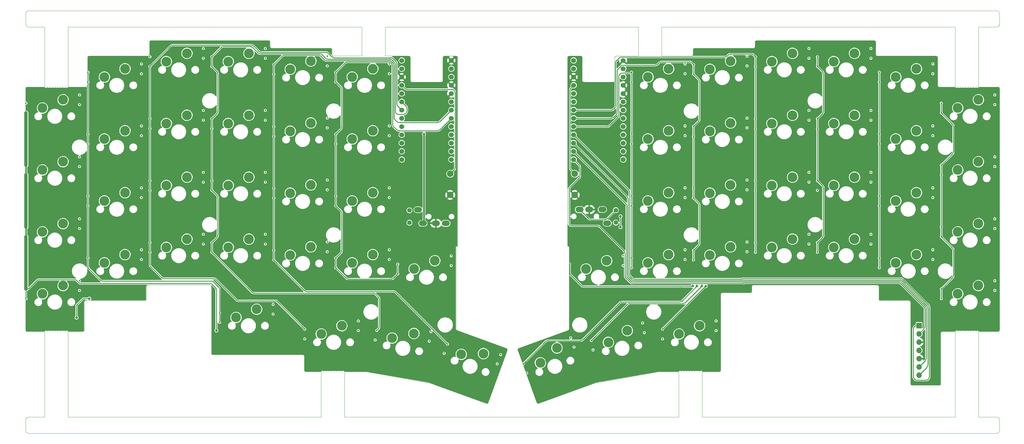
<source format=gtl>
G04 #@! TF.GenerationSoftware,KiCad,Pcbnew,7.0.2*
G04 #@! TF.CreationDate,2023-10-10T22:26:24+09:00*
G04 #@! TF.ProjectId,SumNight57,53756d4e-6967-4687-9435-372e6b696361,rev?*
G04 #@! TF.SameCoordinates,Original*
G04 #@! TF.FileFunction,Copper,L1,Top*
G04 #@! TF.FilePolarity,Positive*
%FSLAX46Y46*%
G04 Gerber Fmt 4.6, Leading zero omitted, Abs format (unit mm)*
G04 Created by KiCad (PCBNEW 7.0.2) date 2023-10-10 22:26:24*
%MOMM*%
%LPD*%
G01*
G04 APERTURE LIST*
G04 #@! TA.AperFunction,ComponentPad*
%ADD10R,1.700000X1.700000*%
G04 #@! TD*
G04 #@! TA.AperFunction,ComponentPad*
%ADD11O,1.700000X1.700000*%
G04 #@! TD*
G04 #@! TA.AperFunction,ComponentPad*
%ADD12C,1.397000*%
G04 #@! TD*
G04 #@! TA.AperFunction,ComponentPad*
%ADD13O,2.500000X1.700000*%
G04 #@! TD*
G04 #@! TA.AperFunction,ComponentPad*
%ADD14C,1.524000*%
G04 #@! TD*
G04 #@! TA.AperFunction,ComponentPad*
%ADD15C,2.000000*%
G04 #@! TD*
G04 #@! TA.AperFunction,WasherPad*
%ADD16C,3.000000*%
G04 #@! TD*
G04 #@! TA.AperFunction,ComponentPad*
%ADD17C,0.500000*%
G04 #@! TD*
G04 #@! TA.AperFunction,ViaPad*
%ADD18C,0.800000*%
G04 #@! TD*
G04 #@! TA.AperFunction,Conductor*
%ADD19C,0.250000*%
G04 #@! TD*
G04 #@! TA.AperFunction,Conductor*
%ADD20C,0.500000*%
G04 #@! TD*
G04 #@! TA.AperFunction,Conductor*
%ADD21C,0.400000*%
G04 #@! TD*
G04 #@! TA.AperFunction,Conductor*
%ADD22C,1.000000*%
G04 #@! TD*
G04 #@! TA.AperFunction,Profile*
%ADD23C,0.074083*%
G04 #@! TD*
G04 APERTURE END LIST*
D10*
X282615974Y-141913644D03*
D11*
X282615974Y-144453644D03*
X282615974Y-146993644D03*
X282615974Y-149533644D03*
X282615974Y-152073644D03*
X282615974Y-154613644D03*
X282615974Y-157153644D03*
D12*
X125894974Y-106479894D03*
X189355974Y-106429894D03*
D13*
X181215974Y-106229894D03*
X178215974Y-106229894D03*
X186715974Y-110429894D03*
X185215974Y-106229894D03*
D14*
X138774974Y-62919894D03*
X138774974Y-65459894D03*
X138774974Y-67999894D03*
X138774974Y-70539894D03*
X138774974Y-73079894D03*
X138784974Y-75619894D03*
X138774974Y-78159894D03*
X138774974Y-80699894D03*
X138784974Y-83239894D03*
X138784974Y-85779894D03*
X138784974Y-88319894D03*
X138774974Y-90859894D03*
X123534974Y-90859894D03*
X123524974Y-88319894D03*
X123524974Y-85779894D03*
X123524974Y-83239894D03*
X123524974Y-80699894D03*
X123534974Y-78159894D03*
X123524974Y-75619894D03*
X123534974Y-73079894D03*
X123534974Y-70539894D03*
X123534974Y-67999894D03*
X123534974Y-65459894D03*
X123534974Y-62919894D03*
X123534974Y-60379894D03*
X138774974Y-60379894D03*
D12*
X189355974Y-110229895D03*
D14*
X191624974Y-62919894D03*
X191624974Y-65459894D03*
X191624974Y-67999894D03*
X191624974Y-70539894D03*
X191624974Y-73079894D03*
X191634974Y-75619894D03*
X191624974Y-78159894D03*
X191624974Y-80699894D03*
X191634974Y-83239894D03*
X191634974Y-85779894D03*
X191634974Y-88319894D03*
X191624974Y-90859894D03*
X176384974Y-90859894D03*
X176374974Y-88319894D03*
X176374974Y-85779894D03*
X176374974Y-83239894D03*
X176374974Y-80699894D03*
X176384974Y-78159894D03*
X176374974Y-75619894D03*
X176384974Y-73079894D03*
X176384974Y-70539894D03*
X176384974Y-67999894D03*
X176384974Y-65459894D03*
X176384974Y-62919894D03*
X176384974Y-60379894D03*
X191624974Y-60379894D03*
D13*
X134034974Y-110479894D03*
X137034974Y-110479894D03*
X128534974Y-106279894D03*
X130034974Y-110479894D03*
D15*
X176715974Y-95229894D03*
X176715974Y-101729894D03*
D12*
X125894974Y-110279894D03*
D15*
X138434974Y-95229894D03*
X138434974Y-101729894D03*
D16*
X70194974Y-117871144D03*
X76544974Y-115331144D03*
D17*
X65144974Y-116371144D03*
X65144974Y-119371144D03*
X81594974Y-113831144D03*
X81594974Y-116831144D03*
D16*
X199244974Y-103583644D03*
X205594974Y-101043644D03*
D17*
X194194974Y-102083644D03*
X194194974Y-105083644D03*
X210644974Y-99543644D03*
X210644974Y-102543644D03*
D16*
X237344974Y-98821144D03*
X243694974Y-96281144D03*
D17*
X232294974Y-97321144D03*
X232294974Y-100321144D03*
X248744974Y-94781144D03*
X248744974Y-97781144D03*
D16*
X294494974Y-75008644D03*
X300844974Y-72468644D03*
D17*
X289444974Y-73508644D03*
X289444974Y-76508644D03*
X305894974Y-70968644D03*
X305894974Y-73968644D03*
D16*
X98769724Y-144517644D03*
X105119724Y-141977644D03*
D17*
X93719724Y-143017644D03*
X93719724Y-146017644D03*
X110169724Y-140477644D03*
X110169724Y-143477644D03*
D16*
X51144974Y-60721144D03*
X57494974Y-58181144D03*
D17*
X46094974Y-59221144D03*
X46094974Y-62221144D03*
X62544974Y-56681144D03*
X62544974Y-59681144D03*
D16*
X127344974Y-124514894D03*
X133694974Y-121974894D03*
D17*
X122294974Y-123014894D03*
X122294974Y-126014894D03*
X138744974Y-120474894D03*
X138744974Y-123474894D03*
D16*
X72575974Y-139437644D03*
X78925974Y-136897644D03*
D17*
X67525974Y-137937644D03*
X67525974Y-140937644D03*
X83975974Y-135397644D03*
X83975974Y-138397644D03*
D16*
X32094974Y-122633644D03*
X38444974Y-120093644D03*
D17*
X27044974Y-121133644D03*
X27044974Y-124133644D03*
X43494974Y-118593644D03*
X43494974Y-121593644D03*
D16*
X13044974Y-75008644D03*
X19394974Y-72468644D03*
D17*
X7994974Y-73508644D03*
X7994974Y-76508644D03*
X24444974Y-70968644D03*
X24444974Y-73968644D03*
D16*
X32094974Y-65483644D03*
X38444974Y-62943644D03*
D17*
X27044974Y-63983644D03*
X27044974Y-66983644D03*
X43494974Y-61443644D03*
X43494974Y-64443644D03*
D16*
X275444974Y-84533644D03*
X281794974Y-81993644D03*
D17*
X270394974Y-83033644D03*
X270394974Y-86033644D03*
X286844974Y-80493644D03*
X286844974Y-83493644D03*
D16*
X218294974Y-101202394D03*
X224644974Y-98662394D03*
D17*
X213244974Y-99702394D03*
X213244974Y-102702394D03*
X229694974Y-97162394D03*
X229694974Y-100162394D03*
D16*
X256394974Y-117871144D03*
X262744974Y-115331144D03*
D17*
X251344974Y-116371144D03*
X251344974Y-119371144D03*
X267794974Y-113831144D03*
X267794974Y-116831144D03*
D16*
X51144974Y-79771144D03*
X57494974Y-77231144D03*
D17*
X46094974Y-78271144D03*
X46094974Y-81271144D03*
X62544974Y-75731144D03*
X62544974Y-78731144D03*
D16*
X237344974Y-79771144D03*
X243694974Y-77231144D03*
D17*
X232294974Y-78271144D03*
X232294974Y-81271144D03*
X248744974Y-75731144D03*
X248744974Y-78731144D03*
D16*
X199244974Y-122633644D03*
X205594974Y-120093644D03*
D17*
X194194974Y-121133644D03*
X194194974Y-124133644D03*
X210644974Y-118593644D03*
X210644974Y-121593644D03*
D16*
X108294974Y-122633644D03*
X114644974Y-120093644D03*
D17*
X103244974Y-121133644D03*
X103244974Y-124133644D03*
X119694974Y-118593644D03*
X119694974Y-121593644D03*
D16*
X108294974Y-84533644D03*
X114644974Y-81993644D03*
D17*
X103244974Y-83033644D03*
X103244974Y-86033644D03*
X119694974Y-80493644D03*
X119694974Y-83493644D03*
D16*
X294494974Y-132158644D03*
X300844974Y-129618644D03*
D17*
X289444974Y-130658644D03*
X289444974Y-133658644D03*
X305894974Y-128118644D03*
X305894974Y-131118644D03*
D16*
X275444974Y-65483644D03*
X281794974Y-62943644D03*
D17*
X270394974Y-63983644D03*
X270394974Y-66983644D03*
X286844974Y-61443644D03*
X286844974Y-64443644D03*
D16*
X237344974Y-117871144D03*
X243694974Y-115331144D03*
D17*
X232294974Y-116371144D03*
X232294974Y-119371144D03*
X248744974Y-113831144D03*
X248744974Y-116831144D03*
D16*
X51144974Y-117871144D03*
X57494974Y-115331144D03*
D17*
X46094974Y-116371144D03*
X46094974Y-119371144D03*
X62544974Y-113831144D03*
X62544974Y-116831144D03*
D16*
X208769974Y-144517894D03*
X215119974Y-141977894D03*
D17*
X203719974Y-143017894D03*
X203719974Y-146017894D03*
X220169974Y-140477894D03*
X220169974Y-143477894D03*
D16*
X275444974Y-122633644D03*
X281794974Y-120093644D03*
D17*
X270394974Y-121133644D03*
X270394974Y-124133644D03*
X286844974Y-118593644D03*
X286844974Y-121593644D03*
D16*
X199244974Y-84533644D03*
X205594974Y-81993644D03*
D17*
X194194974Y-83033644D03*
X194194974Y-86033644D03*
X210644974Y-80493644D03*
X210644974Y-83493644D03*
D16*
X218294974Y-82152394D03*
X224644974Y-79612394D03*
D17*
X213244974Y-80652394D03*
X213244974Y-83652394D03*
X229694974Y-78112394D03*
X229694974Y-81112394D03*
D16*
X89244974Y-101202394D03*
X95594974Y-98662394D03*
D17*
X84194974Y-99702394D03*
X84194974Y-102702394D03*
X100644974Y-97162394D03*
X100644974Y-100162394D03*
D16*
X294494974Y-113108644D03*
X300844974Y-110568644D03*
D17*
X289444974Y-111608644D03*
X289444974Y-114608644D03*
X305894974Y-109068644D03*
X305894974Y-112068644D03*
D16*
X237344974Y-60721144D03*
X243694974Y-58181144D03*
D17*
X232294974Y-59221144D03*
X232294974Y-62221144D03*
X248744974Y-56681144D03*
X248744974Y-59681144D03*
D16*
X89244974Y-63102394D03*
X95594974Y-60562394D03*
D17*
X84194974Y-61602394D03*
X84194974Y-64602394D03*
X100644974Y-59062394D03*
X100644974Y-62062394D03*
D16*
X256394974Y-98821144D03*
X262744974Y-96281144D03*
D17*
X251344974Y-97321144D03*
X251344974Y-100321144D03*
X267794974Y-94781144D03*
X267794974Y-97781144D03*
D16*
X13044974Y-132158644D03*
X19394974Y-129618644D03*
D17*
X7994974Y-130658644D03*
X7994974Y-133658644D03*
X24444974Y-128118644D03*
X24444974Y-131118644D03*
D16*
X108294974Y-103583644D03*
X114644974Y-101043644D03*
D17*
X103244974Y-102083644D03*
X103244974Y-105083644D03*
X119694974Y-99543644D03*
X119694974Y-102543644D03*
D16*
X294494974Y-94058644D03*
X300844974Y-91518644D03*
D17*
X289444974Y-92558644D03*
X289444974Y-95558644D03*
X305894974Y-90018644D03*
X305894974Y-93018644D03*
D16*
X32094974Y-84533644D03*
X38444974Y-81993644D03*
D17*
X27044974Y-83033644D03*
X27044974Y-86033644D03*
X43494974Y-80493644D03*
X43494974Y-83493644D03*
D16*
X275444974Y-103583644D03*
X281794974Y-101043644D03*
D17*
X270394974Y-102083644D03*
X270394974Y-105083644D03*
X286844974Y-99543644D03*
X286844974Y-102543644D03*
D16*
X89244974Y-120252394D03*
X95594974Y-117712394D03*
D17*
X84194974Y-118752394D03*
X84194974Y-121752394D03*
X100644974Y-116212394D03*
X100644974Y-119212394D03*
D16*
X256394974Y-60721144D03*
X262744974Y-58181144D03*
D17*
X251344974Y-59221144D03*
X251344974Y-62221144D03*
X267794974Y-56681144D03*
X267794974Y-59681144D03*
D16*
X120574819Y-145759000D03*
X127269414Y-144360254D03*
D17*
X115862012Y-143404865D03*
X115341067Y-146359288D03*
X132503166Y-143759966D03*
X131982221Y-146714389D03*
D16*
X218294974Y-120252394D03*
X224644974Y-117712394D03*
D17*
X213244974Y-118752394D03*
X213244974Y-121752394D03*
X229694974Y-116212394D03*
X229694974Y-119212394D03*
D16*
X218294974Y-63102394D03*
X224644974Y-60562394D03*
D17*
X213244974Y-61602394D03*
X213244974Y-64602394D03*
X229694974Y-59062394D03*
X229694974Y-62062394D03*
D16*
X70194974Y-98821144D03*
X76544974Y-96281144D03*
D17*
X65144974Y-97321144D03*
X65144974Y-100321144D03*
X81594974Y-94781144D03*
X81594974Y-97781144D03*
D16*
X13044974Y-94058644D03*
X19394974Y-91518644D03*
D17*
X7994974Y-92558644D03*
X7994974Y-95558644D03*
X24444974Y-90018644D03*
X24444974Y-93018644D03*
D16*
X180194974Y-124514894D03*
X186544974Y-121974894D03*
D17*
X175144974Y-123014894D03*
X175144974Y-126014894D03*
X191594974Y-120474894D03*
X191594974Y-123474894D03*
D16*
X70194974Y-79771144D03*
X76544974Y-77231144D03*
D17*
X65144974Y-78271144D03*
X65144974Y-81271144D03*
X81594974Y-75731144D03*
X81594974Y-78731144D03*
D16*
X89244974Y-82152394D03*
X95594974Y-79612394D03*
D17*
X84194974Y-80652394D03*
X84194974Y-83652394D03*
X100644974Y-78112394D03*
X100644974Y-81112394D03*
D16*
X51144974Y-98821144D03*
X57494974Y-96281144D03*
D17*
X46094974Y-97321144D03*
X46094974Y-100321144D03*
X62544974Y-94781144D03*
X62544974Y-97781144D03*
D16*
X32094974Y-103583644D03*
X38444974Y-101043644D03*
D17*
X27044974Y-102083644D03*
X27044974Y-105083644D03*
X43494974Y-99543644D03*
X43494974Y-102543644D03*
D16*
X13044974Y-113108644D03*
X19394974Y-110568644D03*
D17*
X7994974Y-111608644D03*
X7994974Y-114608644D03*
X24444974Y-109068644D03*
X24444974Y-112068644D03*
D16*
X256394974Y-79771144D03*
X262744974Y-77231144D03*
D17*
X251344974Y-78271144D03*
X251344974Y-81271144D03*
X267794974Y-75731144D03*
X267794974Y-78731144D03*
D16*
X108294974Y-65483644D03*
X114644974Y-62943644D03*
D17*
X103244974Y-63983644D03*
X103244974Y-66983644D03*
X119694974Y-61443644D03*
X119694974Y-64443644D03*
D16*
X166165130Y-153373651D03*
X171263447Y-148815004D03*
D17*
X160906652Y-153691314D03*
X161932712Y-156510392D03*
X175495864Y-145678264D03*
X176521925Y-148497342D03*
D16*
X70194974Y-60721144D03*
X76544974Y-58181144D03*
D17*
X65144974Y-59221144D03*
X65144974Y-62221144D03*
X81594974Y-56681144D03*
X81594974Y-59681144D03*
D16*
X187079938Y-147082450D03*
X192892401Y-143478372D03*
D17*
X181846187Y-146482162D03*
X182367131Y-149436585D03*
X197605208Y-141124237D03*
X198126152Y-144078661D03*
D16*
X141833404Y-150767207D03*
X148669184Y-150552216D03*
D17*
X137600987Y-147630466D03*
X136574926Y-150449544D03*
X153927662Y-150869878D03*
X152901601Y-153688956D03*
D16*
X199244974Y-65483644D03*
X205594974Y-62943644D03*
D17*
X194194974Y-63983644D03*
X194194974Y-66983644D03*
X210644974Y-61443644D03*
X210644974Y-64443644D03*
D18*
X217006974Y-129794000D03*
X130392974Y-82985894D03*
X27459474Y-133619144D03*
X23522474Y-139461144D03*
X66537422Y-143436196D03*
X119089974Y-115648644D03*
X105119974Y-96598644D03*
X65749974Y-148287644D03*
X23839974Y-106123644D03*
X28445603Y-127721406D03*
X125185974Y-67769644D03*
X177654974Y-61649894D03*
X171304974Y-145469894D03*
X206229974Y-151208644D03*
X234169974Y-72786144D03*
X42889974Y-96598644D03*
X305924974Y-87049894D03*
X27903974Y-74881644D03*
X67527974Y-150065644D03*
X186974974Y-79453644D03*
X220834974Y-132793644D03*
X65544412Y-131105202D03*
X176384974Y-112449894D03*
X126201974Y-68531644D03*
X61304974Y-91836144D03*
X251617974Y-67388644D03*
X47969974Y-72786144D03*
X80989974Y-129936144D03*
X272269974Y-115648644D03*
X106389974Y-77548644D03*
X229089974Y-113267394D03*
X75909974Y-131682394D03*
X100039974Y-94217394D03*
X286239974Y-77548644D03*
X119089974Y-96598644D03*
X60669974Y-110886144D03*
X86069974Y-94217394D03*
X42889974Y-77548644D03*
X148807974Y-164289644D03*
X195737974Y-76913644D03*
X99404974Y-75167394D03*
X65749974Y-56752394D03*
X253219974Y-91836144D03*
X196069974Y-96598644D03*
X195737974Y-79453644D03*
X21299974Y-125173644D03*
X191624974Y-109298644D03*
X136930898Y-86118568D03*
X305338974Y-142953644D03*
X257664974Y-64848644D03*
X228122974Y-71198644D03*
X229089974Y-75167394D03*
X27175603Y-126451406D03*
X305924974Y-125149894D03*
X286034974Y-59895644D03*
X285780974Y-72341644D03*
X84164974Y-59292394D03*
X161144974Y-149279894D03*
X295764974Y-125149894D03*
X177654974Y-64189894D03*
X208769974Y-115648644D03*
X177322974Y-92915644D03*
X43524974Y-115648644D03*
X149315974Y-163019644D03*
X216389974Y-113267394D03*
X139409974Y-134857394D03*
X166224974Y-162638644D03*
X272269974Y-77548644D03*
X61431974Y-67515644D03*
X246869974Y-110886144D03*
X229089974Y-94217394D03*
X179559974Y-158193644D03*
X178924974Y-109909894D03*
X218929974Y-151208644D03*
X137057898Y-88531568D03*
X190784974Y-101551644D03*
X126709974Y-86057644D03*
X177654974Y-98479894D03*
X8599974Y-71833644D03*
X291368974Y-70563644D03*
X210039974Y-77548644D03*
X272269974Y-96598644D03*
X234169974Y-91836144D03*
X262744974Y-64848644D03*
X80989974Y-72786144D03*
X294494974Y-87049894D03*
X94959974Y-147557394D03*
X246869974Y-72786144D03*
X216389974Y-75167394D03*
X47969974Y-110886144D03*
X266071573Y-66826644D03*
X67019974Y-91836144D03*
X80989974Y-110886144D03*
X154649974Y-150097394D03*
X193070974Y-66245644D03*
X203357974Y-79453644D03*
X177830974Y-76913644D03*
X178084974Y-86057644D03*
X306608974Y-141937644D03*
X136925898Y-83573568D03*
X254489974Y-110886144D03*
X286239974Y-96598644D03*
X196069974Y-115648644D03*
X189514974Y-80215644D03*
X8345974Y-141937644D03*
X218054727Y-129770846D03*
X94451974Y-154129644D03*
X177830974Y-81993644D03*
X68924974Y-72786144D03*
X191624974Y-113108644D03*
X117819974Y-136762394D03*
X85053974Y-69547644D03*
X275620974Y-131269644D03*
X47969974Y-91836144D03*
X176052974Y-92915644D03*
X27899675Y-70059943D03*
X10504974Y-87073644D03*
X270794974Y-131015644D03*
X184639974Y-153748644D03*
X126709974Y-88343644D03*
X177830974Y-79453644D03*
X234169974Y-110886144D03*
X80989974Y-91836144D03*
X273334974Y-133555644D03*
X126455974Y-83517644D03*
X294494974Y-106099894D03*
X177654974Y-66729894D03*
X226852974Y-129745644D03*
X176384974Y-128959894D03*
X28919974Y-115648644D03*
X195434974Y-73738644D03*
X110199974Y-136762394D03*
X213517974Y-71833644D03*
X176384974Y-121339894D03*
X9869974Y-125173644D03*
X9869974Y-106123644D03*
X86069974Y-113267394D03*
X267189974Y-91836144D03*
X210039974Y-96598644D03*
X21299974Y-87073644D03*
X216389974Y-94217394D03*
X247807974Y-68658644D03*
X272064974Y-60149644D03*
X187814974Y-119458644D03*
X26125974Y-76151644D03*
X187814974Y-124538644D03*
X102833974Y-71071644D03*
X86069974Y-75167394D03*
X197974974Y-151208644D03*
X209213306Y-130637144D03*
X273588974Y-72341644D03*
X9361974Y-143207644D03*
X99785974Y-69801644D03*
X183369974Y-100408644D03*
X64733974Y-67515644D03*
X28919974Y-96598644D03*
X92419974Y-131047394D03*
X188244974Y-76913644D03*
X233202974Y-69293644D03*
X267189974Y-110886144D03*
X28919974Y-77548644D03*
X305924974Y-106099894D03*
X248139974Y-91836144D03*
X61304974Y-72786144D03*
X176052974Y-106123644D03*
X47207974Y-69801644D03*
X305338974Y-69547644D03*
X286239974Y-115648644D03*
X176384974Y-136579894D03*
X275620974Y-132539644D03*
X190530974Y-95963644D03*
X118454974Y-77548644D03*
X192816974Y-71833644D03*
X267189974Y-72786144D03*
X190784974Y-98757644D03*
X203992974Y-76913644D03*
X95721974Y-155145644D03*
X68289974Y-110886144D03*
X80735974Y-67515644D03*
X209078853Y-132336144D03*
X254489974Y-72786144D03*
X25617974Y-69293644D03*
X118835974Y-72087644D03*
X99404974Y-113267394D03*
X178084974Y-88597644D03*
X190784724Y-111624644D03*
X190784724Y-108322644D03*
X214279724Y-129785644D03*
X215803724Y-129785644D03*
X213009724Y-129785644D03*
D19*
X210047154Y-135127967D02*
G75*
G03*
X210754260Y-134835106I46J999967D01*
G01*
X193614563Y-135127974D02*
G75*
G03*
X192907456Y-135420893I37J-1000026D01*
G01*
X208972655Y-134678467D02*
G75*
G03*
X209679761Y-134385605I45J999967D01*
G01*
X168454180Y-146557986D02*
G75*
G03*
X167747073Y-146850893I20J-1000014D01*
G01*
X178492760Y-146557972D02*
G75*
G03*
X179199867Y-146265107I40J999972D01*
G01*
X191200689Y-134678492D02*
G75*
G03*
X190493583Y-134971393I11J-1000008D01*
G01*
X167747073Y-146850893D02*
X160906652Y-153691314D01*
X178492760Y-146558000D02*
X168454180Y-146558000D01*
X208972655Y-134678499D02*
X191200689Y-134678499D01*
X214279724Y-129785644D02*
X209679762Y-134385606D01*
X190493582Y-134971392D02*
X179199867Y-146265107D01*
X210754261Y-134835107D02*
X215803724Y-129785644D01*
X193614563Y-135128000D02*
X210047154Y-135128000D01*
X181846187Y-146482162D02*
X192907456Y-135420893D01*
X216943868Y-129794000D02*
X217006974Y-129794000D01*
X203719974Y-143017894D02*
X216943868Y-129794000D01*
X178749831Y-129619751D02*
X175144974Y-126014894D01*
X212882724Y-129912644D02*
X179456938Y-129912644D01*
X213009724Y-129785644D02*
X212882724Y-129912644D01*
X178749803Y-129619779D02*
G75*
G03*
X179456938Y-129912644I707097J707179D01*
G01*
X125109776Y-75068908D02*
G75*
G03*
X124816881Y-74361801I-999976J8D01*
G01*
X123534974Y-73079894D02*
X124816881Y-74361801D01*
X67967081Y-56399037D02*
X65144974Y-59221144D01*
X77001010Y-56106144D02*
X68674188Y-56106144D01*
X98232759Y-58287893D02*
X80011187Y-58287893D01*
X100035829Y-59676749D02*
X98939866Y-58580786D01*
X119891311Y-59969642D02*
X100742936Y-59969642D01*
X121297580Y-60961697D02*
X120598418Y-60262535D01*
X121590473Y-76211486D02*
X121590473Y-61668804D01*
X121940728Y-76768848D02*
X121736920Y-76565040D01*
X124109774Y-76915294D02*
X122294281Y-76915294D01*
X125109774Y-75068908D02*
X125109774Y-75915294D01*
X68674188Y-56106123D02*
G75*
G03*
X67967081Y-56399037I12J-999977D01*
G01*
X77708103Y-56399051D02*
G75*
G03*
X77001010Y-56106144I-707103J-707049D01*
G01*
X98939888Y-58580764D02*
G75*
G03*
X98232759Y-58287893I-707088J-707136D01*
G01*
X121590478Y-61668804D02*
G75*
G03*
X121297580Y-60961697I-999978J4D01*
G01*
X79304080Y-57995000D02*
X77708117Y-56399037D01*
X100035803Y-59676775D02*
G75*
G03*
X100742936Y-59969642I707097J707175D01*
G01*
X121590491Y-76211486D02*
G75*
G03*
X121736920Y-76565040I500009J-14D01*
G01*
X79304088Y-57994992D02*
G75*
G03*
X80011187Y-58287893I707112J707092D01*
G01*
X121940739Y-76768837D02*
G75*
G03*
X122294281Y-76915294I353561J353537D01*
G01*
X120598404Y-60262549D02*
G75*
G03*
X119891311Y-59969642I-707104J-707051D01*
G01*
X124109774Y-76915274D02*
G75*
G03*
X125109774Y-75915294I26J999974D01*
G01*
X134560760Y-79429867D02*
G75*
G03*
X135267866Y-79137000I40J999967D01*
G01*
X122039996Y-73720680D02*
G75*
G03*
X122332867Y-74427787I1000004J-20D01*
G01*
X121972088Y-79136994D02*
G75*
G03*
X122679188Y-79429894I707112J707094D01*
G01*
X121140996Y-77891678D02*
G75*
G03*
X121433865Y-78598785I1000004J-22D01*
G01*
X124512088Y-68976994D02*
G75*
G03*
X125219188Y-69269894I707112J707094D01*
G01*
X120691496Y-79982177D02*
G75*
G03*
X120984364Y-80689284I1000004J-23D01*
G01*
X121972088Y-81676994D02*
G75*
G03*
X122679188Y-81969894I707112J707094D01*
G01*
X134550760Y-81969867D02*
G75*
G03*
X135257866Y-81677000I40J999967D01*
G01*
D20*
X130100085Y-110414791D02*
G75*
G03*
X130392974Y-109707680I-707085J707091D01*
G01*
X130392974Y-109707680D02*
X130392974Y-82985894D01*
X130034974Y-110479894D02*
X130100081Y-110414787D01*
D19*
X23522474Y-139461144D02*
X23522474Y-135858251D01*
X25761581Y-133619144D02*
X27459474Y-133619144D01*
X23668921Y-135504697D02*
X25408028Y-133765590D01*
X25761581Y-133619118D02*
G75*
G03*
X25408028Y-133765590I19J-499982D01*
G01*
X23668890Y-135504666D02*
G75*
G03*
X23522474Y-135858251I353610J-353534D01*
G01*
D21*
X7994974Y-95558644D02*
X7994974Y-92558644D01*
D22*
X7994974Y-92558644D02*
X7994974Y-76508644D01*
D19*
X66390975Y-130386645D02*
X65134420Y-129130090D01*
X8495867Y-130658644D02*
X7994974Y-130658644D01*
X11421527Y-127940091D02*
X8849420Y-130512198D01*
X23099694Y-127793644D02*
X11775081Y-127793644D01*
X66537422Y-143436196D02*
X66537422Y-130740199D01*
D22*
X7994974Y-130658644D02*
X7994974Y-114608644D01*
X7994974Y-111608644D02*
X7994974Y-95558644D01*
D19*
X64780867Y-128983644D02*
X24703908Y-128983644D01*
D21*
X7994974Y-114608644D02*
X7994974Y-111608644D01*
D19*
X24350354Y-128837197D02*
X23453247Y-127940090D01*
X7994974Y-133658644D02*
X7994974Y-130658644D01*
X8495867Y-130658607D02*
G75*
G03*
X8849419Y-130512197I33J500007D01*
G01*
X66537416Y-130740199D02*
G75*
G03*
X66390975Y-130386645I-500016J-1D01*
G01*
X65134427Y-129130083D02*
G75*
G03*
X64780867Y-128983644I-353527J-353517D01*
G01*
X24350341Y-128837210D02*
G75*
G03*
X24703908Y-128983644I353559J353610D01*
G01*
X23453241Y-127940096D02*
G75*
G03*
X23099694Y-127793644I-353541J-353504D01*
G01*
X11775081Y-127793618D02*
G75*
G03*
X11421527Y-127940091I19J-499982D01*
G01*
X124512081Y-68977001D02*
X123534974Y-67999894D01*
X138917974Y-69269894D02*
X125219188Y-69269894D01*
X138434974Y-95229894D02*
X139625081Y-94039787D01*
X139917974Y-93332680D02*
X139917974Y-70269894D01*
X139918006Y-70269894D02*
G75*
G03*
X138917974Y-69269894I-1000006J-6D01*
G01*
X139625085Y-94039791D02*
G75*
G03*
X139917974Y-93332680I-707085J707091D01*
G01*
X189355974Y-106429894D02*
X186773867Y-109012001D01*
X186066760Y-109304894D02*
X181705188Y-109304894D01*
X180998081Y-109012001D02*
X178215974Y-106229894D01*
X180998088Y-109011994D02*
G75*
G03*
X181705188Y-109304894I707112J707094D01*
G01*
X186066760Y-109304867D02*
G75*
G03*
X186773866Y-109012000I40J999967D01*
G01*
X175287974Y-69511108D02*
X175287974Y-93387680D01*
X175580867Y-94094787D02*
X176715974Y-95229894D01*
X176384974Y-67999894D02*
X175580867Y-68804001D01*
X175287996Y-93387680D02*
G75*
G03*
X175580867Y-94094787I1000004J-20D01*
G01*
X175580858Y-68803992D02*
G75*
G03*
X175287974Y-69511108I707142J-707108D01*
G01*
X190784724Y-108322644D02*
X190784724Y-111624644D01*
X189553617Y-60404751D02*
X190372581Y-59585787D01*
X176374974Y-75619894D02*
X188021260Y-75619894D01*
X232294974Y-81271144D02*
X232294974Y-97321144D01*
X189260724Y-74380430D02*
X189260724Y-61111858D01*
X232294974Y-116371144D02*
X232294974Y-119371144D01*
X231778367Y-58704537D02*
X232294974Y-59221144D01*
X232294974Y-62221144D02*
X232294974Y-78271144D01*
X232294974Y-97321144D02*
X232294974Y-100321144D01*
X188728367Y-75327001D02*
X188967831Y-75087537D01*
X224628998Y-58411644D02*
X231071260Y-58411644D01*
X232294974Y-100321144D02*
X232294974Y-116371144D01*
X232294974Y-59221144D02*
X232294974Y-62221144D01*
X223626427Y-59000001D02*
X223921891Y-58704537D01*
X191079688Y-59292894D02*
X222919320Y-59292894D01*
X232294974Y-78271144D02*
X232294974Y-81271144D01*
X191079688Y-59292887D02*
G75*
G03*
X190372581Y-59585787I12J-1000013D01*
G01*
X224628998Y-58411630D02*
G75*
G03*
X223921891Y-58704537I2J-999970D01*
G01*
X231778378Y-58704526D02*
G75*
G03*
X231071260Y-58411644I-707078J-707074D01*
G01*
X189553643Y-60404777D02*
G75*
G03*
X189260724Y-61111858I707057J-707123D01*
G01*
X188021260Y-75619867D02*
G75*
G03*
X188728366Y-75327000I40J999967D01*
G01*
X222919320Y-59292910D02*
G75*
G03*
X223626427Y-59000001I-20J1000010D01*
G01*
X188967821Y-75087527D02*
G75*
G03*
X189260724Y-74380430I-707121J707127D01*
G01*
X252862081Y-114854037D02*
X251344974Y-116371144D01*
X251344974Y-78271144D02*
X251344974Y-81271144D01*
X251344974Y-116371144D02*
X251344974Y-119371144D01*
X252862081Y-76754037D02*
X251344974Y-78271144D01*
X251344974Y-97321144D02*
X252862081Y-98838251D01*
X253154974Y-99545358D02*
X253154974Y-114146930D01*
X253154974Y-64445358D02*
X253154974Y-76046930D01*
X251344974Y-59221144D02*
X251344974Y-62221144D01*
X251344974Y-62221144D02*
X252862081Y-63738251D01*
X251344974Y-81271144D02*
X251344974Y-97321144D01*
X253155011Y-99545358D02*
G75*
G03*
X252862081Y-98838251I-1000011J-42D01*
G01*
X253155011Y-64445358D02*
G75*
G03*
X252862081Y-63738251I-1000011J-42D01*
G01*
X252862060Y-114854016D02*
G75*
G03*
X253154974Y-114146930I-707060J707116D01*
G01*
X252862060Y-76754016D02*
G75*
G03*
X253154974Y-76046930I-707060J707116D01*
G01*
X270394974Y-83033644D02*
X270394974Y-86033644D01*
X270394974Y-86033644D02*
X270394974Y-121133644D01*
X270394974Y-63983644D02*
X270394974Y-66983644D01*
X270394974Y-66983644D02*
X270394974Y-83033644D01*
X270394974Y-121133644D02*
X270394974Y-124133644D01*
X282615974Y-144453644D02*
X284090831Y-142978787D01*
X175036724Y-110862644D02*
X175036724Y-99973858D01*
X284383724Y-142271680D02*
X284383724Y-136803858D01*
X276349510Y-128769644D02*
X228884724Y-128769644D01*
X192181724Y-126579500D02*
X192181724Y-119658858D01*
X183766510Y-111243644D02*
X175831938Y-111243644D01*
X228500114Y-128947147D02*
X194549371Y-128947147D01*
X175124831Y-110950751D02*
X175036724Y-110862644D01*
X193842264Y-128654254D02*
X192474617Y-127286607D01*
X178338724Y-95843430D02*
X178338724Y-93227858D01*
X178045831Y-92520751D02*
X176384974Y-90859894D01*
X284090831Y-136096751D02*
X277056617Y-129062537D01*
X175329617Y-99266751D02*
X178045831Y-96550537D01*
X191888831Y-118951751D02*
X184473617Y-111536537D01*
X228884724Y-128769644D02*
X228853667Y-128800701D01*
X175329643Y-99266777D02*
G75*
G03*
X175036724Y-99973858I707057J-707123D01*
G01*
X193842269Y-128654249D02*
G75*
G03*
X194549371Y-128947147I707131J707149D01*
G01*
X178338746Y-93227858D02*
G75*
G03*
X178045830Y-92520752I-1000046J-42D01*
G01*
X178045821Y-96550527D02*
G75*
G03*
X178338724Y-95843430I-707121J707127D01*
G01*
X192181746Y-119658858D02*
G75*
G03*
X191888830Y-118951752I-1000046J-42D01*
G01*
X284090846Y-142978802D02*
G75*
G03*
X284383724Y-142271680I-707146J707102D01*
G01*
X277056603Y-129062551D02*
G75*
G03*
X276349510Y-128769644I-707103J-707049D01*
G01*
X175124803Y-110950779D02*
G75*
G03*
X175831938Y-111243644I707097J707179D01*
G01*
X284383746Y-136803858D02*
G75*
G03*
X284090830Y-136096752I-1000046J-42D01*
G01*
X192181717Y-126579500D02*
G75*
G03*
X192474617Y-127286607I999983J0D01*
G01*
X228500114Y-128947143D02*
G75*
G03*
X228853667Y-128800701I-14J500043D01*
G01*
X184473603Y-111536551D02*
G75*
G03*
X183766510Y-111243644I-707103J-707049D01*
G01*
X27044974Y-124133644D02*
X27044974Y-121133644D01*
X65162557Y-128221644D02*
X31340081Y-128221644D01*
X67379527Y-130231507D02*
X65516110Y-128368090D01*
X67525974Y-137937644D02*
X67525974Y-130585061D01*
X27044974Y-105083644D02*
X27044974Y-102083644D01*
X27044974Y-121133644D02*
X27044974Y-105083644D01*
X67525974Y-137937644D02*
X67525974Y-140937644D01*
X27044974Y-83033644D02*
X27044974Y-86033644D01*
X30986527Y-128075197D02*
X27044974Y-124133644D01*
X27044974Y-63983644D02*
X27044974Y-66983644D01*
X27044974Y-66983644D02*
X27044974Y-83033644D01*
X27044974Y-102083644D02*
X27044974Y-86033644D01*
X67526009Y-130585061D02*
G75*
G03*
X67379527Y-130231507I-500009J-39D01*
G01*
X65516122Y-128368078D02*
G75*
G03*
X65162557Y-128221644I-353522J-353522D01*
G01*
X30986527Y-128075197D02*
G75*
G03*
X31340081Y-128221644I353573J353597D01*
G01*
X46094974Y-119371144D02*
X46094974Y-123345537D01*
X46094974Y-97321144D02*
X46094974Y-100321144D01*
X77313010Y-55656144D02*
X53074188Y-55656144D01*
X46094974Y-78271144D02*
X46094974Y-81271144D01*
X50209081Y-127459644D02*
X65924557Y-127459644D01*
X123524974Y-75619894D02*
X122332867Y-74427787D01*
X66278111Y-127606091D02*
X72819432Y-134147412D01*
X79616579Y-57545499D02*
X78020117Y-55949037D01*
X52367081Y-55949037D02*
X46094974Y-62221144D01*
X121747081Y-60687001D02*
X120873114Y-59813034D01*
X46094974Y-100321144D02*
X46094974Y-116371144D01*
X46094974Y-62221144D02*
X46094974Y-78271144D01*
X101999328Y-59227248D02*
X100903365Y-58131285D01*
X46094974Y-81271144D02*
X46094974Y-97321144D01*
X120166007Y-59520141D02*
X102706435Y-59520141D01*
X73172985Y-134293858D02*
X84788831Y-134293858D01*
X85142385Y-134440305D02*
X93719724Y-143017644D01*
X46241421Y-123699091D02*
X49855528Y-127313198D01*
X46094974Y-116371144D02*
X46094974Y-119371144D01*
X100196258Y-57838392D02*
X80323686Y-57838392D01*
X122039974Y-73720680D02*
X122039974Y-61394108D01*
X53074188Y-55656123D02*
G75*
G03*
X52367081Y-55949037I12J-999977D01*
G01*
X78020103Y-55949051D02*
G75*
G03*
X77313010Y-55656144I-707103J-707049D01*
G01*
X120873102Y-59813046D02*
G75*
G03*
X120166007Y-59520141I-707102J-707054D01*
G01*
X101999302Y-59227274D02*
G75*
G03*
X102706435Y-59520141I707098J707174D01*
G01*
X49855528Y-127313198D02*
G75*
G03*
X50209081Y-127459644I353572J353598D01*
G01*
X100903387Y-58131263D02*
G75*
G03*
X100196258Y-57838392I-707087J-707137D01*
G01*
X72819448Y-134147396D02*
G75*
G03*
X73172985Y-134293858I353552J353496D01*
G01*
X85142378Y-134440312D02*
G75*
G03*
X84788831Y-134293858I-353578J-353588D01*
G01*
X79616588Y-57545490D02*
G75*
G03*
X80323686Y-57838392I707112J707090D01*
G01*
X66278123Y-127606079D02*
G75*
G03*
X65924557Y-127459644I-353523J-353521D01*
G01*
X46094956Y-123345537D02*
G75*
G03*
X46241421Y-123699091I500044J37D01*
G01*
X122039976Y-61394108D02*
G75*
G03*
X121747081Y-60687001I-999976J8D01*
G01*
X78132688Y-131944644D02*
X114738510Y-131944644D01*
X65144974Y-59221144D02*
X65144974Y-62221144D01*
X65144974Y-62221144D02*
X66662081Y-63738251D01*
X65144974Y-100321144D02*
X66662081Y-101838251D01*
X65144974Y-116371144D02*
X65144974Y-119371144D01*
X116606980Y-133813114D02*
X116606980Y-142245683D01*
X66954974Y-64445358D02*
X66954974Y-76046930D01*
X65144974Y-119371144D02*
X77425581Y-131651751D01*
X65144974Y-81271144D02*
X65144974Y-97321144D01*
X65144974Y-97321144D02*
X65144974Y-100321144D01*
X66954974Y-102545358D02*
X66954974Y-114146930D01*
X65144974Y-78271144D02*
X65144974Y-81271144D01*
X66662081Y-76754037D02*
X65144974Y-78271144D01*
X66662081Y-114854037D02*
X65144974Y-116371144D01*
X115445617Y-132237537D02*
X116314087Y-133106007D01*
X116314087Y-142952790D02*
X115862012Y-143404865D01*
X115445603Y-132237551D02*
G75*
G03*
X114738510Y-131944644I-707103J-707049D01*
G01*
X66662060Y-114854016D02*
G75*
G03*
X66954974Y-114146930I-707060J707116D01*
G01*
X116606976Y-133813114D02*
G75*
G03*
X116314087Y-133106007I-999976J14D01*
G01*
X66955011Y-102545358D02*
G75*
G03*
X66662081Y-101838251I-1000011J-42D01*
G01*
X77425578Y-131651754D02*
G75*
G03*
X78132688Y-131944644I707122J707154D01*
G01*
X66662060Y-76754016D02*
G75*
G03*
X66954974Y-76046930I-707060J707116D01*
G01*
X116314091Y-142952794D02*
G75*
G03*
X116606980Y-142245683I-707091J707094D01*
G01*
X66955011Y-64445358D02*
G75*
G03*
X66662081Y-63738251I-1000011J-42D01*
G01*
X84194974Y-61602394D02*
X84194974Y-64602394D01*
X121433865Y-78598785D02*
X121972081Y-79137001D01*
X121700058Y-131729537D02*
X137600987Y-147630466D01*
X121140972Y-61854993D02*
X121140972Y-77891678D01*
X84194974Y-102702394D02*
X84194974Y-118752394D01*
X122679188Y-79429894D02*
X134560760Y-79429894D01*
X94293438Y-131436644D02*
X120992951Y-131436644D01*
X100406687Y-60419143D02*
X119705122Y-60419143D01*
X84194974Y-121752394D02*
X84194974Y-118752394D01*
X120412229Y-60712036D02*
X120848079Y-61147886D01*
X98603617Y-59030287D02*
X99699580Y-60126250D01*
X84194974Y-61602394D02*
X86767081Y-59030287D01*
X135267867Y-79137001D02*
X138784974Y-75619894D01*
X84194974Y-64602394D02*
X84194974Y-80652394D01*
X84194974Y-121752394D02*
X93586331Y-131143751D01*
X84194974Y-99702394D02*
X84194974Y-83652394D01*
X87474188Y-58737394D02*
X97896510Y-58737394D01*
X84194974Y-102702394D02*
X84194974Y-99702394D01*
X84194974Y-80652394D02*
X84194974Y-83652394D01*
X98603613Y-59030291D02*
G75*
G03*
X97896510Y-58737394I-707113J-707109D01*
G01*
X93586303Y-131143779D02*
G75*
G03*
X94293438Y-131436644I707097J707179D01*
G01*
X87474188Y-58737387D02*
G75*
G03*
X86767081Y-59030287I12J-1000013D01*
G01*
X120412209Y-60712056D02*
G75*
G03*
X119705122Y-60419143I-707109J-707044D01*
G01*
X99699578Y-60126252D02*
G75*
G03*
X100406687Y-60419143I707122J707152D01*
G01*
X121700073Y-131729522D02*
G75*
G03*
X120992951Y-131436644I-707073J-707078D01*
G01*
X121140985Y-61854993D02*
G75*
G03*
X120848079Y-61147886I-999985J-7D01*
G01*
X138774974Y-78159894D02*
X135257867Y-81677001D01*
X103244974Y-66983644D02*
X104762081Y-68500751D01*
X103244974Y-102083644D02*
X103244974Y-105083644D01*
X106067081Y-61161537D02*
X103244974Y-63983644D01*
X122294974Y-126014894D02*
X122294974Y-123014894D01*
X120691471Y-79982177D02*
X120691471Y-62041182D01*
X103244974Y-83033644D02*
X103244974Y-86033644D01*
X107124188Y-127598644D02*
X120297010Y-127598644D01*
X105054974Y-69207858D02*
X105054974Y-80809430D01*
X103244974Y-86033644D02*
X103244974Y-102083644D01*
X120398578Y-61334075D02*
X120226040Y-61161537D01*
X103244974Y-124133644D02*
X106417081Y-127305751D01*
X104762081Y-81516537D02*
X103244974Y-83033644D01*
X103244974Y-63983644D02*
X103244974Y-66983644D01*
X134550760Y-81969894D02*
X122679188Y-81969894D01*
X103244974Y-105083644D02*
X104762081Y-106600751D01*
X121972081Y-81677001D02*
X120984364Y-80689284D01*
X105054974Y-107307858D02*
X105054974Y-118909430D01*
X119518933Y-60868644D02*
X106774188Y-60868644D01*
X103244974Y-121133644D02*
X103244974Y-124133644D01*
X121004117Y-127305751D02*
X122294974Y-126014894D01*
X104762081Y-119616537D02*
X103244974Y-121133644D01*
X120691492Y-62041182D02*
G75*
G03*
X120398578Y-61334075I-999992J-18D01*
G01*
X106417078Y-127305754D02*
G75*
G03*
X107124188Y-127598644I707122J707154D01*
G01*
X106774188Y-60868623D02*
G75*
G03*
X106067081Y-61161537I12J-999977D01*
G01*
X104762060Y-81516516D02*
G75*
G03*
X105054974Y-80809430I-707060J707116D01*
G01*
X105055011Y-107307858D02*
G75*
G03*
X104762081Y-106600751I-1000011J-42D01*
G01*
X120226014Y-61161563D02*
G75*
G03*
X119518933Y-60868644I-707114J-707037D01*
G01*
X105055011Y-69207858D02*
G75*
G03*
X104762081Y-68500751I-1000011J-42D01*
G01*
X104762060Y-119616516D02*
G75*
G03*
X105054974Y-118909430I-707060J707116D01*
G01*
X120297010Y-127598638D02*
G75*
G03*
X121004117Y-127305751I-10J1000038D01*
G01*
X194071421Y-64107197D02*
X194194974Y-63983644D01*
X176374974Y-80699894D02*
X186751260Y-80699894D01*
X190569617Y-64612000D02*
X190635080Y-64546537D01*
X194194974Y-102083644D02*
X194194974Y-105083644D01*
X194194974Y-63983644D02*
X194194974Y-66983644D01*
X194194974Y-86033644D02*
X194194974Y-102083644D01*
X187458367Y-80407001D02*
X189983831Y-77881537D01*
X194194974Y-83033644D02*
X194194974Y-86033644D01*
X194194974Y-121133644D02*
X194194974Y-124133644D01*
X194194974Y-66983644D02*
X194194974Y-83033644D01*
X190276724Y-77174430D02*
X190276724Y-65319107D01*
X175144974Y-126014894D02*
X175144974Y-123014894D01*
X194194974Y-105083644D02*
X194194974Y-121133644D01*
X191342187Y-64253644D02*
X193717867Y-64253644D01*
X189983821Y-77881527D02*
G75*
G03*
X190276724Y-77174430I-707121J707127D01*
G01*
X190569619Y-64612002D02*
G75*
G03*
X190276724Y-65319107I707081J-707098D01*
G01*
X186751260Y-80699867D02*
G75*
G03*
X187458366Y-80407000I40J999967D01*
G01*
X191342187Y-64253622D02*
G75*
G03*
X190635080Y-64546537I13J-999978D01*
G01*
X193717867Y-64253607D02*
G75*
G03*
X194071420Y-64107196I33J500007D01*
G01*
X203325748Y-60824644D02*
X212053010Y-60824644D01*
X213244974Y-64602394D02*
X214762081Y-66119501D01*
X188601367Y-77867001D02*
X189475831Y-76992537D01*
X213244974Y-102702394D02*
X214762081Y-104219501D01*
X214762081Y-117235287D02*
X213244974Y-118752394D01*
X213244974Y-80652394D02*
X213244974Y-83652394D01*
X176384974Y-78159894D02*
X187894260Y-78159894D01*
X213244974Y-118752394D02*
X213244974Y-121752394D01*
X214762081Y-79135287D02*
X213244974Y-80652394D01*
X213244974Y-99702394D02*
X213244974Y-83652394D01*
X190061617Y-62944751D02*
X190880581Y-62125787D01*
X191587688Y-61832894D02*
X201489070Y-61832894D01*
X212760117Y-61117537D02*
X213244974Y-61602394D01*
X213244974Y-99702394D02*
X213244974Y-102702394D01*
X215054974Y-66826608D02*
X215054974Y-78428180D01*
X213244974Y-61602394D02*
X213244974Y-64602394D01*
X215054974Y-104926608D02*
X215054974Y-116528180D01*
X189768724Y-76285430D02*
X189768724Y-63651858D01*
X202196177Y-61540001D02*
X202618641Y-61117537D01*
X214762085Y-79135291D02*
G75*
G03*
X215054974Y-78428180I-707085J707091D01*
G01*
X212760103Y-61117551D02*
G75*
G03*
X212053010Y-60824644I-707103J-707049D01*
G01*
X190061643Y-62944777D02*
G75*
G03*
X189768724Y-63651858I707057J-707123D01*
G01*
X191587688Y-61832887D02*
G75*
G03*
X190880581Y-62125787I12J-1000013D01*
G01*
X215054976Y-66826608D02*
G75*
G03*
X214762081Y-66119501I-999976J8D01*
G01*
X201489070Y-61832874D02*
G75*
G03*
X202196176Y-61540000I30J999974D01*
G01*
X203325748Y-60824665D02*
G75*
G03*
X202618641Y-61117537I-48J-999935D01*
G01*
X187894260Y-78159867D02*
G75*
G03*
X188601366Y-77867000I40J999967D01*
G01*
X215054976Y-104926608D02*
G75*
G03*
X214762081Y-104219501I-999976J8D01*
G01*
X189475821Y-76992527D02*
G75*
G03*
X189768724Y-76285430I-707121J707127D01*
G01*
X214762085Y-117235291D02*
G75*
G03*
X215054974Y-116528180I-707085J707091D01*
G01*
X228365899Y-128017089D02*
X228334843Y-128048145D01*
X284989833Y-135724373D02*
X277428995Y-128163535D01*
X193139225Y-126265621D02*
X193139225Y-102958359D01*
X192846332Y-102251252D02*
X176374974Y-85779894D01*
X194214642Y-127755252D02*
X193432118Y-126972728D01*
X228334843Y-128048145D02*
X194921749Y-128048145D01*
X276721888Y-127870642D02*
X228719453Y-127870642D01*
X282615974Y-157153644D02*
X284989833Y-154779785D01*
X285282726Y-154072678D02*
X285282726Y-136431480D01*
X277428992Y-128163538D02*
G75*
G03*
X276721888Y-127870642I-707092J-707062D01*
G01*
X194214629Y-127755265D02*
G75*
G03*
X194921749Y-128048145I707071J707065D01*
G01*
X285282732Y-136431480D02*
G75*
G03*
X284989832Y-135724374I-1000032J-20D01*
G01*
X193139246Y-102958359D02*
G75*
G03*
X192846331Y-102251253I-1000046J-41D01*
G01*
X284989849Y-154779801D02*
G75*
G03*
X285282726Y-154072678I-707149J707101D01*
G01*
X228719453Y-127870597D02*
G75*
G03*
X228365899Y-128017089I47J-500003D01*
G01*
X193139203Y-126265621D02*
G75*
G03*
X193432118Y-126972728I999997J21D01*
G01*
X276908077Y-127421141D02*
X228533264Y-127421141D01*
X228148654Y-127598644D02*
X195107938Y-127598644D01*
X282615974Y-141913644D02*
X281930188Y-141913644D01*
X282003938Y-158741644D02*
X284731510Y-158741644D01*
X193295833Y-100160753D02*
X176374974Y-83239894D01*
X285732227Y-157740927D02*
X285732227Y-136245291D01*
X285439334Y-135538184D02*
X277615184Y-127714034D01*
X281120617Y-158272537D02*
X281296831Y-158448751D01*
X281223081Y-142206537D02*
X281120617Y-142309001D01*
X228179710Y-127567588D02*
X228148654Y-127598644D01*
X194400831Y-127305751D02*
X193881619Y-126786539D01*
X280827724Y-143016108D02*
X280827724Y-157565430D01*
X285438617Y-158448751D02*
X285439334Y-158448034D01*
X193588726Y-126079432D02*
X193588726Y-100867860D01*
X193588696Y-126079432D02*
G75*
G03*
X193881619Y-126786539I1000004J32D01*
G01*
X228533264Y-127421104D02*
G75*
G03*
X228179710Y-127567588I36J-499996D01*
G01*
X281296803Y-158448779D02*
G75*
G03*
X282003938Y-158741644I707097J707179D01*
G01*
X277615187Y-127714031D02*
G75*
G03*
X276908077Y-127421141I-707087J-707069D01*
G01*
X193588746Y-100867860D02*
G75*
G03*
X193295832Y-100160754I-1000046J-40D01*
G01*
X284731510Y-158741638D02*
G75*
G03*
X285438617Y-158448751I-10J1000038D01*
G01*
X285732225Y-136245291D02*
G75*
G03*
X285439333Y-135538185I-1000025J-9D01*
G01*
X285439326Y-158448026D02*
G75*
G03*
X285732227Y-157740927I-707126J707126D01*
G01*
X280827696Y-157565430D02*
G75*
G03*
X281120617Y-158272537I1000004J30D01*
G01*
X281930188Y-141913623D02*
G75*
G03*
X281223081Y-142206537I12J-999977D01*
G01*
X281120618Y-142309002D02*
G75*
G03*
X280827724Y-143016108I707082J-707098D01*
G01*
X194400803Y-127305779D02*
G75*
G03*
X195107938Y-127598644I707097J707179D01*
G01*
X194028453Y-128204753D02*
X192982617Y-127158917D01*
X228552088Y-128466590D02*
X228521032Y-128497646D01*
X192396831Y-104341751D02*
X176374974Y-88319894D01*
X276535699Y-128320143D02*
X228905642Y-128320143D01*
X284833225Y-151982179D02*
X284833225Y-136617669D01*
X228521032Y-128497646D02*
X194735560Y-128497646D01*
X284540332Y-135910562D02*
X277242806Y-128613036D01*
X282615974Y-154613644D02*
X284540332Y-152689286D01*
X192689724Y-126451810D02*
X192689724Y-105048858D01*
X194028484Y-128204722D02*
G75*
G03*
X194735560Y-128497646I707116J707022D01*
G01*
X228905642Y-128320160D02*
G75*
G03*
X228552088Y-128466590I-42J-499940D01*
G01*
X277242797Y-128613045D02*
G75*
G03*
X276535699Y-128320143I-707097J-707055D01*
G01*
X192689710Y-126451810D02*
G75*
G03*
X192982617Y-127158917I999990J10D01*
G01*
X192689746Y-105048858D02*
G75*
G03*
X192396830Y-104341752I-1000046J-42D01*
G01*
X284540347Y-152689301D02*
G75*
G03*
X284833225Y-151982179I-707147J707101D01*
G01*
X284833239Y-136617669D02*
G75*
G03*
X284540331Y-135910563I-1000039J-31D01*
G01*
X293159974Y-88429430D02*
X293159974Y-80637858D01*
X289444974Y-92558644D02*
X289444974Y-95558644D01*
X293159974Y-118737858D02*
X293159974Y-126529430D01*
X289444974Y-114608644D02*
X292867081Y-118030751D01*
X289444974Y-130658644D02*
X289444974Y-133658644D01*
X292867081Y-79930751D02*
X289444974Y-76508644D01*
X289444974Y-111608644D02*
X289444974Y-114608644D01*
X289444974Y-92558644D02*
X292867081Y-89136537D01*
X292867081Y-127236537D02*
X289444974Y-130658644D01*
X289444974Y-73508644D02*
X289444974Y-76508644D01*
X289444974Y-95558644D02*
X289444974Y-111608644D01*
X293160011Y-118737858D02*
G75*
G03*
X292867081Y-118030751I-1000011J-42D01*
G01*
X293160011Y-80637858D02*
G75*
G03*
X292867081Y-79930751I-1000011J-42D01*
G01*
X292867060Y-89136516D02*
G75*
G03*
X293159974Y-88429430I-707060J707116D01*
G01*
X292867060Y-127236516D02*
G75*
G03*
X293159974Y-126529430I-707060J707116D01*
G01*
G04 #@! TA.AperFunction,Conductor*
G36*
X268730852Y-54261575D02*
G01*
X268737245Y-54261733D01*
X268750033Y-54262051D01*
X268756162Y-54262355D01*
X268773353Y-54263636D01*
X268779439Y-54264241D01*
X268796505Y-54266363D01*
X268802535Y-54267263D01*
X268819462Y-54270219D01*
X268825369Y-54271400D01*
X268842149Y-54275184D01*
X268847984Y-54276652D01*
X268864508Y-54281236D01*
X268870248Y-54282979D01*
X268886583Y-54288377D01*
X268892190Y-54290382D01*
X268908272Y-54296577D01*
X268913753Y-54298841D01*
X268929545Y-54305819D01*
X268934946Y-54308363D01*
X268950363Y-54316083D01*
X268955630Y-54318881D01*
X268961161Y-54321991D01*
X268970753Y-54327387D01*
X268975831Y-54330407D01*
X268990584Y-54339666D01*
X268995514Y-54342927D01*
X269009904Y-54352955D01*
X269014669Y-54356449D01*
X269028594Y-54367183D01*
X269033196Y-54370911D01*
X269046660Y-54382363D01*
X269051097Y-54386324D01*
X269061449Y-54396025D01*
X269063229Y-54397693D01*
X269068836Y-54403295D01*
X269079955Y-54415137D01*
X269083962Y-54419617D01*
X269088647Y-54425119D01*
X269095222Y-54432841D01*
X269098985Y-54437484D01*
X269109572Y-54451213D01*
X269113104Y-54456030D01*
X269122969Y-54470191D01*
X269126264Y-54475173D01*
X269135422Y-54489771D01*
X269138479Y-54494916D01*
X269146895Y-54509891D01*
X269149690Y-54515157D01*
X269157381Y-54530528D01*
X269159921Y-54535925D01*
X269165515Y-54548597D01*
X269166847Y-54551615D01*
X269169131Y-54557149D01*
X269175303Y-54573186D01*
X269177322Y-54578835D01*
X269182705Y-54595133D01*
X269184450Y-54600880D01*
X269189034Y-54617407D01*
X269190500Y-54623243D01*
X269194295Y-54640071D01*
X269195478Y-54645991D01*
X269198440Y-54662955D01*
X269199339Y-54668969D01*
X269201469Y-54686084D01*
X269202075Y-54692175D01*
X269203365Y-54709470D01*
X269203669Y-54715601D01*
X269204150Y-54734886D01*
X269204189Y-54737978D01*
X269204189Y-58470721D01*
X269203573Y-58474039D01*
X269204151Y-58497254D01*
X269204189Y-58500338D01*
X269204189Y-58501169D01*
X269203436Y-58505866D01*
X269203845Y-58511344D01*
X269204129Y-58518972D01*
X269204544Y-58520717D01*
X269204603Y-58521511D01*
X269204905Y-58527580D01*
X269204980Y-58530560D01*
X269204575Y-58533878D01*
X269205124Y-58541225D01*
X269206020Y-58544451D01*
X269206384Y-58547367D01*
X269206994Y-58553483D01*
X269207206Y-58556319D01*
X269206966Y-58559650D01*
X269207892Y-58567063D01*
X269208948Y-58570249D01*
X269209445Y-58573082D01*
X269210352Y-58579128D01*
X269210700Y-58581912D01*
X269210627Y-58585246D01*
X269211935Y-58592695D01*
X269213145Y-58595814D01*
X269213752Y-58598486D01*
X269214965Y-58604514D01*
X269215439Y-58607214D01*
X269215531Y-58610550D01*
X269217220Y-58617984D01*
X269218584Y-58621048D01*
X269219311Y-58623649D01*
X269220802Y-58629536D01*
X269221400Y-58632166D01*
X269221659Y-58635512D01*
X269223743Y-58642968D01*
X269225261Y-58645967D01*
X269226095Y-58648468D01*
X269227869Y-58654255D01*
X269228582Y-58656801D01*
X269229006Y-58660136D01*
X269231491Y-58667584D01*
X269233161Y-58670511D01*
X269234074Y-58672856D01*
X269236141Y-58678576D01*
X269236976Y-58681077D01*
X269237564Y-58684393D01*
X269240407Y-58691690D01*
X269242216Y-58694527D01*
X269243255Y-58696849D01*
X269245611Y-58702483D01*
X269246560Y-58704919D01*
X269247310Y-58708201D01*
X269250516Y-58715363D01*
X269252467Y-58718111D01*
X269252984Y-58719130D01*
X269252985Y-58719131D01*
X269253620Y-58720382D01*
X269256242Y-58725873D01*
X269256463Y-58726366D01*
X269257335Y-58728314D01*
X269258248Y-58731562D01*
X269261725Y-58738402D01*
X269263800Y-58741042D01*
X269265122Y-58743353D01*
X269268033Y-58748746D01*
X269269242Y-58751125D01*
X269270317Y-58754333D01*
X269274146Y-58761025D01*
X269276371Y-58763582D01*
X269277788Y-58765797D01*
X269280968Y-58771050D01*
X269282330Y-58773431D01*
X269283558Y-58776572D01*
X269287658Y-58782978D01*
X269289993Y-58785407D01*
X269291580Y-58787636D01*
X269295023Y-58792734D01*
X269296589Y-58795182D01*
X269297968Y-58798245D01*
X269302273Y-58804288D01*
X269304721Y-58806593D01*
X269306474Y-58808812D01*
X269310188Y-58813762D01*
X269311928Y-58816206D01*
X269313455Y-58819194D01*
X269317925Y-58824850D01*
X269320473Y-58827021D01*
X269322452Y-58829283D01*
X269326427Y-58834064D01*
X269328387Y-58836545D01*
X269330059Y-58839449D01*
X269334659Y-58844708D01*
X269337296Y-58846737D01*
X269339522Y-58849038D01*
X269343743Y-58853627D01*
X269345032Y-58855101D01*
X269346304Y-58857109D01*
X269352199Y-58863296D01*
X269353569Y-58864863D01*
X269356896Y-58867203D01*
X269358232Y-58868491D01*
X269361274Y-58871527D01*
X269362447Y-58872740D01*
X269364830Y-58876108D01*
X269366401Y-58877477D01*
X269372768Y-58883520D01*
X269374832Y-58884822D01*
X269375006Y-58884974D01*
X269375007Y-58884975D01*
X269375992Y-58885833D01*
X269380572Y-58890032D01*
X269382674Y-58892058D01*
X269384743Y-58894736D01*
X269390175Y-58899471D01*
X269393132Y-58901165D01*
X269395390Y-58902941D01*
X269400194Y-58906920D01*
X269400237Y-58906957D01*
X269402300Y-58908755D01*
X269404500Y-58911325D01*
X269410286Y-58915878D01*
X269413320Y-58917420D01*
X269415558Y-58919006D01*
X269420506Y-58922702D01*
X269421572Y-58923540D01*
X269421574Y-58923540D01*
X269422622Y-58924365D01*
X269424949Y-58926823D01*
X269431095Y-58931182D01*
X269434208Y-58932574D01*
X269435301Y-58933269D01*
X269435302Y-58933271D01*
X269436446Y-58933999D01*
X269441531Y-58937417D01*
X269442667Y-58938222D01*
X269442668Y-58938222D01*
X269443648Y-58938917D01*
X269446094Y-58941257D01*
X269452683Y-58945453D01*
X269455857Y-58946684D01*
X269458003Y-58947905D01*
X269463253Y-58951067D01*
X269464417Y-58951808D01*
X269464418Y-58951808D01*
X269465282Y-58952358D01*
X269467854Y-58954588D01*
X269474757Y-58958517D01*
X269477982Y-58959590D01*
X269478952Y-58960080D01*
X269478953Y-58960081D01*
X269480178Y-58960700D01*
X269485556Y-58963587D01*
X269486778Y-58964283D01*
X269487680Y-58964796D01*
X269490357Y-58966893D01*
X269497442Y-58970474D01*
X269500709Y-58971384D01*
X269501681Y-58971816D01*
X269502905Y-58972361D01*
X269508453Y-58974994D01*
X269509707Y-58975629D01*
X269509708Y-58975629D01*
X269510616Y-58976088D01*
X269513384Y-58978045D01*
X269520711Y-58981308D01*
X269524035Y-58982060D01*
X269526267Y-58982925D01*
X269531864Y-58985253D01*
X269534015Y-58986210D01*
X269536889Y-58988036D01*
X269544518Y-58990992D01*
X269547877Y-58991578D01*
X269548714Y-58991856D01*
X269548717Y-58991858D01*
X269550087Y-58992312D01*
X269555788Y-58994363D01*
X269557082Y-58994865D01*
X269558034Y-58995234D01*
X269560972Y-58996904D01*
X269568630Y-58999447D01*
X269572003Y-58999868D01*
X269572933Y-59000127D01*
X269572936Y-59000129D01*
X269574346Y-59000521D01*
X269580109Y-59002280D01*
X269581440Y-59002722D01*
X269581440Y-59002721D01*
X269582432Y-59003051D01*
X269585464Y-59004583D01*
X269593183Y-59006730D01*
X269596550Y-59006982D01*
X269597564Y-59007210D01*
X269597566Y-59007212D01*
X269598922Y-59007518D01*
X269604841Y-59009010D01*
X269606184Y-59009384D01*
X269606184Y-59009383D01*
X269607266Y-59009685D01*
X269610359Y-59011061D01*
X269618123Y-59012817D01*
X269621513Y-59012903D01*
X269622558Y-59013085D01*
X269622559Y-59013086D01*
X269623929Y-59013325D01*
X269629908Y-59014523D01*
X269631274Y-59014832D01*
X269631276Y-59014831D01*
X269632458Y-59015099D01*
X269635602Y-59016317D01*
X269643319Y-59017667D01*
X269646685Y-59017588D01*
X269647872Y-59017735D01*
X269647873Y-59017736D01*
X269649239Y-59017906D01*
X269655279Y-59018809D01*
X269656658Y-59019051D01*
X269656658Y-59019050D01*
X269657963Y-59019279D01*
X269661166Y-59020341D01*
X269668851Y-59021296D01*
X269672204Y-59021050D01*
X269674816Y-59021244D01*
X269680956Y-59021854D01*
X269683670Y-59022192D01*
X269686921Y-59023096D01*
X269694487Y-59023659D01*
X269697815Y-59023250D01*
X269699276Y-59023285D01*
X269699279Y-59023287D01*
X269700675Y-59023321D01*
X269706856Y-59023630D01*
X269707705Y-59023694D01*
X269709415Y-59024100D01*
X269716899Y-59024380D01*
X269722492Y-59024797D01*
X269727213Y-59024036D01*
X269727857Y-59024036D01*
X269730937Y-59024074D01*
X269731018Y-59024076D01*
X269734156Y-59024154D01*
X269734156Y-59024153D01*
X269754228Y-59024652D01*
X269757542Y-59024036D01*
X287777739Y-59024036D01*
X287780880Y-59024076D01*
X287786115Y-59024208D01*
X287800813Y-59024581D01*
X287807094Y-59024900D01*
X287815975Y-59025577D01*
X287824865Y-59026254D01*
X287831067Y-59026885D01*
X287848585Y-59029116D01*
X287854736Y-59030058D01*
X287871928Y-59033135D01*
X287878013Y-59034383D01*
X287894870Y-59038281D01*
X287900821Y-59039813D01*
X287917422Y-59044534D01*
X287923247Y-59046348D01*
X287939475Y-59051845D01*
X287945186Y-59053938D01*
X287961092Y-59060215D01*
X287966646Y-59062566D01*
X287982134Y-59069570D01*
X287987541Y-59072175D01*
X288002694Y-59079938D01*
X288007931Y-59082784D01*
X288022637Y-59091239D01*
X288027722Y-59094327D01*
X288041975Y-59103461D01*
X288046895Y-59106784D01*
X288060688Y-59116586D01*
X288065435Y-59120133D01*
X288078720Y-59130564D01*
X288083280Y-59134323D01*
X288096047Y-59145370D01*
X288100415Y-59149335D01*
X288112675Y-59161008D01*
X288116848Y-59165175D01*
X288128504Y-59177381D01*
X288132479Y-59181747D01*
X288143560Y-59194516D01*
X288147328Y-59199074D01*
X288157783Y-59212351D01*
X288161335Y-59217090D01*
X288171168Y-59230886D01*
X288174496Y-59235802D01*
X288183646Y-59250042D01*
X288186746Y-59255131D01*
X288195203Y-59269797D01*
X288198086Y-59275091D01*
X288205840Y-59290189D01*
X288208468Y-59295627D01*
X288215495Y-59311123D01*
X288217871Y-59316723D01*
X288224151Y-59332599D01*
X288226259Y-59338339D01*
X288231759Y-59354536D01*
X288233595Y-59360419D01*
X288238320Y-59376997D01*
X288239869Y-59382998D01*
X288243783Y-59399892D01*
X288245037Y-59405999D01*
X288248122Y-59423208D01*
X288249071Y-59429395D01*
X288251308Y-59446929D01*
X288251945Y-59453179D01*
X288253307Y-59471012D01*
X288253627Y-59477302D01*
X288254137Y-59497353D01*
X288254177Y-59500506D01*
X288254177Y-67995710D01*
X288253550Y-67999084D01*
X288254137Y-68022199D01*
X288254177Y-68025343D01*
X288254177Y-68027435D01*
X288253447Y-68032028D01*
X288253819Y-68036910D01*
X288254075Y-68043643D01*
X288254452Y-68045226D01*
X288254518Y-68046091D01*
X288254518Y-68046092D01*
X288254616Y-68047380D01*
X288254933Y-68053618D01*
X288254967Y-68054925D01*
X288254967Y-68054926D01*
X288255040Y-68057764D01*
X288254654Y-68060977D01*
X288255109Y-68066943D01*
X288255982Y-68070065D01*
X288256491Y-68074051D01*
X288257130Y-68080323D01*
X288257419Y-68084110D01*
X288257193Y-68087365D01*
X288257993Y-68093637D01*
X288259040Y-68096763D01*
X288259697Y-68100428D01*
X288260645Y-68106609D01*
X288261094Y-68110127D01*
X288261034Y-68113410D01*
X288262204Y-68119944D01*
X288263418Y-68123042D01*
X288264193Y-68126392D01*
X288265433Y-68132429D01*
X288266010Y-68135643D01*
X288266115Y-68138961D01*
X288267696Y-68145784D01*
X288269074Y-68148840D01*
X288269944Y-68151897D01*
X288271474Y-68157824D01*
X288272154Y-68160756D01*
X288272426Y-68164078D01*
X288274430Y-68171118D01*
X288275968Y-68174116D01*
X288276902Y-68176868D01*
X288278722Y-68182702D01*
X288279486Y-68185380D01*
X288279925Y-68188705D01*
X288282385Y-68195953D01*
X288284070Y-68198869D01*
X288285050Y-68201345D01*
X288287172Y-68207122D01*
X288288004Y-68209573D01*
X288288606Y-68212871D01*
X288291473Y-68220126D01*
X288293305Y-68222969D01*
X288294380Y-68225340D01*
X288296740Y-68230902D01*
X288297267Y-68232234D01*
X288297268Y-68232235D01*
X288297631Y-68233152D01*
X288298396Y-68236429D01*
X288301754Y-68243837D01*
X288303726Y-68246589D01*
X288304809Y-68248698D01*
X288307441Y-68254145D01*
X288308349Y-68256148D01*
X288309273Y-68259386D01*
X288313121Y-68266883D01*
X288315230Y-68269541D01*
X288316315Y-68271423D01*
X288319193Y-68276709D01*
X288320197Y-68278664D01*
X288321273Y-68281835D01*
X288325531Y-68289224D01*
X288327756Y-68291765D01*
X288328882Y-68293516D01*
X288332026Y-68298677D01*
X288333024Y-68300409D01*
X288334252Y-68303529D01*
X288339018Y-68310948D01*
X288341372Y-68313387D01*
X288341630Y-68313749D01*
X288341631Y-68313752D01*
X288342525Y-68315007D01*
X288345814Y-68319865D01*
X288346631Y-68321136D01*
X288346632Y-68321137D01*
X288346851Y-68321477D01*
X288348236Y-68324555D01*
X288353451Y-68331872D01*
X288355910Y-68334186D01*
X288357049Y-68335632D01*
X288360609Y-68340382D01*
X288361694Y-68341904D01*
X288363223Y-68344906D01*
X288368870Y-68352081D01*
X288371449Y-68354285D01*
X288372601Y-68355613D01*
X288376319Y-68360108D01*
X288377413Y-68361496D01*
X288379094Y-68364442D01*
X288385136Y-68371405D01*
X288387796Y-68373467D01*
X288388999Y-68374726D01*
X288392990Y-68379108D01*
X288393994Y-68380265D01*
X288394149Y-68380443D01*
X288395962Y-68383296D01*
X288402301Y-68389935D01*
X288405060Y-68391873D01*
X288406350Y-68393101D01*
X288410517Y-68397261D01*
X288411572Y-68398366D01*
X288411573Y-68398366D01*
X288411786Y-68398589D01*
X288413724Y-68401338D01*
X288420391Y-68407687D01*
X288423258Y-68409502D01*
X288423377Y-68409605D01*
X288423379Y-68409608D01*
X288424560Y-68410630D01*
X288428863Y-68414537D01*
X288429989Y-68415609D01*
X288429990Y-68415609D01*
X288430160Y-68415771D01*
X288432235Y-68418437D01*
X288439194Y-68424459D01*
X288442117Y-68426121D01*
X288443498Y-68427205D01*
X288448062Y-68430967D01*
X288449212Y-68431962D01*
X288449213Y-68431962D01*
X288449416Y-68432138D01*
X288451617Y-68434706D01*
X288458809Y-68440351D01*
X288461811Y-68441874D01*
X288463263Y-68442906D01*
X288468023Y-68446463D01*
X288469524Y-68447642D01*
X288471849Y-68450104D01*
X288479188Y-68455319D01*
X288482291Y-68456710D01*
X288482549Y-68456875D01*
X288482551Y-68456878D01*
X288483844Y-68457706D01*
X288488724Y-68461003D01*
X288490366Y-68462170D01*
X288492803Y-68464512D01*
X288500284Y-68469307D01*
X288503454Y-68470549D01*
X288505113Y-68471504D01*
X288510091Y-68474527D01*
X288511385Y-68475356D01*
X288511386Y-68475356D01*
X288511777Y-68475606D01*
X288514357Y-68477859D01*
X288522012Y-68482259D01*
X288525210Y-68483336D01*
X288526965Y-68484235D01*
X288532234Y-68487097D01*
X288533498Y-68487824D01*
X288534116Y-68488179D01*
X288536779Y-68490287D01*
X288544327Y-68494153D01*
X288547565Y-68495073D01*
X288548234Y-68495375D01*
X288548235Y-68495376D01*
X288548679Y-68495577D01*
X288549520Y-68495957D01*
X288554971Y-68498583D01*
X288556252Y-68499240D01*
X288557072Y-68499660D01*
X288559819Y-68501624D01*
X288567403Y-68505054D01*
X288570708Y-68505820D01*
X288571420Y-68506101D01*
X288571421Y-68506102D01*
X288572769Y-68506634D01*
X288578305Y-68508977D01*
X288579612Y-68509568D01*
X288580570Y-68510001D01*
X288583426Y-68511840D01*
X288590937Y-68514802D01*
X288594257Y-68515402D01*
X288595199Y-68515721D01*
X288595200Y-68515722D01*
X288596530Y-68516172D01*
X288602208Y-68518252D01*
X288603542Y-68518779D01*
X288603544Y-68518778D01*
X288604726Y-68519245D01*
X288607667Y-68520939D01*
X288614979Y-68523415D01*
X288618331Y-68523854D01*
X288619534Y-68524196D01*
X288619535Y-68524197D01*
X288620879Y-68524579D01*
X288626715Y-68526396D01*
X288628012Y-68526836D01*
X288628012Y-68526835D01*
X288629377Y-68527298D01*
X288632389Y-68528841D01*
X288639694Y-68530918D01*
X288643057Y-68531187D01*
X288644391Y-68531495D01*
X288644393Y-68531497D01*
X288645757Y-68531812D01*
X288651677Y-68533338D01*
X288652983Y-68533710D01*
X288652984Y-68533709D01*
X288654606Y-68534171D01*
X288657683Y-68535559D01*
X288664666Y-68537172D01*
X288667995Y-68537274D01*
X288669738Y-68537585D01*
X288669739Y-68537586D01*
X288671041Y-68537818D01*
X288677112Y-68539062D01*
X288678421Y-68539365D01*
X288678423Y-68539364D01*
X288680384Y-68539818D01*
X288683502Y-68541040D01*
X288690243Y-68542245D01*
X288693577Y-68542180D01*
X288696840Y-68542596D01*
X288702999Y-68543538D01*
X288704291Y-68543770D01*
X288704291Y-68543769D01*
X288706555Y-68544175D01*
X288709701Y-68545228D01*
X288716205Y-68546055D01*
X288719504Y-68545823D01*
X288722999Y-68546089D01*
X288729253Y-68546724D01*
X288730559Y-68546891D01*
X288730560Y-68546890D01*
X288733167Y-68547223D01*
X288736339Y-68548109D01*
X288742458Y-68548575D01*
X288745712Y-68548181D01*
X288748346Y-68548247D01*
X288748348Y-68548248D01*
X288749612Y-68548279D01*
X288755896Y-68548599D01*
X288757798Y-68548744D01*
X288759423Y-68549132D01*
X288766319Y-68549396D01*
X288771323Y-68549778D01*
X288775976Y-68549035D01*
X288777832Y-68549035D01*
X288780975Y-68549075D01*
X288804094Y-68549661D01*
X288807467Y-68549035D01*
X293641886Y-68549035D01*
X293708925Y-68568720D01*
X293746202Y-68605997D01*
X293766917Y-68638231D01*
X293766918Y-68638232D01*
X293766919Y-68638233D01*
X293800302Y-68667159D01*
X293870256Y-68727774D01*
X293994631Y-68784575D01*
X294095963Y-68799144D01*
X294163985Y-68799144D01*
X294265316Y-68784575D01*
X294265315Y-68784575D01*
X294389692Y-68727774D01*
X294409150Y-68710914D01*
X294448772Y-68676582D01*
X294512327Y-68647557D01*
X294581486Y-68657501D01*
X294611176Y-68676582D01*
X294670254Y-68727773D01*
X294794631Y-68784575D01*
X294895963Y-68799144D01*
X294963985Y-68799144D01*
X295065316Y-68784575D01*
X295189692Y-68727774D01*
X295209150Y-68710914D01*
X295248772Y-68676582D01*
X295312327Y-68647557D01*
X295381486Y-68657501D01*
X295411176Y-68676582D01*
X295470254Y-68727773D01*
X295594631Y-68784575D01*
X295695963Y-68799144D01*
X295763985Y-68799144D01*
X295865316Y-68784575D01*
X295865315Y-68784575D01*
X295989692Y-68727774D01*
X296009150Y-68710914D01*
X296048772Y-68676582D01*
X296112327Y-68647557D01*
X296181486Y-68657501D01*
X296211176Y-68676582D01*
X296270254Y-68727773D01*
X296394631Y-68784575D01*
X296495963Y-68799144D01*
X296563985Y-68799144D01*
X296665316Y-68784575D01*
X296789692Y-68727774D01*
X296809150Y-68710914D01*
X296848772Y-68676582D01*
X296912327Y-68647557D01*
X296981486Y-68657501D01*
X297011176Y-68676582D01*
X297070254Y-68727773D01*
X297194631Y-68784575D01*
X297295963Y-68799144D01*
X297363985Y-68799144D01*
X297465316Y-68784575D01*
X297465315Y-68784575D01*
X297589692Y-68727774D01*
X297609150Y-68710914D01*
X297648772Y-68676582D01*
X297712327Y-68647557D01*
X297781486Y-68657501D01*
X297811176Y-68676582D01*
X297870254Y-68727773D01*
X297994631Y-68784575D01*
X298095963Y-68799144D01*
X298163985Y-68799144D01*
X298265316Y-68784575D01*
X298389692Y-68727774D01*
X298409150Y-68710914D01*
X298448772Y-68676582D01*
X298512327Y-68647557D01*
X298581486Y-68657501D01*
X298611176Y-68676582D01*
X298670254Y-68727773D01*
X298794631Y-68784575D01*
X298895963Y-68799144D01*
X298963985Y-68799144D01*
X299065316Y-68784575D01*
X299065315Y-68784575D01*
X299189692Y-68727774D01*
X299209150Y-68710914D01*
X299248772Y-68676582D01*
X299312327Y-68647557D01*
X299381486Y-68657501D01*
X299411176Y-68676582D01*
X299470254Y-68727773D01*
X299594631Y-68784575D01*
X299695963Y-68799144D01*
X299763985Y-68799144D01*
X299865316Y-68784575D01*
X299989692Y-68727774D01*
X300009150Y-68710914D01*
X300048772Y-68676582D01*
X300112327Y-68647557D01*
X300181486Y-68657501D01*
X300211176Y-68676582D01*
X300270254Y-68727773D01*
X300394631Y-68784575D01*
X300495963Y-68799144D01*
X300563985Y-68799144D01*
X300665316Y-68784575D01*
X300789692Y-68727774D01*
X300893029Y-68638233D01*
X300904668Y-68620122D01*
X300913746Y-68605997D01*
X300966549Y-68560241D01*
X301018062Y-68549035D01*
X306827754Y-68549035D01*
X306830824Y-68549073D01*
X306833838Y-68549147D01*
X306850029Y-68549549D01*
X306856109Y-68549850D01*
X306873348Y-68551135D01*
X306879413Y-68551739D01*
X306896499Y-68553864D01*
X306902509Y-68554761D01*
X306919423Y-68557714D01*
X306925373Y-68558904D01*
X306942114Y-68562680D01*
X306947967Y-68564150D01*
X306964441Y-68568720D01*
X306964495Y-68568735D01*
X306970252Y-68570484D01*
X306976314Y-68572487D01*
X306986554Y-68575871D01*
X306992199Y-68577889D01*
X306999612Y-68580744D01*
X307008226Y-68584062D01*
X307013756Y-68586347D01*
X307029527Y-68593313D01*
X307034928Y-68595856D01*
X307050374Y-68603590D01*
X307055619Y-68606375D01*
X307070731Y-68614874D01*
X307075863Y-68617926D01*
X307081239Y-68621300D01*
X307090587Y-68627168D01*
X307095544Y-68630447D01*
X307107095Y-68638496D01*
X307109890Y-68640443D01*
X307114694Y-68643964D01*
X307120387Y-68648353D01*
X307128582Y-68654670D01*
X307133211Y-68658420D01*
X307146667Y-68669864D01*
X307151126Y-68673845D01*
X307163224Y-68685183D01*
X307168827Y-68690780D01*
X307175681Y-68698080D01*
X307179969Y-68702646D01*
X307183969Y-68707119D01*
X307187201Y-68710914D01*
X307195220Y-68720332D01*
X307199004Y-68725001D01*
X307209570Y-68738704D01*
X307213108Y-68743529D01*
X307222971Y-68757685D01*
X307226264Y-68762663D01*
X307235430Y-68777275D01*
X307238485Y-68782416D01*
X307246901Y-68797391D01*
X307249696Y-68802657D01*
X307257387Y-68818028D01*
X307259927Y-68823425D01*
X307266853Y-68839115D01*
X307269137Y-68844649D01*
X307275309Y-68860686D01*
X307277328Y-68866335D01*
X307282711Y-68882633D01*
X307284456Y-68888380D01*
X307287072Y-68897814D01*
X307289040Y-68904907D01*
X307290508Y-68910752D01*
X307294299Y-68927561D01*
X307295485Y-68933496D01*
X307298418Y-68950290D01*
X307298447Y-68950453D01*
X307299343Y-68956449D01*
X307301229Y-68971596D01*
X307301475Y-68973572D01*
X307302081Y-68979664D01*
X307303372Y-68996974D01*
X307303677Y-69003108D01*
X307304053Y-69018224D01*
X307304157Y-69022379D01*
X307304195Y-69025467D01*
X307304195Y-143221719D01*
X307304156Y-143224810D01*
X307303676Y-143244057D01*
X307303370Y-143250207D01*
X307302084Y-143267416D01*
X307301477Y-143273512D01*
X307299347Y-143290601D01*
X307298447Y-143296617D01*
X307295486Y-143313555D01*
X307294294Y-143319511D01*
X307290515Y-143336249D01*
X307289042Y-143342104D01*
X307288220Y-143345067D01*
X307285047Y-143356499D01*
X307284457Y-143358623D01*
X307282714Y-143364361D01*
X307282106Y-143366199D01*
X307277328Y-143380655D01*
X307275310Y-143386299D01*
X307269149Y-143402298D01*
X307266861Y-143407834D01*
X307259930Y-143423527D01*
X307257393Y-143428919D01*
X307249705Y-143444283D01*
X307246898Y-143449569D01*
X307238471Y-143464556D01*
X307235422Y-143469685D01*
X307226277Y-143484260D01*
X307222984Y-143489239D01*
X307213119Y-143503399D01*
X307209565Y-143508245D01*
X307198998Y-143521946D01*
X307195222Y-143526605D01*
X307183982Y-143539806D01*
X307179967Y-143544296D01*
X307168835Y-143556152D01*
X307163226Y-143561755D01*
X307151129Y-143573091D01*
X307146677Y-143577066D01*
X307133223Y-143588509D01*
X307128583Y-143592267D01*
X307114695Y-143602971D01*
X307109889Y-143606494D01*
X307095542Y-143616491D01*
X307090564Y-143619785D01*
X307075835Y-143629028D01*
X307070726Y-143632065D01*
X307055635Y-143640553D01*
X307050358Y-143643356D01*
X307034940Y-143651075D01*
X307029536Y-143653620D01*
X307013763Y-143660588D01*
X307008230Y-143662873D01*
X306992183Y-143669054D01*
X306986539Y-143671072D01*
X306970258Y-143676452D01*
X306964502Y-143678201D01*
X306947972Y-143682787D01*
X306942110Y-143684260D01*
X306925394Y-143688031D01*
X306919429Y-143689224D01*
X306902501Y-143692179D01*
X306896491Y-143693077D01*
X306884327Y-143694590D01*
X306879439Y-143695198D01*
X306873343Y-143695805D01*
X306856128Y-143697087D01*
X306850003Y-143697391D01*
X306834164Y-143697785D01*
X306830824Y-143697868D01*
X306827743Y-143697906D01*
X301017839Y-143697906D01*
X300950800Y-143678221D01*
X300913523Y-143640944D01*
X300893030Y-143609056D01*
X300886007Y-143602971D01*
X300815763Y-143542104D01*
X300789691Y-143519513D01*
X300665316Y-143462712D01*
X300563985Y-143448144D01*
X300495963Y-143448144D01*
X300394631Y-143462712D01*
X300270256Y-143519513D01*
X300211176Y-143570706D01*
X300147620Y-143599730D01*
X300078461Y-143589786D01*
X300048772Y-143570706D01*
X299989691Y-143519513D01*
X299865316Y-143462712D01*
X299763985Y-143448144D01*
X299695963Y-143448144D01*
X299594631Y-143462712D01*
X299470256Y-143519513D01*
X299411176Y-143570706D01*
X299347620Y-143599730D01*
X299278461Y-143589786D01*
X299248772Y-143570706D01*
X299189691Y-143519513D01*
X299065316Y-143462712D01*
X298963985Y-143448144D01*
X298895963Y-143448144D01*
X298794631Y-143462712D01*
X298670256Y-143519513D01*
X298611176Y-143570706D01*
X298547620Y-143599730D01*
X298478461Y-143589786D01*
X298448772Y-143570706D01*
X298389691Y-143519513D01*
X298265316Y-143462712D01*
X298163985Y-143448144D01*
X298095963Y-143448144D01*
X297994631Y-143462712D01*
X297870256Y-143519513D01*
X297811176Y-143570706D01*
X297747620Y-143599730D01*
X297678461Y-143589786D01*
X297648772Y-143570706D01*
X297589691Y-143519513D01*
X297465316Y-143462712D01*
X297363985Y-143448144D01*
X297295963Y-143448144D01*
X297194631Y-143462712D01*
X297070256Y-143519513D01*
X297011176Y-143570706D01*
X296947620Y-143599730D01*
X296878461Y-143589786D01*
X296848772Y-143570706D01*
X296789691Y-143519513D01*
X296665316Y-143462712D01*
X296563985Y-143448144D01*
X296495963Y-143448144D01*
X296394631Y-143462712D01*
X296270256Y-143519513D01*
X296211176Y-143570706D01*
X296147620Y-143599730D01*
X296078461Y-143589786D01*
X296048772Y-143570706D01*
X295989691Y-143519513D01*
X295865316Y-143462712D01*
X295763985Y-143448144D01*
X295695963Y-143448144D01*
X295594631Y-143462712D01*
X295470256Y-143519513D01*
X295411176Y-143570706D01*
X295347620Y-143599730D01*
X295278461Y-143589786D01*
X295248772Y-143570706D01*
X295189691Y-143519513D01*
X295065316Y-143462712D01*
X294963985Y-143448144D01*
X294895963Y-143448144D01*
X294794631Y-143462712D01*
X294670256Y-143519513D01*
X294611176Y-143570706D01*
X294547620Y-143599730D01*
X294478461Y-143589786D01*
X294448772Y-143570706D01*
X294389691Y-143519513D01*
X294265316Y-143462712D01*
X294163985Y-143448144D01*
X294095963Y-143448144D01*
X293994631Y-143462712D01*
X293870256Y-143519513D01*
X293766917Y-143609056D01*
X293746425Y-143640944D01*
X293693622Y-143686700D01*
X293642109Y-143697906D01*
X289807661Y-143697906D01*
X289804280Y-143697277D01*
X289781094Y-143697866D01*
X289777946Y-143697906D01*
X289776061Y-143697906D01*
X289771446Y-143697170D01*
X289766488Y-143697548D01*
X289759639Y-143697808D01*
X289758027Y-143698192D01*
X289756025Y-143698344D01*
X289749796Y-143698660D01*
X289745793Y-143698762D01*
X289742578Y-143698375D01*
X289736534Y-143698835D01*
X289733407Y-143699707D01*
X289729419Y-143700215D01*
X289723208Y-143700848D01*
X289719600Y-143701124D01*
X289716313Y-143700895D01*
X289709917Y-143701709D01*
X289706804Y-143702749D01*
X289703155Y-143703402D01*
X289696984Y-143704347D01*
X289693609Y-143704777D01*
X289690317Y-143704714D01*
X289683719Y-143705894D01*
X289680638Y-143707099D01*
X289678572Y-143707577D01*
X289677296Y-143707871D01*
X289671207Y-143709119D01*
X289669890Y-143709356D01*
X289668057Y-143709684D01*
X289664751Y-143709787D01*
X289657867Y-143711379D01*
X289654806Y-143712757D01*
X289651799Y-143713611D01*
X289645858Y-143715140D01*
X289643060Y-143715787D01*
X289639738Y-143716055D01*
X289632608Y-143718082D01*
X289629615Y-143719613D01*
X289628161Y-143720105D01*
X289628034Y-143720148D01*
X289626838Y-143720553D01*
X289621021Y-143722364D01*
X289618375Y-143723117D01*
X289615063Y-143723553D01*
X289607856Y-143725992D01*
X289604940Y-143727670D01*
X289602369Y-143728684D01*
X289596670Y-143730772D01*
X289594318Y-143731569D01*
X289591021Y-143732168D01*
X289583547Y-143735115D01*
X289580696Y-143736950D01*
X289578432Y-143737973D01*
X289572921Y-143740305D01*
X289570751Y-143741162D01*
X289567477Y-143741923D01*
X289559919Y-143745341D01*
X289557164Y-143747310D01*
X289555083Y-143748375D01*
X289549738Y-143750951D01*
X289547673Y-143751886D01*
X289544450Y-143752805D01*
X289536957Y-143756642D01*
X289534316Y-143758730D01*
X289532378Y-143759844D01*
X289527185Y-143762666D01*
X289525345Y-143763610D01*
X289522156Y-143764687D01*
X289514569Y-143769047D01*
X289512026Y-143771266D01*
X289510279Y-143772385D01*
X289505251Y-143775439D01*
X289503444Y-143776479D01*
X289500319Y-143777707D01*
X289492909Y-143782455D01*
X289490481Y-143784791D01*
X289488854Y-143785947D01*
X289483960Y-143789252D01*
X289482341Y-143790290D01*
X289479282Y-143791663D01*
X289471975Y-143796855D01*
X289469653Y-143799311D01*
X289468122Y-143800512D01*
X289463405Y-143804035D01*
X289461875Y-143805122D01*
X289458901Y-143806632D01*
X289451800Y-143812207D01*
X289449613Y-143814754D01*
X289448180Y-143815993D01*
X289443688Y-143819696D01*
X289442204Y-143820862D01*
X289439298Y-143822517D01*
X289432425Y-143828463D01*
X289430359Y-143831113D01*
X289429004Y-143832402D01*
X289424694Y-143836314D01*
X289423280Y-143837538D01*
X289420457Y-143839329D01*
X289413852Y-143845618D01*
X289411924Y-143848350D01*
X289410634Y-143849700D01*
X289406522Y-143853806D01*
X289405207Y-143855059D01*
X289402460Y-143856990D01*
X289396103Y-143863646D01*
X289394305Y-143866474D01*
X289393119Y-143867840D01*
X289389225Y-143872119D01*
X289387951Y-143873455D01*
X289385279Y-143875530D01*
X289379319Y-143882400D01*
X289377666Y-143885294D01*
X289376505Y-143886769D01*
X289372708Y-143891361D01*
X289371471Y-143892786D01*
X289368922Y-143894968D01*
X289363384Y-143902003D01*
X289361864Y-143904987D01*
X289360753Y-143906546D01*
X289357157Y-143911342D01*
X289355929Y-143912900D01*
X289353494Y-143915196D01*
X289348366Y-143922392D01*
X289346981Y-143925466D01*
X289345921Y-143927114D01*
X289342617Y-143931991D01*
X289341452Y-143933626D01*
X289339109Y-143936057D01*
X289334358Y-143943452D01*
X289333125Y-143946584D01*
X289332123Y-143948321D01*
X289329052Y-143953364D01*
X289327864Y-143955214D01*
X289325647Y-143957751D01*
X289321376Y-143965160D01*
X289320302Y-143968331D01*
X289319345Y-143970195D01*
X289316468Y-143975479D01*
X289315328Y-143977457D01*
X289313237Y-143980096D01*
X289309438Y-143987494D01*
X289308523Y-143990694D01*
X289307573Y-143992790D01*
X289304930Y-143998259D01*
X289304496Y-143999103D01*
X289303810Y-144000440D01*
X289301852Y-144003174D01*
X289298510Y-144010549D01*
X289297747Y-144013814D01*
X289296859Y-144016057D01*
X289294512Y-144021590D01*
X289293420Y-144024000D01*
X289291594Y-144026837D01*
X289288737Y-144034063D01*
X289288138Y-144037344D01*
X289287296Y-144039825D01*
X289285184Y-144045576D01*
X289284170Y-144048140D01*
X289282494Y-144051046D01*
X289280044Y-144058263D01*
X289279605Y-144061587D01*
X289278848Y-144064239D01*
X289277045Y-144070019D01*
X289276076Y-144072877D01*
X289274546Y-144075866D01*
X289272554Y-144082861D01*
X289272283Y-144086169D01*
X289271603Y-144089102D01*
X289270060Y-144095077D01*
X289269153Y-144098260D01*
X289267788Y-144101291D01*
X289266241Y-144107974D01*
X289266135Y-144111287D01*
X289265554Y-144114523D01*
X289264312Y-144120571D01*
X289263526Y-144123967D01*
X289262316Y-144127057D01*
X289261137Y-144133641D01*
X289261200Y-144136946D01*
X289260767Y-144140338D01*
X289259824Y-144146491D01*
X289259159Y-144150205D01*
X289258116Y-144153322D01*
X289257312Y-144159626D01*
X289257539Y-144162897D01*
X289257251Y-144166656D01*
X289256619Y-144172849D01*
X289256106Y-144176877D01*
X289255233Y-144180005D01*
X289254774Y-144186020D01*
X289255160Y-144189220D01*
X289255057Y-144193279D01*
X289254735Y-144199597D01*
X289254565Y-144201818D01*
X289254193Y-144203382D01*
X289253941Y-144210029D01*
X289253566Y-144214940D01*
X289254299Y-144219540D01*
X289254299Y-144221599D01*
X289254259Y-144224743D01*
X289253670Y-144247930D01*
X289254299Y-144251303D01*
X289254299Y-159739913D01*
X289254260Y-159743028D01*
X289253755Y-159763126D01*
X289253441Y-159769362D01*
X289252089Y-159787239D01*
X289251465Y-159793427D01*
X289249246Y-159810995D01*
X289248312Y-159817143D01*
X289245248Y-159834392D01*
X289244015Y-159840449D01*
X289240132Y-159857364D01*
X289238606Y-159863331D01*
X289233926Y-159879897D01*
X289232113Y-159885756D01*
X289226644Y-159901998D01*
X289224555Y-159907730D01*
X289218332Y-159923586D01*
X289215976Y-159929183D01*
X289209001Y-159944678D01*
X289206384Y-159950132D01*
X289198695Y-159965203D01*
X289195834Y-159970491D01*
X289187449Y-159985127D01*
X289184347Y-159990250D01*
X289175274Y-160004450D01*
X289171939Y-160009402D01*
X289162200Y-160023139D01*
X289158640Y-160027913D01*
X289148272Y-160041142D01*
X289144501Y-160045724D01*
X289133523Y-160058429D01*
X289129528Y-160062835D01*
X289117924Y-160075030D01*
X289113731Y-160079229D01*
X289101586Y-160090827D01*
X289097190Y-160094829D01*
X289084491Y-160105842D01*
X289079908Y-160109628D01*
X289066707Y-160120011D01*
X289061928Y-160123587D01*
X289048179Y-160133368D01*
X289043217Y-160136720D01*
X289029038Y-160145809D01*
X289023913Y-160148922D01*
X289009245Y-160157353D01*
X289003939Y-160160234D01*
X288988874Y-160167943D01*
X288983404Y-160170575D01*
X288967910Y-160177569D01*
X288962309Y-160179934D01*
X288958549Y-160181414D01*
X288946395Y-160186197D01*
X288940648Y-160188296D01*
X288924388Y-160193784D01*
X288918520Y-160195604D01*
X288901863Y-160200321D01*
X288895883Y-160201854D01*
X288889919Y-160203227D01*
X288878883Y-160205765D01*
X288872808Y-160207003D01*
X288855452Y-160210089D01*
X288849345Y-160211018D01*
X288831642Y-160213257D01*
X288825441Y-160213884D01*
X288807407Y-160215248D01*
X288801172Y-160215562D01*
X288783549Y-160216005D01*
X288780924Y-160216071D01*
X288777813Y-160216110D01*
X280452497Y-160216110D01*
X280449415Y-160216072D01*
X280430229Y-160215595D01*
X280424102Y-160215290D01*
X280413119Y-160214472D01*
X280406920Y-160214010D01*
X280400823Y-160213404D01*
X280383778Y-160211283D01*
X280377741Y-160210380D01*
X280360880Y-160207433D01*
X280354901Y-160206236D01*
X280338255Y-160202475D01*
X280332346Y-160200986D01*
X280315924Y-160196417D01*
X280310124Y-160194650D01*
X280293988Y-160189298D01*
X280288269Y-160187244D01*
X280272438Y-160181117D01*
X280266812Y-160178779D01*
X280251315Y-160171888D01*
X280245837Y-160169289D01*
X280230675Y-160161636D01*
X280225325Y-160158769D01*
X280210564Y-160150382D01*
X280205328Y-160147233D01*
X280190998Y-160138126D01*
X280185888Y-160134697D01*
X280175989Y-160127693D01*
X280172052Y-160124907D01*
X280167106Y-160121220D01*
X280153723Y-160110714D01*
X280148954Y-160106775D01*
X280136075Y-160095579D01*
X280131504Y-160091398D01*
X280118462Y-160078856D01*
X280115173Y-160075572D01*
X280102338Y-160062268D01*
X280098174Y-160057732D01*
X280086696Y-160044587D01*
X280082765Y-160039853D01*
X280072038Y-160026262D01*
X280068360Y-160021357D01*
X280058346Y-160007292D01*
X280054908Y-160002201D01*
X280045659Y-159987745D01*
X280042491Y-159982514D01*
X280035609Y-159970491D01*
X280033984Y-159967651D01*
X280031078Y-159962269D01*
X280030795Y-159961712D01*
X280023325Y-159947022D01*
X280020710Y-159941550D01*
X280013723Y-159925949D01*
X280011378Y-159920350D01*
X280005172Y-159904434D01*
X280003106Y-159898720D01*
X280001223Y-159893084D01*
X279997704Y-159882549D01*
X279995911Y-159876707D01*
X279991314Y-159860296D01*
X279989806Y-159854348D01*
X279986023Y-159837714D01*
X279984809Y-159831692D01*
X279983932Y-159826706D01*
X279981840Y-159814809D01*
X279980932Y-159808772D01*
X279978796Y-159791698D01*
X279978191Y-159785645D01*
X279976897Y-159768375D01*
X279976592Y-159762250D01*
X279976113Y-159742997D01*
X279976075Y-159739913D01*
X279976075Y-134726263D01*
X279976695Y-134722924D01*
X279976188Y-134702687D01*
X279976114Y-134699713D01*
X279976075Y-134696606D01*
X279976075Y-134694760D01*
X279976815Y-134690146D01*
X279976427Y-134685008D01*
X279976163Y-134678016D01*
X279975777Y-134676404D01*
X279975736Y-134675876D01*
X279975738Y-134675873D01*
X279975638Y-134674558D01*
X279975327Y-134668363D01*
X279975294Y-134667026D01*
X279975293Y-134667024D01*
X279975230Y-134664487D01*
X279975625Y-134661262D01*
X279975144Y-134654891D01*
X279974270Y-134651753D01*
X279973780Y-134647870D01*
X279973158Y-134641705D01*
X279973057Y-134640358D01*
X279973055Y-134640355D01*
X279972886Y-134638103D01*
X279973120Y-134634822D01*
X279972289Y-134628230D01*
X279971249Y-134625112D01*
X279970846Y-134622847D01*
X279970847Y-134622846D01*
X279970613Y-134621529D01*
X279969680Y-134615376D01*
X279969275Y-134612163D01*
X279969346Y-134608860D01*
X279968119Y-134601934D01*
X279966909Y-134598833D01*
X279966170Y-134595609D01*
X279964939Y-134589549D01*
X279964399Y-134586503D01*
X279964303Y-134583178D01*
X279962695Y-134576167D01*
X279961329Y-134573123D01*
X279960488Y-134570145D01*
X279958952Y-134564133D01*
X279958328Y-134561409D01*
X279958066Y-134558070D01*
X279956043Y-134550895D01*
X279954516Y-134547898D01*
X279954020Y-134546427D01*
X279954021Y-134546426D01*
X279953580Y-134545117D01*
X279951772Y-134539269D01*
X279951398Y-134537941D01*
X279951396Y-134537939D01*
X279951063Y-134536756D01*
X279950635Y-134533420D01*
X279948140Y-134525998D01*
X279946454Y-134523061D01*
X279946008Y-134521926D01*
X279946009Y-134521925D01*
X279945485Y-134520590D01*
X279943411Y-134514893D01*
X279942968Y-134513574D01*
X279942966Y-134513572D01*
X279942633Y-134512580D01*
X279942039Y-134509261D01*
X279939100Y-134501764D01*
X279937274Y-134498916D01*
X279936279Y-134496705D01*
X279933925Y-134491112D01*
X279933110Y-134489035D01*
X279932349Y-134485723D01*
X279928919Y-134478094D01*
X279926943Y-134475321D01*
X279925901Y-134473276D01*
X279923312Y-134467877D01*
X279922722Y-134466565D01*
X279922720Y-134466563D01*
X279922431Y-134465920D01*
X279921512Y-134462662D01*
X279917682Y-134455145D01*
X279915586Y-134452487D01*
X279915205Y-134451822D01*
X279915205Y-134451821D01*
X279914483Y-134450560D01*
X279911632Y-134445289D01*
X279910970Y-134443989D01*
X279910968Y-134443987D01*
X279910714Y-134443488D01*
X279909638Y-134440276D01*
X279905296Y-134432691D01*
X279903052Y-134430114D01*
X279902788Y-134429700D01*
X279902788Y-134429699D01*
X279901984Y-134428440D01*
X279898912Y-134423363D01*
X279898176Y-134422077D01*
X279898175Y-134422076D01*
X279897939Y-134421664D01*
X279896704Y-134418500D01*
X279892004Y-134411136D01*
X279889662Y-134408694D01*
X279888519Y-134407082D01*
X279885178Y-134402120D01*
X279884374Y-134400861D01*
X279884372Y-134400859D01*
X279884175Y-134400551D01*
X279882793Y-134397454D01*
X279877611Y-134390139D01*
X279875128Y-134387786D01*
X279874922Y-134387523D01*
X279874922Y-134387522D01*
X279874445Y-134386913D01*
X279873956Y-134386288D01*
X279870462Y-134381598D01*
X279869429Y-134380141D01*
X279867889Y-134377095D01*
X279862355Y-134370031D01*
X279859783Y-134367818D01*
X279858542Y-134366381D01*
X279854777Y-134361804D01*
X279853692Y-134360419D01*
X279852013Y-134357461D01*
X279846122Y-134350640D01*
X279843445Y-134348553D01*
X279842209Y-134347254D01*
X279838198Y-134342829D01*
X279837064Y-134341516D01*
X279835248Y-134338645D01*
X279828985Y-134332059D01*
X279826207Y-134330100D01*
X279824928Y-134328878D01*
X279820748Y-134324688D01*
X279819717Y-134323604D01*
X279819715Y-134323603D01*
X279819543Y-134323422D01*
X279817596Y-134320645D01*
X279810995Y-134314338D01*
X279808112Y-134312503D01*
X279807948Y-134312360D01*
X279807516Y-134311985D01*
X279806754Y-134311323D01*
X279802482Y-134307433D01*
X279801982Y-134306956D01*
X279801353Y-134306355D01*
X279801351Y-134306354D01*
X279801215Y-134306224D01*
X279799114Y-134303517D01*
X279792284Y-134297591D01*
X279789353Y-134295918D01*
X279789046Y-134295676D01*
X279787893Y-134294769D01*
X279783307Y-134290979D01*
X279782173Y-134289995D01*
X279782172Y-134289994D01*
X279781894Y-134289753D01*
X279779694Y-134287181D01*
X279772653Y-134281642D01*
X279769638Y-134280110D01*
X279769046Y-134279688D01*
X279768157Y-134279056D01*
X279763393Y-134275491D01*
X279762208Y-134274559D01*
X279762206Y-134274558D01*
X279761836Y-134274267D01*
X279759506Y-134271798D01*
X279752321Y-134266686D01*
X279749237Y-134265302D01*
X279747683Y-134264306D01*
X279742671Y-134260919D01*
X279741025Y-134259747D01*
X279738586Y-134257398D01*
X279731291Y-134252721D01*
X279728148Y-134251488D01*
X279726417Y-134250493D01*
X279721290Y-134247379D01*
X279719532Y-134246252D01*
X279716969Y-134244012D01*
X279709555Y-134239751D01*
X279706360Y-134238674D01*
X279705749Y-134238361D01*
X279704469Y-134237705D01*
X279699164Y-134234825D01*
X279697251Y-134233725D01*
X279694594Y-134231622D01*
X279687149Y-134227813D01*
X279683909Y-134226893D01*
X279681845Y-134225961D01*
X279676393Y-134223336D01*
X279675147Y-134222699D01*
X279675146Y-134222698D01*
X279674310Y-134222271D01*
X279671546Y-134220295D01*
X279664170Y-134216966D01*
X279660905Y-134216208D01*
X279658641Y-134215317D01*
X279653001Y-134212935D01*
X279650659Y-134211877D01*
X279647820Y-134210052D01*
X279640569Y-134207200D01*
X279637270Y-134206603D01*
X279636092Y-134206205D01*
X279634775Y-134205760D01*
X279629045Y-134203667D01*
X279627752Y-134203158D01*
X279627751Y-134203158D01*
X279626458Y-134202649D01*
X279623537Y-134200970D01*
X279616386Y-134198556D01*
X279613076Y-134198125D01*
X279610364Y-134197357D01*
X279604495Y-134195537D01*
X279601710Y-134194597D01*
X279598719Y-134193069D01*
X279591716Y-134191087D01*
X279588420Y-134190822D01*
X279585415Y-134190131D01*
X279579419Y-134188594D01*
X279576322Y-134187717D01*
X279573280Y-134186350D01*
X279566462Y-134184782D01*
X279563152Y-134184682D01*
X279559912Y-134184105D01*
X279553853Y-134182870D01*
X279550445Y-134182086D01*
X279547377Y-134180888D01*
X279540797Y-134179719D01*
X279537522Y-134179784D01*
X279533997Y-134179338D01*
X279527864Y-134178406D01*
X279524156Y-134177747D01*
X279521053Y-134176711D01*
X279514639Y-134175900D01*
X279511402Y-134176128D01*
X279507598Y-134175840D01*
X279501418Y-134175216D01*
X279497373Y-134174705D01*
X279494263Y-134173838D01*
X279488197Y-134173379D01*
X279485019Y-134173763D01*
X279482131Y-134173690D01*
X279480803Y-134173656D01*
X279474594Y-134173343D01*
X279472424Y-134173179D01*
X279470862Y-134172807D01*
X279464120Y-134172553D01*
X279459109Y-134172174D01*
X279454534Y-134172905D01*
X279452412Y-134172905D01*
X279449302Y-134172866D01*
X279448057Y-134172834D01*
X279426096Y-134172283D01*
X279422753Y-134172905D01*
X270731702Y-134172905D01*
X270728624Y-134172867D01*
X270725812Y-134172797D01*
X270709425Y-134172389D01*
X270703306Y-134172085D01*
X270695283Y-134171487D01*
X270686101Y-134170803D01*
X270680020Y-134170199D01*
X270662956Y-134168077D01*
X270656926Y-134167176D01*
X270649297Y-134165844D01*
X270640021Y-134164224D01*
X270634083Y-134163036D01*
X270617350Y-134159263D01*
X270611487Y-134157789D01*
X270594957Y-134153203D01*
X270589203Y-134151455D01*
X270572899Y-134146066D01*
X270567239Y-134144042D01*
X270551212Y-134137868D01*
X270545681Y-134135583D01*
X270529937Y-134128628D01*
X270524522Y-134126078D01*
X270509105Y-134118358D01*
X270503833Y-134115557D01*
X270488724Y-134107058D01*
X270483598Y-134104010D01*
X270468895Y-134094781D01*
X270463933Y-134091498D01*
X270459180Y-134088186D01*
X270449591Y-134081504D01*
X270444801Y-134077992D01*
X270430874Y-134067256D01*
X270426269Y-134063527D01*
X270412808Y-134052077D01*
X270408370Y-134048113D01*
X270396245Y-134036751D01*
X270390645Y-134031157D01*
X270379480Y-134019266D01*
X270375492Y-134014805D01*
X270364241Y-134001592D01*
X270360466Y-133996933D01*
X270349905Y-133983237D01*
X270346367Y-133978412D01*
X270336492Y-133964241D01*
X270333193Y-133959255D01*
X270324044Y-133944674D01*
X270321011Y-133939572D01*
X270312560Y-133924540D01*
X270309791Y-133919327D01*
X270302073Y-133903906D01*
X270299549Y-133898543D01*
X270297922Y-133894858D01*
X270292602Y-133882810D01*
X270290325Y-133877298D01*
X270284158Y-133861283D01*
X270282139Y-133855635D01*
X270281422Y-133853465D01*
X270276761Y-133839363D01*
X270275018Y-133833626D01*
X270270431Y-133817101D01*
X270268961Y-133811259D01*
X270265176Y-133794493D01*
X270263990Y-133788560D01*
X270261028Y-133771622D01*
X270260129Y-133765620D01*
X270257994Y-133748487D01*
X270257391Y-133742427D01*
X270256103Y-133725186D01*
X270255799Y-133719100D01*
X270255317Y-133699760D01*
X270255280Y-133696742D01*
X270255280Y-129963793D01*
X270255896Y-129960479D01*
X270255318Y-129937186D01*
X270255280Y-129934106D01*
X270255280Y-129933411D01*
X270256041Y-129928688D01*
X270255624Y-129923092D01*
X270255344Y-129915583D01*
X270254935Y-129913867D01*
X270254873Y-129913042D01*
X270254564Y-129906850D01*
X270254530Y-129905480D01*
X270254529Y-129905478D01*
X270254493Y-129904007D01*
X270254900Y-129900698D01*
X270254335Y-129893109D01*
X270253435Y-129889871D01*
X270253089Y-129887093D01*
X270252483Y-129881005D01*
X270252286Y-129878368D01*
X270252531Y-129875029D01*
X270251558Y-129867199D01*
X270250496Y-129863998D01*
X270250280Y-129862763D01*
X270250281Y-129862762D01*
X270250033Y-129861342D01*
X270249140Y-129855357D01*
X270248824Y-129852817D01*
X270248904Y-129849471D01*
X270247528Y-129841595D01*
X270246313Y-129838454D01*
X270246059Y-129837330D01*
X270246060Y-129837328D01*
X270245742Y-129835921D01*
X270244554Y-129829972D01*
X270244141Y-129827603D01*
X270244059Y-129824258D01*
X270242255Y-129816249D01*
X270240887Y-129813173D01*
X270240615Y-129812191D01*
X270240234Y-129810817D01*
X270238765Y-129804970D01*
X270238251Y-129802690D01*
X270238005Y-129799340D01*
X270235791Y-129791351D01*
X270234287Y-129788364D01*
X270233967Y-129787394D01*
X270233513Y-129786019D01*
X270231775Y-129780294D01*
X270231170Y-129778113D01*
X270230761Y-129774772D01*
X270228094Y-129766692D01*
X270226435Y-129763763D01*
X270225603Y-129761599D01*
X270223602Y-129755999D01*
X270223138Y-129754591D01*
X270223136Y-129754589D01*
X270222884Y-129753824D01*
X270222314Y-129750514D01*
X270219260Y-129742576D01*
X270217464Y-129739737D01*
X270217136Y-129738994D01*
X270217136Y-129738992D01*
X270216544Y-129737651D01*
X270214268Y-129732136D01*
X270213738Y-129730756D01*
X270213736Y-129730754D01*
X270213435Y-129729970D01*
X270212707Y-129726701D01*
X270209302Y-129718982D01*
X270207380Y-129716243D01*
X270206352Y-129714189D01*
X270203788Y-129708738D01*
X270203203Y-129707411D01*
X270203201Y-129707409D01*
X270202881Y-129706682D01*
X270202000Y-129703456D01*
X270198215Y-129695887D01*
X270196166Y-129693247D01*
X270195729Y-129692470D01*
X270195729Y-129692468D01*
X270195001Y-129691172D01*
X270192210Y-129685913D01*
X270191553Y-129684599D01*
X270191552Y-129684598D01*
X270191183Y-129683860D01*
X270190146Y-129680680D01*
X270185994Y-129673293D01*
X270183815Y-129670749D01*
X270182566Y-129668758D01*
X270179524Y-129663640D01*
X270178414Y-129661666D01*
X270177217Y-129658521D01*
X270172733Y-129651377D01*
X270170450Y-129648959D01*
X270169900Y-129648170D01*
X270169066Y-129646973D01*
X270165762Y-129641982D01*
X270164985Y-129640743D01*
X270164982Y-129640741D01*
X270164462Y-129639911D01*
X270163123Y-129636848D01*
X270158394Y-129630066D01*
X270155989Y-129627754D01*
X270154493Y-129625816D01*
X270150937Y-129620971D01*
X270149541Y-129618969D01*
X270148049Y-129615963D01*
X270143034Y-129609468D01*
X270140519Y-129607275D01*
X270138869Y-129605340D01*
X270135080Y-129600672D01*
X270133500Y-129598626D01*
X270131863Y-129595697D01*
X270126700Y-129589647D01*
X270124099Y-129587593D01*
X270123113Y-129586546D01*
X270122243Y-129585622D01*
X270118191Y-129581101D01*
X270115722Y-129578207D01*
X270113537Y-129574758D01*
X270110463Y-129571533D01*
X270108009Y-129569805D01*
X270105431Y-129567382D01*
X270105066Y-129567039D01*
X270099703Y-129561681D01*
X270096729Y-129558522D01*
X270095061Y-129556154D01*
X270091935Y-129553178D01*
X270088520Y-129551016D01*
X270085342Y-129548306D01*
X270080906Y-129544335D01*
X270078798Y-129542355D01*
X270076770Y-129539788D01*
X270070683Y-129534597D01*
X270067826Y-129532999D01*
X270065531Y-129531225D01*
X270060921Y-129527482D01*
X270058833Y-129525702D01*
X270056677Y-129523227D01*
X270050259Y-129518269D01*
X270047323Y-129516809D01*
X270045093Y-129515252D01*
X270040289Y-129511723D01*
X270039098Y-129510803D01*
X270039096Y-129510802D01*
X270038178Y-129510093D01*
X270035900Y-129507719D01*
X270029139Y-129502998D01*
X270026121Y-129501675D01*
X270025164Y-129501073D01*
X270023907Y-129500282D01*
X270018941Y-129496990D01*
X270017737Y-129496149D01*
X270017736Y-129496148D01*
X270016879Y-129495550D01*
X270014479Y-129493279D01*
X270007434Y-129488848D01*
X270004349Y-129487669D01*
X270002140Y-129486424D01*
X269997049Y-129483393D01*
X269996110Y-129482803D01*
X269995762Y-129482584D01*
X269995761Y-129482583D01*
X269994969Y-129482086D01*
X269992433Y-129479909D01*
X269985113Y-129475784D01*
X269981953Y-129474748D01*
X269979749Y-129473642D01*
X269974490Y-129470844D01*
X269972348Y-129469637D01*
X269969721Y-129467594D01*
X269962306Y-129463876D01*
X269959103Y-129462994D01*
X269956867Y-129462005D01*
X269951467Y-129459460D01*
X269949350Y-129458399D01*
X269946605Y-129456469D01*
X269938910Y-129453066D01*
X269935649Y-129452336D01*
X269933397Y-129451467D01*
X269927897Y-129449191D01*
X269925746Y-129448240D01*
X269922918Y-129446450D01*
X269915158Y-129443457D01*
X269911871Y-129442885D01*
X269910930Y-129442573D01*
X269909523Y-129442107D01*
X269903924Y-129440102D01*
X269901695Y-129439243D01*
X269898777Y-129437588D01*
X269890934Y-129434994D01*
X269887633Y-129434584D01*
X269886633Y-129434306D01*
X269885240Y-129433919D01*
X269879504Y-129432175D01*
X269877112Y-129431384D01*
X269874120Y-129429877D01*
X269866284Y-129427702D01*
X269862948Y-129427453D01*
X269860530Y-129426907D01*
X269854674Y-129425434D01*
X269852228Y-129424755D01*
X269849168Y-129423396D01*
X269841434Y-129421651D01*
X269838119Y-129421564D01*
X269835543Y-129421114D01*
X269829606Y-129419927D01*
X269827087Y-129419359D01*
X269823947Y-129418144D01*
X269816196Y-129416791D01*
X269812870Y-129416867D01*
X269810179Y-129416532D01*
X269804170Y-129415634D01*
X269801478Y-129415164D01*
X269798304Y-129414113D01*
X269790625Y-129413157D01*
X269787294Y-129413399D01*
X269784588Y-129413197D01*
X269778540Y-129412596D01*
X269775705Y-129412244D01*
X269772468Y-129411347D01*
X269764928Y-129410787D01*
X269761626Y-129411192D01*
X269758809Y-129411122D01*
X269752644Y-129410815D01*
X269751788Y-129410751D01*
X269750070Y-129410343D01*
X269742577Y-129410065D01*
X269737083Y-129409655D01*
X269732381Y-129410408D01*
X269731580Y-129410408D01*
X269728504Y-129410370D01*
X269705205Y-129409791D01*
X269701895Y-129410408D01*
X231657766Y-129410408D01*
X231654400Y-129409783D01*
X231632858Y-129410327D01*
X231631258Y-129410368D01*
X231628129Y-129410408D01*
X231626112Y-129410408D01*
X231621508Y-129409674D01*
X231616537Y-129410052D01*
X231609888Y-129410304D01*
X231608319Y-129410676D01*
X231606095Y-129410845D01*
X231599833Y-129411161D01*
X231595798Y-129411263D01*
X231592593Y-129410876D01*
X231586552Y-129411334D01*
X231583432Y-129412203D01*
X231579384Y-129412717D01*
X231573197Y-129413346D01*
X231569527Y-129413626D01*
X231566267Y-129413397D01*
X231559816Y-129414216D01*
X231556699Y-129415256D01*
X231553028Y-129415910D01*
X231546956Y-129416837D01*
X231543535Y-129417273D01*
X231540234Y-129417209D01*
X231533585Y-129418395D01*
X231530522Y-129419591D01*
X231527100Y-129420380D01*
X231521028Y-129421621D01*
X231517924Y-129422175D01*
X231514611Y-129422276D01*
X231507796Y-129423848D01*
X231504758Y-129425212D01*
X231501595Y-129426109D01*
X231495671Y-129427632D01*
X231492792Y-129428297D01*
X231489474Y-129428565D01*
X231482438Y-129430561D01*
X231479465Y-129432079D01*
X231476600Y-129433048D01*
X231470737Y-129434871D01*
X231468148Y-129435606D01*
X231464835Y-129436038D01*
X231457605Y-129438484D01*
X231454702Y-129440153D01*
X231452109Y-129441175D01*
X231446393Y-129443267D01*
X231443985Y-129444082D01*
X231440690Y-129444679D01*
X231433326Y-129447580D01*
X231430487Y-129449405D01*
X231428143Y-129450464D01*
X231422583Y-129452815D01*
X231420410Y-129453672D01*
X231417130Y-129454433D01*
X231409707Y-129457788D01*
X231406976Y-129459738D01*
X231404795Y-129460855D01*
X231399346Y-129463480D01*
X231397282Y-129464413D01*
X231394055Y-129465332D01*
X231386730Y-129469082D01*
X231384093Y-129471165D01*
X231382062Y-129472333D01*
X231376749Y-129475218D01*
X231375928Y-129475639D01*
X231374829Y-129476202D01*
X231371658Y-129477273D01*
X231364296Y-129481505D01*
X231361756Y-129483722D01*
X231359975Y-129484864D01*
X231354825Y-129487993D01*
X231353097Y-129488986D01*
X231349975Y-129490210D01*
X231342599Y-129494937D01*
X231340155Y-129497287D01*
X231338497Y-129498465D01*
X231333604Y-129501769D01*
X231331985Y-129502807D01*
X231328918Y-129504184D01*
X231321686Y-129509325D01*
X231319373Y-129511775D01*
X231317856Y-129512967D01*
X231313122Y-129516507D01*
X231311594Y-129517594D01*
X231308598Y-129519116D01*
X231301526Y-129524672D01*
X231299333Y-129527228D01*
X231297899Y-129528470D01*
X231293345Y-129532228D01*
X231291943Y-129533330D01*
X231289020Y-129534994D01*
X231282109Y-129540980D01*
X231280035Y-129543644D01*
X231278689Y-129544926D01*
X231274400Y-129548824D01*
X231273001Y-129550037D01*
X231270154Y-129551846D01*
X231263546Y-129558146D01*
X231261606Y-129560902D01*
X231260359Y-129562209D01*
X231256210Y-129566357D01*
X231254900Y-129567606D01*
X231252159Y-129569535D01*
X231245844Y-129576157D01*
X231244030Y-129579014D01*
X231242840Y-129580386D01*
X231238956Y-129584659D01*
X231237674Y-129586005D01*
X231235004Y-129588083D01*
X231229080Y-129594924D01*
X231227415Y-129597844D01*
X231226245Y-129599332D01*
X231222506Y-129603862D01*
X231221246Y-129605317D01*
X231218693Y-129607508D01*
X231213208Y-129614489D01*
X231211687Y-129617481D01*
X231210573Y-129619048D01*
X231206984Y-129623846D01*
X231205766Y-129625395D01*
X231203330Y-129627696D01*
X231198223Y-129634879D01*
X231196846Y-129637943D01*
X231195789Y-129639591D01*
X231192474Y-129644497D01*
X231191281Y-129646175D01*
X231188949Y-129648601D01*
X231184267Y-129655906D01*
X231183039Y-129659032D01*
X231182009Y-129660823D01*
X231178905Y-129665932D01*
X231177758Y-129667721D01*
X231175550Y-129670250D01*
X231171304Y-129677637D01*
X231170237Y-129680794D01*
X231169249Y-129682724D01*
X231166373Y-129688021D01*
X231165210Y-129690044D01*
X231163135Y-129692671D01*
X231159362Y-129700040D01*
X231158450Y-129703245D01*
X231157519Y-129705305D01*
X231154891Y-129710761D01*
X231153773Y-129712944D01*
X231151824Y-129715674D01*
X231148466Y-129723104D01*
X231147708Y-129726369D01*
X231146850Y-129728545D01*
X231144497Y-129734112D01*
X231143443Y-129736445D01*
X231141620Y-129739280D01*
X231138705Y-129746680D01*
X231138108Y-129749974D01*
X231137287Y-129752399D01*
X231135208Y-129758082D01*
X231134198Y-129760646D01*
X231132522Y-129763562D01*
X231130070Y-129770813D01*
X231129638Y-129774121D01*
X231128904Y-129776706D01*
X231127085Y-129782556D01*
X231126123Y-129785401D01*
X231124600Y-129788383D01*
X231122604Y-129795420D01*
X231122337Y-129798735D01*
X231121670Y-129801625D01*
X231120128Y-129807618D01*
X231119241Y-129810741D01*
X231117883Y-129813762D01*
X231116301Y-129820620D01*
X231116200Y-129823950D01*
X231115644Y-129827057D01*
X231114416Y-129833060D01*
X231113629Y-129836475D01*
X231112432Y-129839542D01*
X231111239Y-129846228D01*
X231111304Y-129849518D01*
X231110873Y-129852904D01*
X231109940Y-129859016D01*
X231109285Y-129862689D01*
X231108244Y-129865808D01*
X231107432Y-129872213D01*
X231107661Y-129875472D01*
X231107382Y-129879138D01*
X231106749Y-129885373D01*
X231106239Y-129889383D01*
X231105372Y-129892490D01*
X231104911Y-129898553D01*
X231105299Y-129901765D01*
X231105195Y-129905848D01*
X231104878Y-129912088D01*
X231104803Y-129913085D01*
X231104710Y-129914303D01*
X231104339Y-129915868D01*
X231104087Y-129922525D01*
X231103708Y-129927514D01*
X231104442Y-129932108D01*
X231104442Y-129934095D01*
X231104402Y-129937230D01*
X231103815Y-129960433D01*
X231104442Y-129963799D01*
X231104442Y-131315205D01*
X231104402Y-131318342D01*
X231103894Y-131338413D01*
X231103577Y-131344675D01*
X231102219Y-131362539D01*
X231101587Y-131368768D01*
X231099359Y-131386305D01*
X231098419Y-131392464D01*
X231095339Y-131409721D01*
X231094092Y-131415818D01*
X231090193Y-131432713D01*
X231088656Y-131438689D01*
X231083946Y-131455282D01*
X231082118Y-131461164D01*
X231076627Y-131477393D01*
X231074528Y-131483126D01*
X231068272Y-131498996D01*
X231065907Y-131504592D01*
X231058905Y-131520084D01*
X231056283Y-131525526D01*
X231048552Y-131540625D01*
X231045678Y-131545918D01*
X231037251Y-131560575D01*
X231034145Y-131565688D01*
X231025027Y-131579912D01*
X231021691Y-131584851D01*
X231011906Y-131598612D01*
X231008352Y-131603365D01*
X230997923Y-131616638D01*
X230994151Y-131621209D01*
X230983127Y-131633937D01*
X230979139Y-131638324D01*
X230967495Y-131650536D01*
X230963320Y-131654712D01*
X230951116Y-131666348D01*
X230946733Y-131670332D01*
X230933993Y-131681367D01*
X230929426Y-131685135D01*
X230916155Y-131695564D01*
X230911395Y-131699124D01*
X230897655Y-131708894D01*
X230892719Y-131712228D01*
X230878485Y-131721353D01*
X230873363Y-131724465D01*
X230858697Y-131732896D01*
X230853419Y-131735762D01*
X230838319Y-131743495D01*
X230832875Y-131746117D01*
X230817399Y-131753113D01*
X230811809Y-131755477D01*
X230795931Y-131761737D01*
X230790192Y-131763837D01*
X230773932Y-131769338D01*
X230768051Y-131771166D01*
X230751488Y-131775867D01*
X230745519Y-131777402D01*
X230728592Y-131781309D01*
X230722489Y-131782557D01*
X230705264Y-131785631D01*
X230699100Y-131786572D01*
X230681539Y-131788802D01*
X230675324Y-131789433D01*
X230657460Y-131790792D01*
X230651189Y-131791109D01*
X230634303Y-131791536D01*
X230631133Y-131791616D01*
X230628004Y-131791656D01*
X222132237Y-131791656D01*
X222128871Y-131791031D01*
X222107148Y-131791580D01*
X222105733Y-131791616D01*
X222102602Y-131791656D01*
X222100610Y-131791656D01*
X222096015Y-131790923D01*
X222091040Y-131791301D01*
X222084367Y-131791553D01*
X222082801Y-131791925D01*
X222080952Y-131792065D01*
X222080629Y-131792090D01*
X222074385Y-131792407D01*
X222073047Y-131792442D01*
X222073046Y-131792442D01*
X222070386Y-131792510D01*
X222067179Y-131792122D01*
X222061015Y-131792590D01*
X222057905Y-131793456D01*
X222053884Y-131793966D01*
X222047703Y-131794593D01*
X222046397Y-131794693D01*
X222046396Y-131794693D01*
X222044060Y-131794871D01*
X222040800Y-131794642D01*
X222034369Y-131795458D01*
X222031268Y-131796492D01*
X222027574Y-131797150D01*
X222021499Y-131798078D01*
X222018100Y-131798511D01*
X222014792Y-131798447D01*
X222008168Y-131799628D01*
X222005098Y-131800827D01*
X222002987Y-131801314D01*
X222001677Y-131801616D01*
X221995607Y-131802857D01*
X221992527Y-131803407D01*
X221989207Y-131803508D01*
X221982317Y-131805097D01*
X221979270Y-131806466D01*
X221976192Y-131807339D01*
X221970246Y-131808867D01*
X221967417Y-131809520D01*
X221964098Y-131809787D01*
X221956943Y-131811817D01*
X221953941Y-131813351D01*
X221951175Y-131814285D01*
X221945392Y-131816082D01*
X221942819Y-131816813D01*
X221939492Y-131817248D01*
X221932201Y-131819713D01*
X221929288Y-131821388D01*
X221926750Y-131822388D01*
X221921007Y-131824489D01*
X221918617Y-131825297D01*
X221915328Y-131825893D01*
X221907949Y-131828801D01*
X221905104Y-131830629D01*
X221902803Y-131831668D01*
X221897270Y-131834007D01*
X221895082Y-131834870D01*
X221891816Y-131835629D01*
X221884345Y-131839004D01*
X221881590Y-131840971D01*
X221879460Y-131842061D01*
X221874075Y-131844654D01*
X221872061Y-131845565D01*
X221868818Y-131846488D01*
X221861349Y-131850311D01*
X221858709Y-131852399D01*
X221856777Y-131853510D01*
X221851502Y-131856376D01*
X221849595Y-131857353D01*
X221846404Y-131858432D01*
X221838995Y-131862690D01*
X221836440Y-131864920D01*
X221834672Y-131866053D01*
X221829579Y-131869147D01*
X221827866Y-131870132D01*
X221824736Y-131871360D01*
X221817347Y-131876094D01*
X221814903Y-131878444D01*
X221813276Y-131879600D01*
X221808390Y-131882900D01*
X221806751Y-131883951D01*
X221803679Y-131885331D01*
X221796461Y-131890464D01*
X221794158Y-131892903D01*
X221792670Y-131894073D01*
X221787856Y-131897673D01*
X221786318Y-131898766D01*
X221783334Y-131900282D01*
X221776255Y-131905843D01*
X221774050Y-131908415D01*
X221772693Y-131909590D01*
X221768146Y-131913342D01*
X221766754Y-131914436D01*
X221763825Y-131916103D01*
X221756961Y-131922049D01*
X221754893Y-131924705D01*
X221753548Y-131925987D01*
X221749169Y-131929966D01*
X221747781Y-131931168D01*
X221744958Y-131932961D01*
X221738366Y-131939245D01*
X221736421Y-131942008D01*
X221735196Y-131943292D01*
X221731094Y-131947395D01*
X221729776Y-131948653D01*
X221727010Y-131950602D01*
X221720687Y-131957236D01*
X221718880Y-131960082D01*
X221717701Y-131961442D01*
X221713773Y-131965763D01*
X221712516Y-131967082D01*
X221709860Y-131969149D01*
X221703913Y-131976015D01*
X221702250Y-131978935D01*
X221701146Y-131980340D01*
X221697391Y-131984892D01*
X221696204Y-131986263D01*
X221693634Y-131988466D01*
X221688053Y-131995571D01*
X221686533Y-131998563D01*
X221685443Y-132000096D01*
X221681863Y-132004882D01*
X221680675Y-132006393D01*
X221678232Y-132008701D01*
X221673131Y-132015875D01*
X221671755Y-132018939D01*
X221670711Y-132020568D01*
X221667365Y-132025522D01*
X221666208Y-132027149D01*
X221663873Y-132029577D01*
X221659149Y-132036948D01*
X221657923Y-132040075D01*
X221656941Y-132041784D01*
X221653843Y-132046887D01*
X221652683Y-132048698D01*
X221650463Y-132051244D01*
X221646216Y-132058634D01*
X221645145Y-132061803D01*
X221644182Y-132063684D01*
X221641328Y-132068942D01*
X221640213Y-132070883D01*
X221638118Y-132073533D01*
X221634274Y-132081042D01*
X221633353Y-132084279D01*
X221632442Y-132086293D01*
X221629840Y-132091695D01*
X221628746Y-132093832D01*
X221626792Y-132096569D01*
X221623417Y-132104039D01*
X221622659Y-132107303D01*
X221621796Y-132109491D01*
X221619442Y-132115057D01*
X221618404Y-132117354D01*
X221616584Y-132120186D01*
X221613675Y-132127568D01*
X221613079Y-132130860D01*
X221612269Y-132133254D01*
X221610173Y-132138981D01*
X221609164Y-132141541D01*
X221607493Y-132144447D01*
X221605047Y-132151684D01*
X221604615Y-132154995D01*
X221603883Y-132157575D01*
X221602052Y-132163464D01*
X221601118Y-132166225D01*
X221599598Y-132169199D01*
X221597577Y-132176322D01*
X221597309Y-132179642D01*
X221596649Y-132182499D01*
X221595129Y-132188413D01*
X221594260Y-132191478D01*
X221592891Y-132194524D01*
X221591294Y-132201451D01*
X221591193Y-132204777D01*
X221590647Y-132207832D01*
X221589414Y-132213861D01*
X221588648Y-132217185D01*
X221587441Y-132220271D01*
X221586243Y-132226989D01*
X221586307Y-132230281D01*
X221585872Y-132233700D01*
X221584936Y-132239830D01*
X221584278Y-132243518D01*
X221583244Y-132246620D01*
X221582439Y-132252967D01*
X221582666Y-132256221D01*
X221582384Y-132259923D01*
X221581757Y-132266106D01*
X221581253Y-132270080D01*
X221580378Y-132273219D01*
X221579914Y-132279332D01*
X221580302Y-132282542D01*
X221580201Y-132286542D01*
X221579883Y-132292828D01*
X221579716Y-132295021D01*
X221579344Y-132296588D01*
X221579092Y-132303250D01*
X221578714Y-132308222D01*
X221579448Y-132312825D01*
X221579448Y-132314817D01*
X221579408Y-132317952D01*
X221578821Y-132341155D01*
X221579448Y-132344521D01*
X221579448Y-155580943D01*
X221579410Y-155584023D01*
X221578931Y-155603304D01*
X221578628Y-155609417D01*
X221577346Y-155626645D01*
X221576743Y-155632723D01*
X221574617Y-155649829D01*
X221573719Y-155655845D01*
X221570767Y-155672767D01*
X221569572Y-155678744D01*
X221565799Y-155695469D01*
X221564324Y-155701339D01*
X221559753Y-155717811D01*
X221557991Y-155723605D01*
X221552615Y-155739853D01*
X221550576Y-155745548D01*
X221544432Y-155761468D01*
X221542123Y-155767042D01*
X221535189Y-155782696D01*
X221532614Y-155788148D01*
X221524945Y-155803411D01*
X221522089Y-155808764D01*
X221513661Y-155823672D01*
X221510567Y-155828848D01*
X221501386Y-155843389D01*
X221498022Y-155848438D01*
X221488134Y-155862522D01*
X221484526Y-155867403D01*
X221473922Y-155881036D01*
X221470062Y-155885754D01*
X221458759Y-155898898D01*
X221454673Y-155903420D01*
X221442808Y-155915919D01*
X221438248Y-155920480D01*
X221425744Y-155932350D01*
X221421213Y-155936443D01*
X221408055Y-155947756D01*
X221403337Y-155951615D01*
X221389712Y-155962211D01*
X221384834Y-155965817D01*
X221370747Y-155975706D01*
X221365699Y-155979068D01*
X221351190Y-155988228D01*
X221345992Y-155991335D01*
X221331074Y-155999764D01*
X221325738Y-156002610D01*
X221310436Y-156010297D01*
X221304972Y-156012877D01*
X221289335Y-156019800D01*
X221283757Y-156022108D01*
X221274851Y-156025543D01*
X221267813Y-156028257D01*
X221262117Y-156030295D01*
X221245869Y-156035666D01*
X221240087Y-156037422D01*
X221231824Y-156039713D01*
X221223575Y-156042000D01*
X221217700Y-156043475D01*
X221200951Y-156047248D01*
X221194998Y-156048436D01*
X221178043Y-156051392D01*
X221172007Y-156052292D01*
X221154880Y-156054416D01*
X221148817Y-156055017D01*
X221131515Y-156056302D01*
X221125415Y-156056604D01*
X221109069Y-156057009D01*
X221106093Y-156057083D01*
X221103027Y-156057121D01*
X216017977Y-156057121D01*
X215950938Y-156037436D01*
X215913661Y-156000159D01*
X215893030Y-155968056D01*
X215886284Y-155962211D01*
X215789692Y-155878514D01*
X215789691Y-155878513D01*
X215665316Y-155821712D01*
X215563985Y-155807144D01*
X215495963Y-155807144D01*
X215394631Y-155821712D01*
X215270256Y-155878513D01*
X215211176Y-155929706D01*
X215147620Y-155958730D01*
X215078461Y-155948786D01*
X215048772Y-155929706D01*
X214989691Y-155878513D01*
X214865316Y-155821712D01*
X214763985Y-155807144D01*
X214695963Y-155807144D01*
X214594631Y-155821712D01*
X214470256Y-155878513D01*
X214411176Y-155929706D01*
X214347620Y-155958730D01*
X214278461Y-155948786D01*
X214248772Y-155929706D01*
X214189691Y-155878513D01*
X214065316Y-155821712D01*
X213963985Y-155807144D01*
X213895963Y-155807144D01*
X213794631Y-155821712D01*
X213670256Y-155878513D01*
X213611176Y-155929706D01*
X213547620Y-155958730D01*
X213478461Y-155948786D01*
X213448772Y-155929706D01*
X213389691Y-155878513D01*
X213265316Y-155821712D01*
X213163985Y-155807144D01*
X213095963Y-155807144D01*
X212994631Y-155821712D01*
X212870256Y-155878513D01*
X212811176Y-155929706D01*
X212747620Y-155958730D01*
X212678461Y-155948786D01*
X212648772Y-155929706D01*
X212589691Y-155878513D01*
X212465316Y-155821712D01*
X212363985Y-155807144D01*
X212295963Y-155807144D01*
X212194631Y-155821712D01*
X212070256Y-155878513D01*
X212011176Y-155929706D01*
X211947620Y-155958730D01*
X211878461Y-155948786D01*
X211848772Y-155929706D01*
X211789691Y-155878513D01*
X211665316Y-155821712D01*
X211563985Y-155807144D01*
X211495963Y-155807144D01*
X211394631Y-155821712D01*
X211270256Y-155878513D01*
X211211176Y-155929706D01*
X211147620Y-155958730D01*
X211078461Y-155948786D01*
X211048772Y-155929706D01*
X210989691Y-155878513D01*
X210865316Y-155821712D01*
X210763985Y-155807144D01*
X210695963Y-155807144D01*
X210594631Y-155821712D01*
X210470256Y-155878513D01*
X210411176Y-155929706D01*
X210347620Y-155958730D01*
X210278461Y-155948786D01*
X210248772Y-155929706D01*
X210189691Y-155878513D01*
X210065316Y-155821712D01*
X209963985Y-155807144D01*
X209895963Y-155807144D01*
X209794631Y-155821712D01*
X209670256Y-155878513D01*
X209611176Y-155929706D01*
X209547620Y-155958730D01*
X209478461Y-155948786D01*
X209448772Y-155929706D01*
X209389691Y-155878513D01*
X209265316Y-155821712D01*
X209163985Y-155807144D01*
X209095963Y-155807144D01*
X208994631Y-155821712D01*
X208870256Y-155878513D01*
X208766917Y-155968056D01*
X208746287Y-156000159D01*
X208693484Y-156045915D01*
X208641971Y-156057121D01*
X202708884Y-156057121D01*
X202707272Y-156056810D01*
X202696888Y-156056928D01*
X202693869Y-156056397D01*
X202685319Y-156056685D01*
X202682310Y-156056227D01*
X202673877Y-156056699D01*
X202670904Y-156056313D01*
X202665318Y-156056748D01*
X202655665Y-156057122D01*
X202652998Y-156057121D01*
X202646049Y-156057508D01*
X202645871Y-156057510D01*
X202645436Y-156057563D01*
X202634684Y-156058398D01*
X202634414Y-156058407D01*
X202633906Y-156058480D01*
X202623305Y-156059536D01*
X202622957Y-156059555D01*
X202622488Y-156059633D01*
X202615684Y-156060458D01*
X202612763Y-156060973D01*
X202603622Y-156062235D01*
X202597778Y-156062820D01*
X202594955Y-156063709D01*
X202586364Y-156064757D01*
X202583588Y-156065698D01*
X202575151Y-156066909D01*
X202572392Y-156067908D01*
X202562299Y-156069572D01*
X202560833Y-156070128D01*
X183110697Y-159499787D01*
X183109300Y-159499767D01*
X183098955Y-159501693D01*
X183096036Y-159501692D01*
X183087653Y-159503439D01*
X183084708Y-159503501D01*
X183076280Y-159505445D01*
X183073256Y-159505575D01*
X183067170Y-159507121D01*
X183058217Y-159509046D01*
X183055556Y-159509516D01*
X183055365Y-159509521D01*
X183048841Y-159511033D01*
X183048288Y-159511136D01*
X183048153Y-159511177D01*
X183037561Y-159513879D01*
X183037067Y-159513981D01*
X183026363Y-159516969D01*
X183025913Y-159517072D01*
X183020571Y-159518697D01*
X183020238Y-159518877D01*
X183017826Y-159519754D01*
X183008694Y-159522680D01*
X183002613Y-159524371D01*
X182999840Y-159525807D01*
X182991847Y-159528228D01*
X182989052Y-159529759D01*
X182981238Y-159532327D01*
X182978399Y-159533969D01*
X182967896Y-159537702D01*
X182966955Y-159538265D01*
X165683075Y-165829075D01*
X165680112Y-165830110D01*
X165661078Y-165836496D01*
X165655095Y-165838337D01*
X165637839Y-165843170D01*
X165631775Y-165844705D01*
X165614517Y-165848612D01*
X165608394Y-165849837D01*
X165591152Y-165852837D01*
X165585005Y-165853748D01*
X165567777Y-165855863D01*
X165561636Y-165856462D01*
X165544439Y-165857709D01*
X165538286Y-165858002D01*
X165521155Y-165858391D01*
X165515051Y-165858379D01*
X165498014Y-165857927D01*
X165491938Y-165857617D01*
X165487376Y-165857271D01*
X165474987Y-165856333D01*
X165468975Y-165855730D01*
X165452150Y-165853627D01*
X165446209Y-165852737D01*
X165429553Y-165849830D01*
X165423683Y-165848659D01*
X165415940Y-165846919D01*
X165407177Y-165844949D01*
X165401401Y-165843504D01*
X165387727Y-165839732D01*
X165385123Y-165839014D01*
X165379444Y-165837300D01*
X165363418Y-165832042D01*
X165357860Y-165830070D01*
X165342099Y-165824050D01*
X165336645Y-165821817D01*
X165321159Y-165815039D01*
X165315807Y-165812543D01*
X165302438Y-165805916D01*
X165300704Y-165805056D01*
X165295481Y-165802310D01*
X165280734Y-165794102D01*
X165275635Y-165791102D01*
X165261272Y-165782182D01*
X165256354Y-165778961D01*
X165242454Y-165769379D01*
X165237640Y-165765888D01*
X165224179Y-165755620D01*
X165219524Y-165751888D01*
X165206592Y-165740998D01*
X165202093Y-165737020D01*
X165189651Y-165725468D01*
X165185331Y-165721256D01*
X165182626Y-165718487D01*
X165173459Y-165709104D01*
X165169339Y-165704675D01*
X165163664Y-165698267D01*
X165158023Y-165691896D01*
X165154094Y-165687233D01*
X165143381Y-165673863D01*
X165139657Y-165668971D01*
X165129577Y-165655027D01*
X165126080Y-165649926D01*
X165116617Y-165635357D01*
X165113378Y-165630089D01*
X165104578Y-165614931D01*
X165101589Y-165609468D01*
X165093508Y-165593782D01*
X165090781Y-165588144D01*
X165083386Y-165571813D01*
X165080951Y-165566053D01*
X165073616Y-165547398D01*
X165072504Y-165544456D01*
X161998178Y-157098120D01*
X161993746Y-157028393D01*
X162027716Y-156967337D01*
X162079767Y-156936732D01*
X162121781Y-156924396D01*
X162230761Y-156854359D01*
X162315594Y-156756455D01*
X162369409Y-156638618D01*
X162387845Y-156510392D01*
X162369409Y-156382166D01*
X162334659Y-156306076D01*
X162315593Y-156264327D01*
X162230761Y-156166425D01*
X162121780Y-156096386D01*
X161997485Y-156059892D01*
X161997484Y-156059892D01*
X161867940Y-156059892D01*
X161848166Y-156065698D01*
X161755846Y-156092804D01*
X161685976Y-156092803D01*
X161627199Y-156055027D01*
X161604392Y-156016238D01*
X161601332Y-156007832D01*
X161262277Y-155076318D01*
X160972086Y-154279053D01*
X160967653Y-154209324D01*
X161001623Y-154148268D01*
X161053673Y-154117664D01*
X161095721Y-154105318D01*
X161204701Y-154035281D01*
X161289534Y-153937377D01*
X161343349Y-153819540D01*
X161355039Y-153738228D01*
X161384061Y-153674675D01*
X161390081Y-153668209D01*
X161751309Y-153306981D01*
X164425799Y-153306981D01*
X164431169Y-153447060D01*
X164436007Y-153573270D01*
X164454417Y-153668195D01*
X164486745Y-153834884D01*
X164576818Y-154085675D01*
X164576819Y-154085678D01*
X164576820Y-154085679D01*
X164594212Y-154117663D01*
X164704126Y-154319791D01*
X164809001Y-154457374D01*
X164865674Y-154531722D01*
X165057682Y-154716510D01*
X165275647Y-154869824D01*
X165318852Y-154891216D01*
X165370195Y-154938603D01*
X165387769Y-155006226D01*
X165365993Y-155072616D01*
X165319102Y-155113340D01*
X165205763Y-155169777D01*
X165028213Y-155303855D01*
X164878326Y-155468273D01*
X164761205Y-155657431D01*
X164697562Y-155821713D01*
X164680833Y-155864896D01*
X164639951Y-156083593D01*
X164639951Y-156306079D01*
X164680833Y-156524776D01*
X164705568Y-156588624D01*
X164761205Y-156732240D01*
X164878326Y-156921398D01*
X165028213Y-157085816D01*
X165205762Y-157219894D01*
X165404924Y-157319066D01*
X165538472Y-157357063D01*
X165618915Y-157379951D01*
X165784948Y-157395336D01*
X165787820Y-157395336D01*
X165893082Y-157395336D01*
X165895954Y-157395336D01*
X166061987Y-157379951D01*
X166195536Y-157341952D01*
X166275977Y-157319066D01*
X166277608Y-157318253D01*
X166475140Y-157219894D01*
X166652687Y-157085817D01*
X166778588Y-156947711D01*
X166802575Y-156921398D01*
X166904703Y-156756455D01*
X166919698Y-156732237D01*
X167000069Y-156524776D01*
X167040951Y-156306079D01*
X167040951Y-156083593D01*
X167000069Y-155864896D01*
X166919698Y-155657435D01*
X166918714Y-155655845D01*
X166802575Y-155468273D01*
X166652689Y-155303857D01*
X166652688Y-155303856D01*
X166652687Y-155303855D01*
X166599008Y-155263318D01*
X166557374Y-155207212D01*
X166552681Y-155137500D01*
X166586423Y-155076318D01*
X166645482Y-155043628D01*
X166690307Y-155033139D01*
X166768936Y-155001449D01*
X166937468Y-154933525D01*
X166937470Y-154933523D01*
X166937472Y-154933523D01*
X167166534Y-154797345D01*
X167372123Y-154627796D01*
X167524002Y-154457374D01*
X168308654Y-154457374D01*
X168328377Y-154758294D01*
X168329167Y-154762265D01*
X168329168Y-154762273D01*
X168386417Y-155050081D01*
X168386419Y-155050088D01*
X168387210Y-155054065D01*
X168484145Y-155339626D01*
X168485940Y-155343267D01*
X168485941Y-155343268D01*
X168615679Y-155606352D01*
X168617524Y-155610092D01*
X168619775Y-155613461D01*
X168619778Y-155613466D01*
X168782805Y-155857453D01*
X168785065Y-155860835D01*
X168845464Y-155929706D01*
X168962981Y-156063709D01*
X168983901Y-156087563D01*
X169210629Y-156286399D01*
X169461372Y-156453940D01*
X169731838Y-156587319D01*
X170017399Y-156684254D01*
X170313170Y-156743087D01*
X170538780Y-156757874D01*
X170540810Y-156757874D01*
X170687370Y-156757874D01*
X170689400Y-156757874D01*
X170915010Y-156743087D01*
X171210781Y-156684254D01*
X171496342Y-156587319D01*
X171766808Y-156453940D01*
X172017551Y-156286399D01*
X172244279Y-156087563D01*
X172443115Y-155860835D01*
X172610656Y-155610092D01*
X172744035Y-155339626D01*
X172840970Y-155054065D01*
X172899803Y-154758294D01*
X172919526Y-154457374D01*
X172899803Y-154156454D01*
X172840970Y-153860683D01*
X172744035Y-153575122D01*
X172610656Y-153304656D01*
X172579024Y-153257316D01*
X172445374Y-153057294D01*
X172443115Y-153053913D01*
X172247761Y-152831155D01*
X174187229Y-152831155D01*
X174228111Y-153049852D01*
X174276219Y-153174032D01*
X174308483Y-153257316D01*
X174425604Y-153446474D01*
X174575491Y-153610892D01*
X174753040Y-153744970D01*
X174952202Y-153844142D01*
X175085750Y-153882139D01*
X175166193Y-153905027D01*
X175332226Y-153920412D01*
X175335098Y-153920412D01*
X175440360Y-153920412D01*
X175443232Y-153920412D01*
X175609265Y-153905027D01*
X175778632Y-153856838D01*
X175823255Y-153844142D01*
X175872662Y-153819540D01*
X176022418Y-153744970D01*
X176199965Y-153610893D01*
X176228183Y-153579940D01*
X176349853Y-153446474D01*
X176436223Y-153306981D01*
X176466976Y-153257313D01*
X176547347Y-153049852D01*
X176588229Y-152831155D01*
X176588229Y-152608669D01*
X176547347Y-152389972D01*
X176466976Y-152182511D01*
X176460094Y-152171396D01*
X176349853Y-151993349D01*
X176199966Y-151828931D01*
X176022417Y-151694853D01*
X175823255Y-151595681D01*
X175609266Y-151534797D01*
X175446092Y-151519677D01*
X175446091Y-151519676D01*
X175443232Y-151519412D01*
X175332226Y-151519412D01*
X175329367Y-151519676D01*
X175329365Y-151519677D01*
X175166191Y-151534797D01*
X174952202Y-151595681D01*
X174753040Y-151694853D01*
X174575491Y-151828931D01*
X174425604Y-151993349D01*
X174308483Y-152182507D01*
X174245085Y-152346158D01*
X174228111Y-152389972D01*
X174187229Y-152608669D01*
X174187229Y-152831155D01*
X172247761Y-152831155D01*
X172244279Y-152827185D01*
X172017551Y-152628349D01*
X171988098Y-152608669D01*
X171770182Y-152463062D01*
X171770177Y-152463059D01*
X171766808Y-152460808D01*
X171763172Y-152459015D01*
X171763167Y-152459012D01*
X171499984Y-152329225D01*
X171499983Y-152329224D01*
X171496342Y-152327429D01*
X171210781Y-152230494D01*
X171206804Y-152229703D01*
X171206797Y-152229701D01*
X170918989Y-152172452D01*
X170918981Y-152172451D01*
X170915010Y-152171661D01*
X170910967Y-152171396D01*
X170691418Y-152157006D01*
X170691409Y-152157005D01*
X170689400Y-152156874D01*
X170538780Y-152156874D01*
X170536771Y-152157005D01*
X170536761Y-152157006D01*
X170317212Y-152171396D01*
X170317210Y-152171396D01*
X170313170Y-152171661D01*
X170309200Y-152172450D01*
X170309190Y-152172452D01*
X170021382Y-152229701D01*
X170021371Y-152229703D01*
X170017399Y-152230494D01*
X170013556Y-152231798D01*
X170013554Y-152231799D01*
X169735684Y-152326123D01*
X169735677Y-152326125D01*
X169731838Y-152327429D01*
X169728201Y-152329222D01*
X169728195Y-152329225D01*
X169465012Y-152459012D01*
X169465000Y-152459018D01*
X169461372Y-152460808D01*
X169458009Y-152463055D01*
X169457997Y-152463062D01*
X169214010Y-152626089D01*
X169214001Y-152626095D01*
X169210629Y-152628349D01*
X169207578Y-152631024D01*
X169207571Y-152631030D01*
X168986949Y-152824511D01*
X168986941Y-152824518D01*
X168983901Y-152827185D01*
X168981234Y-152830225D01*
X168981227Y-152830233D01*
X168787746Y-153050855D01*
X168787740Y-153050862D01*
X168785065Y-153053913D01*
X168782811Y-153057285D01*
X168782805Y-153057294D01*
X168619778Y-153301281D01*
X168619771Y-153301293D01*
X168617524Y-153304656D01*
X168615734Y-153308284D01*
X168615728Y-153308296D01*
X168485941Y-153571479D01*
X168485938Y-153571485D01*
X168484145Y-153575122D01*
X168482841Y-153578961D01*
X168482839Y-153578968D01*
X168392825Y-153844141D01*
X168387210Y-153860683D01*
X168386419Y-153864655D01*
X168386417Y-153864666D01*
X168329168Y-154152474D01*
X168329166Y-154152484D01*
X168328377Y-154156454D01*
X168328112Y-154160494D01*
X168328112Y-154160496D01*
X168310523Y-154428851D01*
X168308654Y-154457374D01*
X167524002Y-154457374D01*
X167549422Y-154428851D01*
X167694275Y-154205173D01*
X167697490Y-154198002D01*
X167803283Y-153962011D01*
X167803283Y-153962009D01*
X167803285Y-153962006D01*
X167873898Y-153705047D01*
X167904460Y-153440321D01*
X167894253Y-153174032D01*
X167843516Y-152912422D01*
X167753440Y-152661623D01*
X167645584Y-152463280D01*
X167626133Y-152427510D01*
X167464586Y-152215580D01*
X167272579Y-152030793D01*
X167219345Y-151993349D01*
X167054613Y-151877478D01*
X167054609Y-151877475D01*
X166815801Y-151759234D01*
X166561735Y-151678830D01*
X166366616Y-151648692D01*
X166298372Y-151638151D01*
X166098610Y-151638151D01*
X166096243Y-151638332D01*
X166096235Y-151638333D01*
X165899428Y-151653443D01*
X165639951Y-151714163D01*
X165392791Y-151813776D01*
X165163725Y-151949956D01*
X164958136Y-152119506D01*
X164780838Y-152318451D01*
X164635982Y-152542132D01*
X164526976Y-152785290D01*
X164456362Y-153042256D01*
X164425799Y-153306981D01*
X161751309Y-153306981D01*
X167930576Y-147127714D01*
X167930581Y-147127711D01*
X167940784Y-147117507D01*
X167940786Y-147117507D01*
X167972941Y-147085351D01*
X167981935Y-147077198D01*
X168070018Y-147004909D01*
X168090210Y-146991416D01*
X168185299Y-146940588D01*
X168207743Y-146931291D01*
X168310916Y-146899992D01*
X168334743Y-146895252D01*
X168447984Y-146884097D01*
X168460141Y-146883500D01*
X170826584Y-146883500D01*
X170893623Y-146903185D01*
X170939378Y-146955989D01*
X170949322Y-147025147D01*
X170920297Y-147088703D01*
X170861519Y-147126477D01*
X170854844Y-147128236D01*
X170820884Y-147136183D01*
X170738268Y-147155516D01*
X170491108Y-147255129D01*
X170262042Y-147391309D01*
X170056453Y-147560859D01*
X169879155Y-147759804D01*
X169734299Y-147983485D01*
X169625293Y-148226643D01*
X169590359Y-148353770D01*
X169556204Y-148478061D01*
X169554679Y-148483609D01*
X169524116Y-148748334D01*
X169533031Y-148980893D01*
X169534324Y-149014623D01*
X169584895Y-149275377D01*
X169585062Y-149276237D01*
X169675135Y-149527028D01*
X169802443Y-149761144D01*
X169963990Y-149973074D01*
X169963991Y-149973075D01*
X170155999Y-150157863D01*
X170329717Y-150280054D01*
X170373967Y-150311179D01*
X170612775Y-150429420D01*
X170612777Y-150429420D01*
X170612778Y-150429421D01*
X170866844Y-150509825D01*
X171130205Y-150550504D01*
X171130206Y-150550504D01*
X171327588Y-150550504D01*
X171329967Y-150550504D01*
X171529149Y-150535212D01*
X171788624Y-150474492D01*
X171945343Y-150411329D01*
X172035785Y-150374878D01*
X172035787Y-150374876D01*
X172035789Y-150374876D01*
X172264851Y-150238698D01*
X172470440Y-150069149D01*
X172607248Y-149915638D01*
X185069799Y-149915638D01*
X185108019Y-150120094D01*
X185110681Y-150134334D01*
X185191053Y-150341799D01*
X185308174Y-150530957D01*
X185458061Y-150695375D01*
X185635610Y-150829453D01*
X185834772Y-150928625D01*
X185968320Y-150966622D01*
X186048763Y-150989510D01*
X186214796Y-151004895D01*
X186217668Y-151004895D01*
X186322930Y-151004895D01*
X186325802Y-151004895D01*
X186491835Y-150989510D01*
X186625384Y-150951511D01*
X186705825Y-150928625D01*
X186725500Y-150918828D01*
X186904988Y-150829453D01*
X187082535Y-150695376D01*
X187232423Y-150530957D01*
X187349546Y-150341796D01*
X187429917Y-150134335D01*
X187470799Y-149915638D01*
X187470799Y-149693152D01*
X187429917Y-149474455D01*
X187349546Y-149266994D01*
X187349544Y-149266990D01*
X187232423Y-149077832D01*
X187176519Y-149016509D01*
X187145902Y-148953705D01*
X187149617Y-148922262D01*
X188967686Y-148922262D01*
X188967951Y-148926305D01*
X188983792Y-149168004D01*
X188987409Y-149223182D01*
X188988199Y-149227153D01*
X188988200Y-149227161D01*
X189045449Y-149514969D01*
X189045451Y-149514976D01*
X189046242Y-149518953D01*
X189143177Y-149804514D01*
X189144972Y-149808155D01*
X189144973Y-149808156D01*
X189226301Y-149973074D01*
X189276556Y-150074980D01*
X189278807Y-150078349D01*
X189278810Y-150078354D01*
X189434379Y-150311179D01*
X189444097Y-150325723D01*
X189642933Y-150552451D01*
X189869661Y-150751287D01*
X190120404Y-150918828D01*
X190390870Y-151052207D01*
X190676431Y-151149142D01*
X190972202Y-151207975D01*
X191197812Y-151222762D01*
X191199842Y-151222762D01*
X191346402Y-151222762D01*
X191348432Y-151222762D01*
X191574042Y-151207975D01*
X191869813Y-151149142D01*
X192155374Y-151052207D01*
X192425840Y-150918828D01*
X192676583Y-150751287D01*
X192903311Y-150552451D01*
X193102147Y-150325723D01*
X193269688Y-150074980D01*
X193403067Y-149804514D01*
X193500002Y-149518953D01*
X193558835Y-149223182D01*
X193578558Y-148922262D01*
X193558835Y-148621342D01*
X193500002Y-148325571D01*
X193440869Y-148151372D01*
X195075445Y-148151372D01*
X195116327Y-148370069D01*
X195160312Y-148483608D01*
X195196699Y-148577533D01*
X195313820Y-148766691D01*
X195463707Y-148931109D01*
X195641256Y-149065187D01*
X195840418Y-149164359D01*
X195973333Y-149202176D01*
X196054409Y-149225244D01*
X196220442Y-149240629D01*
X196223314Y-149240629D01*
X196328576Y-149240629D01*
X196331448Y-149240629D01*
X196497481Y-149225244D01*
X196635262Y-149186042D01*
X196711471Y-149164359D01*
X196747541Y-149146398D01*
X196910634Y-149065187D01*
X197088181Y-148931110D01*
X197093881Y-148924858D01*
X197238069Y-148766691D01*
X197331753Y-148615385D01*
X197355192Y-148577530D01*
X197435563Y-148370069D01*
X197476445Y-148151372D01*
X197476445Y-147928886D01*
X197435563Y-147710189D01*
X197355192Y-147502728D01*
X197355190Y-147502724D01*
X197238069Y-147313566D01*
X197106404Y-147169137D01*
X206299474Y-147169137D01*
X206340356Y-147387834D01*
X206367204Y-147457136D01*
X206420728Y-147595298D01*
X206537849Y-147784456D01*
X206687736Y-147948874D01*
X206865285Y-148082952D01*
X207064447Y-148182124D01*
X207197995Y-148220121D01*
X207278438Y-148243009D01*
X207444471Y-148258394D01*
X207447343Y-148258394D01*
X207552605Y-148258394D01*
X207555477Y-148258394D01*
X207721510Y-148243009D01*
X207855059Y-148205010D01*
X207935500Y-148182124D01*
X208024817Y-148137649D01*
X208134663Y-148082952D01*
X208312210Y-147948875D01*
X208316848Y-147943788D01*
X208462098Y-147784456D01*
X208540130Y-147658429D01*
X208579221Y-147595295D01*
X208659592Y-147387834D01*
X208700474Y-147169137D01*
X208700474Y-147057894D01*
X210274538Y-147057894D01*
X210294261Y-147358814D01*
X210295051Y-147362785D01*
X210295052Y-147362793D01*
X210352301Y-147650601D01*
X210352303Y-147650608D01*
X210353094Y-147654585D01*
X210450029Y-147940146D01*
X210451824Y-147943787D01*
X210451825Y-147943788D01*
X210569358Y-148182123D01*
X210583408Y-148210612D01*
X210585659Y-148213981D01*
X210585662Y-148213986D01*
X210709294Y-148399014D01*
X210750949Y-148461355D01*
X210770465Y-148483609D01*
X210909653Y-148642322D01*
X210949785Y-148688083D01*
X211176513Y-148886919D01*
X211280883Y-148956657D01*
X211421908Y-149050887D01*
X211427256Y-149054460D01*
X211697722Y-149187839D01*
X211983283Y-149284774D01*
X212279054Y-149343607D01*
X212504664Y-149358394D01*
X212506694Y-149358394D01*
X212653254Y-149358394D01*
X212655284Y-149358394D01*
X212880894Y-149343607D01*
X213176665Y-149284774D01*
X213462226Y-149187839D01*
X213732692Y-149054460D01*
X213983435Y-148886919D01*
X214210163Y-148688083D01*
X214408999Y-148461355D01*
X214576540Y-148210612D01*
X214709919Y-147940146D01*
X214806854Y-147654585D01*
X214865687Y-147358814D01*
X214878119Y-147169137D01*
X216459474Y-147169137D01*
X216500356Y-147387834D01*
X216527204Y-147457136D01*
X216580728Y-147595298D01*
X216697849Y-147784456D01*
X216847736Y-147948874D01*
X217025285Y-148082952D01*
X217224447Y-148182124D01*
X217357995Y-148220121D01*
X217438438Y-148243009D01*
X217604471Y-148258394D01*
X217607343Y-148258394D01*
X217712605Y-148258394D01*
X217715477Y-148258394D01*
X217881510Y-148243009D01*
X218015059Y-148205010D01*
X218095500Y-148182124D01*
X218184817Y-148137649D01*
X218294663Y-148082952D01*
X218472210Y-147948875D01*
X218476848Y-147943788D01*
X218622098Y-147784456D01*
X218700130Y-147658429D01*
X218739221Y-147595295D01*
X218819592Y-147387834D01*
X218860474Y-147169137D01*
X218860474Y-146946651D01*
X218819592Y-146727954D01*
X218739221Y-146520493D01*
X218739219Y-146520489D01*
X218622098Y-146331331D01*
X218472211Y-146166913D01*
X218294662Y-146032835D01*
X218095500Y-145933663D01*
X217881511Y-145872779D01*
X217718337Y-145857659D01*
X217718336Y-145857658D01*
X217715477Y-145857394D01*
X217604471Y-145857394D01*
X217601612Y-145857658D01*
X217601610Y-145857659D01*
X217438436Y-145872779D01*
X217224447Y-145933663D01*
X217025285Y-146032835D01*
X216847736Y-146166913D01*
X216697849Y-146331331D01*
X216580728Y-146520489D01*
X216535460Y-146637340D01*
X216500356Y-146727954D01*
X216459474Y-146946651D01*
X216459474Y-147169137D01*
X214878119Y-147169137D01*
X214885410Y-147057894D01*
X214865687Y-146756974D01*
X214806854Y-146461203D01*
X214709919Y-146175642D01*
X214576540Y-145905176D01*
X214525176Y-145828305D01*
X214465900Y-145739591D01*
X214408999Y-145654433D01*
X214210163Y-145427705D01*
X213983435Y-145228869D01*
X213980053Y-145226609D01*
X213736066Y-145063582D01*
X213736061Y-145063579D01*
X213732692Y-145061328D01*
X213729056Y-145059535D01*
X213729051Y-145059532D01*
X213465868Y-144929745D01*
X213465867Y-144929744D01*
X213462226Y-144927949D01*
X213176665Y-144831014D01*
X213172688Y-144830223D01*
X213172681Y-144830221D01*
X212884873Y-144772972D01*
X212884865Y-144772971D01*
X212880894Y-144772181D01*
X212876851Y-144771916D01*
X212657302Y-144757526D01*
X212657293Y-144757525D01*
X212655284Y-144757394D01*
X212504664Y-144757394D01*
X212502655Y-144757525D01*
X212502645Y-144757526D01*
X212283096Y-144771916D01*
X212283094Y-144771916D01*
X212279054Y-144772181D01*
X212275084Y-144772970D01*
X212275074Y-144772972D01*
X211987266Y-144830221D01*
X211987255Y-144830223D01*
X211983283Y-144831014D01*
X211979440Y-144832318D01*
X211979438Y-144832319D01*
X211701568Y-144926643D01*
X211701561Y-144926645D01*
X211697722Y-144927949D01*
X211694085Y-144929742D01*
X211694079Y-144929745D01*
X211430896Y-145059532D01*
X211430884Y-145059538D01*
X211427256Y-145061328D01*
X211423893Y-145063575D01*
X211423881Y-145063582D01*
X211179894Y-145226609D01*
X211179885Y-145226615D01*
X211176513Y-145228869D01*
X211173462Y-145231544D01*
X211173455Y-145231550D01*
X210952833Y-145425031D01*
X210952825Y-145425038D01*
X210949785Y-145427705D01*
X210947118Y-145430745D01*
X210947111Y-145430753D01*
X210753630Y-145651375D01*
X210753624Y-145651382D01*
X210750949Y-145654433D01*
X210748695Y-145657805D01*
X210748689Y-145657814D01*
X210585662Y-145901801D01*
X210585655Y-145901813D01*
X210583408Y-145905176D01*
X210581618Y-145908804D01*
X210581612Y-145908816D01*
X210451825Y-146171999D01*
X210451822Y-146172005D01*
X210450029Y-146175642D01*
X210448725Y-146179481D01*
X210448723Y-146179488D01*
X210363041Y-146431899D01*
X210353094Y-146461203D01*
X210352303Y-146465175D01*
X210352301Y-146465186D01*
X210295052Y-146752994D01*
X210295050Y-146753004D01*
X210294261Y-146756974D01*
X210293996Y-146761014D01*
X210293996Y-146761016D01*
X210285970Y-146883472D01*
X210274538Y-147057894D01*
X208700474Y-147057894D01*
X208700474Y-146946651D01*
X208659592Y-146727954D01*
X208579221Y-146520493D01*
X208531035Y-146442670D01*
X208512480Y-146375311D01*
X208533289Y-146308612D01*
X208586854Y-146263750D01*
X208636463Y-146253394D01*
X208834115Y-146253394D01*
X208836494Y-146253394D01*
X209035676Y-146238102D01*
X209295151Y-146177382D01*
X209459695Y-146111065D01*
X209542312Y-146077768D01*
X209542314Y-146077766D01*
X209542316Y-146077766D01*
X209771378Y-145941588D01*
X209976967Y-145772039D01*
X210154266Y-145573094D01*
X210299119Y-145349416D01*
X210300143Y-145347132D01*
X210408127Y-145106254D01*
X210408127Y-145106252D01*
X210408129Y-145106249D01*
X210478742Y-144849290D01*
X210509304Y-144584564D01*
X210499097Y-144318275D01*
X210448360Y-144056665D01*
X210358284Y-143805866D01*
X210251261Y-143609055D01*
X210230977Y-143571753D01*
X210069430Y-143359823D01*
X210012178Y-143304724D01*
X209877422Y-143175035D01*
X209712807Y-143059247D01*
X209659453Y-143021718D01*
X209420645Y-142903477D01*
X209166579Y-142823073D01*
X208991002Y-142795953D01*
X208903216Y-142782394D01*
X208703454Y-142782394D01*
X208701087Y-142782575D01*
X208701079Y-142782576D01*
X208504272Y-142797686D01*
X208244795Y-142858406D01*
X207997635Y-142958019D01*
X207768569Y-143094199D01*
X207562980Y-143263749D01*
X207385682Y-143462694D01*
X207240826Y-143686375D01*
X207131820Y-143929533D01*
X207092429Y-144072877D01*
X207061206Y-144186498D01*
X207060423Y-144193279D01*
X207030643Y-144451224D01*
X207038630Y-144659576D01*
X207040851Y-144717513D01*
X207082012Y-144929745D01*
X207091589Y-144979127D01*
X207181662Y-145229918D01*
X207181663Y-145229921D01*
X207181664Y-145229922D01*
X207308969Y-145464031D01*
X207462295Y-145665177D01*
X207487280Y-145730427D01*
X207473023Y-145798826D01*
X207424050Y-145848660D01*
X207375119Y-145863820D01*
X207278436Y-145872778D01*
X207064447Y-145933663D01*
X206865285Y-146032835D01*
X206687736Y-146166913D01*
X206537849Y-146331331D01*
X206420728Y-146520489D01*
X206375460Y-146637340D01*
X206340356Y-146727954D01*
X206299474Y-146946651D01*
X206299474Y-147169137D01*
X197106404Y-147169137D01*
X197088182Y-147149148D01*
X196910633Y-147015070D01*
X196711471Y-146915898D01*
X196497482Y-146855014D01*
X196334308Y-146839894D01*
X196334307Y-146839893D01*
X196331448Y-146839629D01*
X196220442Y-146839629D01*
X196217583Y-146839893D01*
X196217581Y-146839894D01*
X196054407Y-146855014D01*
X195840418Y-146915898D01*
X195641256Y-147015070D01*
X195463707Y-147149148D01*
X195313820Y-147313566D01*
X195196699Y-147502724D01*
X195131424Y-147671220D01*
X195116327Y-147710189D01*
X195075445Y-147928886D01*
X195075445Y-148151372D01*
X193440869Y-148151372D01*
X193403067Y-148040010D01*
X193269688Y-147769544D01*
X193102147Y-147518801D01*
X192903311Y-147292073D01*
X192676583Y-147093237D01*
X192673201Y-147090977D01*
X192429214Y-146927950D01*
X192429209Y-146927947D01*
X192425840Y-146925696D01*
X192422204Y-146923903D01*
X192422199Y-146923900D01*
X192159016Y-146794113D01*
X192159015Y-146794112D01*
X192155374Y-146792317D01*
X191869813Y-146695382D01*
X191865836Y-146694591D01*
X191865829Y-146694589D01*
X191578021Y-146637340D01*
X191578013Y-146637339D01*
X191574042Y-146636549D01*
X191569999Y-146636284D01*
X191350450Y-146621894D01*
X191350441Y-146621893D01*
X191348432Y-146621762D01*
X191197812Y-146621762D01*
X191195803Y-146621893D01*
X191195793Y-146621894D01*
X190976244Y-146636284D01*
X190976242Y-146636284D01*
X190972202Y-146636549D01*
X190968232Y-146637338D01*
X190968222Y-146637340D01*
X190680414Y-146694589D01*
X190680403Y-146694591D01*
X190676431Y-146695382D01*
X190672588Y-146696686D01*
X190672586Y-146696687D01*
X190394716Y-146791011D01*
X190394709Y-146791013D01*
X190390870Y-146792317D01*
X190387233Y-146794110D01*
X190387227Y-146794113D01*
X190124044Y-146923900D01*
X190124032Y-146923906D01*
X190120404Y-146925696D01*
X190117041Y-146927943D01*
X190117029Y-146927950D01*
X189873042Y-147090977D01*
X189873033Y-147090983D01*
X189869661Y-147093237D01*
X189866610Y-147095912D01*
X189866603Y-147095918D01*
X189645981Y-147289399D01*
X189645973Y-147289406D01*
X189642933Y-147292073D01*
X189640266Y-147295113D01*
X189640259Y-147295121D01*
X189446778Y-147515743D01*
X189446772Y-147515750D01*
X189444097Y-147518801D01*
X189441843Y-147522173D01*
X189441837Y-147522182D01*
X189278810Y-147766169D01*
X189278803Y-147766181D01*
X189276556Y-147769544D01*
X189274766Y-147773172D01*
X189274760Y-147773184D01*
X189144973Y-148036367D01*
X189144970Y-148036373D01*
X189143177Y-148040010D01*
X189141873Y-148043849D01*
X189141871Y-148043856D01*
X189066099Y-148267074D01*
X189046242Y-148325571D01*
X189045451Y-148329543D01*
X189045449Y-148329554D01*
X188988200Y-148617362D01*
X188988198Y-148617372D01*
X188987409Y-148621342D01*
X188987144Y-148625382D01*
X188987144Y-148625384D01*
X188971213Y-148868451D01*
X188967686Y-148922262D01*
X187149617Y-148922262D01*
X187154099Y-148884318D01*
X187198509Y-148830378D01*
X187258662Y-148809335D01*
X187345640Y-148802658D01*
X187605115Y-148741938D01*
X187758385Y-148680165D01*
X187852276Y-148642324D01*
X187852278Y-148642322D01*
X187852280Y-148642322D01*
X188081342Y-148506144D01*
X188286931Y-148336595D01*
X188464230Y-148137650D01*
X188609083Y-147913972D01*
X188631160Y-147864725D01*
X188718091Y-147670810D01*
X188718091Y-147670808D01*
X188718093Y-147670805D01*
X188788706Y-147413846D01*
X188819268Y-147149120D01*
X188809061Y-146882831D01*
X188758324Y-146621221D01*
X188668248Y-146370422D01*
X188546276Y-146146120D01*
X188540941Y-146136309D01*
X188450677Y-146017894D01*
X203264841Y-146017894D01*
X203283276Y-146146120D01*
X203337092Y-146263958D01*
X203375785Y-146308612D01*
X203421925Y-146361861D01*
X203435251Y-146370425D01*
X203530905Y-146431899D01*
X203655201Y-146468394D01*
X203655202Y-146468394D01*
X203784747Y-146468394D01*
X203909042Y-146431899D01*
X203937732Y-146413460D01*
X204018023Y-146361861D01*
X204102856Y-146263957D01*
X204156671Y-146146120D01*
X204175107Y-146017894D01*
X204156671Y-145889668D01*
X204144866Y-145863820D01*
X204102951Y-145772039D01*
X204102856Y-145771831D01*
X204102855Y-145771830D01*
X204102855Y-145771829D01*
X204018023Y-145673927D01*
X203909042Y-145603888D01*
X203784747Y-145567394D01*
X203784746Y-145567394D01*
X203655202Y-145567394D01*
X203655201Y-145567394D01*
X203530905Y-145603888D01*
X203421924Y-145673927D01*
X203337092Y-145771829D01*
X203283276Y-145889667D01*
X203264841Y-146017894D01*
X188450677Y-146017894D01*
X188379394Y-145924379D01*
X188187387Y-145739592D01*
X188174357Y-145730427D01*
X187994461Y-145603890D01*
X187969417Y-145586274D01*
X187730609Y-145468033D01*
X187476543Y-145387629D01*
X187300966Y-145360509D01*
X187213180Y-145346950D01*
X187013418Y-145346950D01*
X187011051Y-145347131D01*
X187011043Y-145347132D01*
X186814236Y-145362242D01*
X186554759Y-145422962D01*
X186307599Y-145522575D01*
X186078533Y-145658755D01*
X185872944Y-145828305D01*
X185695646Y-146027250D01*
X185550790Y-146250931D01*
X185441784Y-146494089D01*
X185402636Y-146636549D01*
X185371639Y-146749350D01*
X185371170Y-146751055D01*
X185340607Y-147015780D01*
X185349342Y-147243644D01*
X185350815Y-147282069D01*
X185393609Y-147502724D01*
X185401553Y-147543683D01*
X185491626Y-147794474D01*
X185618934Y-148028590D01*
X185760255Y-148213986D01*
X185780482Y-148240521D01*
X185972490Y-148425309D01*
X185978183Y-148429313D01*
X186021692Y-148483982D01*
X186028739Y-148553495D01*
X185997085Y-148615783D01*
X185940780Y-148650003D01*
X185834771Y-148680165D01*
X185635610Y-148779336D01*
X185458061Y-148913414D01*
X185308174Y-149077832D01*
X185191053Y-149266990D01*
X185138224Y-149403359D01*
X185110681Y-149474455D01*
X185069799Y-149693152D01*
X185069799Y-149915638D01*
X172607248Y-149915638D01*
X172647739Y-149870204D01*
X172792592Y-149646526D01*
X172843197Y-149533643D01*
X172886708Y-149436584D01*
X181911998Y-149436584D01*
X181930433Y-149564811D01*
X181984249Y-149682649D01*
X182052265Y-149761144D01*
X182069082Y-149780552D01*
X182097771Y-149798989D01*
X182178062Y-149850590D01*
X182302358Y-149887085D01*
X182302359Y-149887085D01*
X182431904Y-149887085D01*
X182556199Y-149850590D01*
X182584889Y-149832151D01*
X182665180Y-149780552D01*
X182750013Y-149682648D01*
X182803828Y-149564811D01*
X182822264Y-149436585D01*
X182803828Y-149308359D01*
X182797855Y-149295281D01*
X182750012Y-149190520D01*
X182665180Y-149092618D01*
X182556199Y-149022579D01*
X182431904Y-148986085D01*
X182431903Y-148986085D01*
X182302359Y-148986085D01*
X182302358Y-148986085D01*
X182178062Y-149022579D01*
X182069081Y-149092618D01*
X181984249Y-149190520D01*
X181930433Y-149308358D01*
X181911998Y-149436584D01*
X172886708Y-149436584D01*
X172901600Y-149403364D01*
X172901600Y-149403362D01*
X172901602Y-149403359D01*
X172972215Y-149146400D01*
X173002777Y-148881674D01*
X172992570Y-148615385D01*
X172969677Y-148497342D01*
X176066792Y-148497342D01*
X176085227Y-148625568D01*
X176139043Y-148743406D01*
X176214404Y-148830378D01*
X176223876Y-148841309D01*
X176252565Y-148859746D01*
X176332856Y-148911347D01*
X176457152Y-148947842D01*
X176457153Y-148947842D01*
X176586698Y-148947842D01*
X176710993Y-148911347D01*
X176739683Y-148892908D01*
X176819974Y-148841309D01*
X176904807Y-148743405D01*
X176958622Y-148625568D01*
X176977058Y-148497342D01*
X176958622Y-148369116D01*
X176940554Y-148329554D01*
X176904806Y-148251277D01*
X176819974Y-148153375D01*
X176710993Y-148083336D01*
X176586698Y-148046842D01*
X176586697Y-148046842D01*
X176457153Y-148046842D01*
X176457152Y-148046842D01*
X176332856Y-148083336D01*
X176223875Y-148153375D01*
X176139043Y-148251277D01*
X176085227Y-148369115D01*
X176066792Y-148497342D01*
X172969677Y-148497342D01*
X172941833Y-148353775D01*
X172851757Y-148102976D01*
X172724452Y-147868867D01*
X172724450Y-147868863D01*
X172562903Y-147656933D01*
X172370896Y-147472146D01*
X172349556Y-147457136D01*
X172215430Y-147362793D01*
X172152926Y-147318828D01*
X171914118Y-147200587D01*
X171677552Y-147125721D01*
X171619576Y-147086727D01*
X171591885Y-147022578D01*
X171603272Y-146953643D01*
X171650120Y-146901806D01*
X171714965Y-146883500D01*
X178532344Y-146883500D01*
X178532638Y-146883472D01*
X178579624Y-146883475D01*
X178751893Y-146860802D01*
X178919729Y-146815837D01*
X179080260Y-146749350D01*
X179230738Y-146662477D01*
X179368590Y-146556706D01*
X179399688Y-146525609D01*
X179399696Y-146525603D01*
X179418867Y-146506433D01*
X179430024Y-146495277D01*
X179444700Y-146480601D01*
X179466479Y-146458823D01*
X179466479Y-146458821D01*
X179484472Y-146440829D01*
X179484476Y-146440822D01*
X190677083Y-135248216D01*
X190677088Y-135248212D01*
X190687291Y-135238008D01*
X190687293Y-135238008D01*
X190719446Y-135205854D01*
X190728443Y-135197699D01*
X190816523Y-135125413D01*
X190836727Y-135111914D01*
X190931807Y-135061091D01*
X190954244Y-135051796D01*
X191057422Y-135020497D01*
X191081253Y-135015757D01*
X191144457Y-135009531D01*
X191194562Y-135004596D01*
X191206717Y-135003999D01*
X192564661Y-135003999D01*
X192631700Y-135023684D01*
X192677455Y-135076488D01*
X192687399Y-135145646D01*
X192658374Y-135209202D01*
X192652342Y-135215680D01*
X181872680Y-145995343D01*
X181811357Y-146028828D01*
X181784999Y-146031662D01*
X181781414Y-146031662D01*
X181657118Y-146068156D01*
X181548137Y-146138195D01*
X181463305Y-146236097D01*
X181409489Y-146353935D01*
X181391054Y-146482162D01*
X181409489Y-146610388D01*
X181463305Y-146728226D01*
X181539220Y-146815837D01*
X181548138Y-146826129D01*
X181569557Y-146839894D01*
X181657118Y-146896167D01*
X181781414Y-146932662D01*
X181781415Y-146932662D01*
X181910960Y-146932662D01*
X182035255Y-146896167D01*
X182089460Y-146861331D01*
X182144236Y-146826129D01*
X182229069Y-146728225D01*
X182282884Y-146610388D01*
X182294574Y-146529076D01*
X182323596Y-146465523D01*
X182329616Y-146459057D01*
X185376971Y-143411702D01*
X191153070Y-143411702D01*
X191161518Y-143632065D01*
X191163278Y-143677991D01*
X191214015Y-143939601D01*
X191214016Y-143939605D01*
X191304089Y-144190396D01*
X191304090Y-144190399D01*
X191304091Y-144190400D01*
X191319319Y-144218403D01*
X191431397Y-144424512D01*
X191592944Y-144636442D01*
X191592945Y-144636443D01*
X191784953Y-144821231D01*
X192002918Y-144974545D01*
X192002921Y-144974547D01*
X192241729Y-145092788D01*
X192241731Y-145092788D01*
X192241732Y-145092789D01*
X192495798Y-145173193D01*
X192759159Y-145213872D01*
X192759160Y-145213872D01*
X192956542Y-145213872D01*
X192958921Y-145213872D01*
X193158103Y-145198580D01*
X193417578Y-145137860D01*
X193601875Y-145063582D01*
X193664739Y-145038246D01*
X193664741Y-145038244D01*
X193664743Y-145038244D01*
X193893805Y-144902066D01*
X194099394Y-144732517D01*
X194276693Y-144533572D01*
X194421546Y-144309894D01*
X194449423Y-144247710D01*
X194525206Y-144078661D01*
X197671019Y-144078661D01*
X197672254Y-144087252D01*
X197689454Y-144206887D01*
X197743270Y-144324725D01*
X197828102Y-144422627D01*
X197828103Y-144422628D01*
X197831030Y-144424509D01*
X197937083Y-144492666D01*
X198061379Y-144529161D01*
X198061380Y-144529161D01*
X198190925Y-144529161D01*
X198315220Y-144492666D01*
X198343910Y-144474227D01*
X198424201Y-144422628D01*
X198509034Y-144324724D01*
X198562849Y-144206887D01*
X198581285Y-144078661D01*
X198562849Y-143950435D01*
X198561090Y-143946584D01*
X198509033Y-143832596D01*
X198424201Y-143734694D01*
X198315220Y-143664655D01*
X198190925Y-143628161D01*
X198190924Y-143628161D01*
X198061380Y-143628161D01*
X198061379Y-143628161D01*
X197937083Y-143664655D01*
X197828102Y-143734694D01*
X197743270Y-143832596D01*
X197689454Y-143950434D01*
X197671828Y-144073031D01*
X197671019Y-144078661D01*
X194525206Y-144078661D01*
X194530554Y-144066732D01*
X194530554Y-144066730D01*
X194530556Y-144066727D01*
X194601169Y-143809768D01*
X194631731Y-143545042D01*
X194621524Y-143278753D01*
X194570787Y-143017143D01*
X194480711Y-142766344D01*
X194353406Y-142532235D01*
X194353404Y-142532231D01*
X194191857Y-142320301D01*
X193999850Y-142135514D01*
X193947907Y-142098978D01*
X193855675Y-142034103D01*
X193781880Y-141982196D01*
X193543072Y-141863955D01*
X193289006Y-141783551D01*
X193113429Y-141756431D01*
X193025643Y-141742872D01*
X192825881Y-141742872D01*
X192823514Y-141743053D01*
X192823506Y-141743054D01*
X192626699Y-141758164D01*
X192367222Y-141818884D01*
X192120062Y-141918497D01*
X191890996Y-142054677D01*
X191685407Y-142224227D01*
X191508109Y-142423172D01*
X191363253Y-142646853D01*
X191254247Y-142890011D01*
X191213183Y-143039443D01*
X191183633Y-143146976D01*
X191182032Y-143160844D01*
X191153070Y-143411702D01*
X185376971Y-143411702D01*
X187664436Y-141124237D01*
X197150075Y-141124237D01*
X197168510Y-141252463D01*
X197222326Y-141370301D01*
X197264737Y-141419246D01*
X197307159Y-141468204D01*
X197335848Y-141486641D01*
X197416139Y-141538242D01*
X197540435Y-141574737D01*
X197540436Y-141574737D01*
X197669981Y-141574737D01*
X197794276Y-141538242D01*
X197827858Y-141516660D01*
X197903257Y-141468204D01*
X197988090Y-141370300D01*
X198041905Y-141252463D01*
X198060341Y-141124237D01*
X198041905Y-140996011D01*
X197988090Y-140878174D01*
X197988089Y-140878173D01*
X197988089Y-140878172D01*
X197903257Y-140780270D01*
X197794276Y-140710231D01*
X197669981Y-140673737D01*
X197669980Y-140673737D01*
X197540436Y-140673737D01*
X197540435Y-140673737D01*
X197416139Y-140710231D01*
X197307158Y-140780270D01*
X197222326Y-140878172D01*
X197168510Y-140996010D01*
X197150075Y-141124237D01*
X187664436Y-141124237D01*
X193083171Y-135705502D01*
X193083181Y-135705496D01*
X193101170Y-135687505D01*
X193101172Y-135687505D01*
X193133322Y-135655353D01*
X193142318Y-135647199D01*
X193230399Y-135574908D01*
X193250603Y-135561407D01*
X193345689Y-135510579D01*
X193368128Y-135501284D01*
X193471302Y-135469982D01*
X193495124Y-135465242D01*
X193593766Y-135455524D01*
X193608253Y-135454097D01*
X193620410Y-135453500D01*
X199765632Y-135453500D01*
X199832671Y-135473185D01*
X199878426Y-135525989D01*
X199888370Y-135595147D01*
X199859345Y-135658703D01*
X199834523Y-135680602D01*
X199597135Y-135839218D01*
X199597125Y-135839224D01*
X199593754Y-135841478D01*
X199590703Y-135844153D01*
X199590696Y-135844159D01*
X199365146Y-136041962D01*
X199365138Y-136041969D01*
X199362098Y-136044636D01*
X199359431Y-136047676D01*
X199359424Y-136047684D01*
X199161621Y-136273234D01*
X199161615Y-136273241D01*
X199158940Y-136276292D01*
X199156686Y-136279664D01*
X199156680Y-136279673D01*
X198990012Y-136529109D01*
X198990004Y-136529121D01*
X198987758Y-136532484D01*
X198985971Y-136536105D01*
X198985962Y-136536123D01*
X198853276Y-136805186D01*
X198853273Y-136805192D01*
X198851480Y-136808829D01*
X198850176Y-136812668D01*
X198850174Y-136812675D01*
X198753743Y-137096752D01*
X198752438Y-137100597D01*
X198751647Y-137104569D01*
X198751645Y-137104580D01*
X198693118Y-137398816D01*
X198693116Y-137398825D01*
X198692327Y-137402796D01*
X198672175Y-137710256D01*
X198692327Y-138017716D01*
X198693117Y-138021688D01*
X198693118Y-138021695D01*
X198751645Y-138315931D01*
X198751647Y-138315938D01*
X198752438Y-138319915D01*
X198851480Y-138611683D01*
X198987758Y-138888027D01*
X199158940Y-139144220D01*
X199362098Y-139375876D01*
X199593754Y-139579034D01*
X199849947Y-139750216D01*
X200126291Y-139886494D01*
X200418059Y-139985536D01*
X200720258Y-140045647D01*
X200950777Y-140060756D01*
X200952807Y-140060756D01*
X201102629Y-140060756D01*
X201104659Y-140060756D01*
X201335178Y-140045647D01*
X201637377Y-139985536D01*
X201929145Y-139886494D01*
X202205489Y-139750216D01*
X202461682Y-139579034D01*
X202693338Y-139375876D01*
X202896496Y-139144220D01*
X203067678Y-138888028D01*
X203203956Y-138611683D01*
X203302998Y-138319915D01*
X203363109Y-138017716D01*
X203383261Y-137710256D01*
X203363109Y-137402796D01*
X203302998Y-137100597D01*
X203203956Y-136808829D01*
X203067678Y-136532485D01*
X202896496Y-136276292D01*
X202693338Y-136044636D01*
X202461682Y-135841478D01*
X202427008Y-135818310D01*
X202220913Y-135680602D01*
X202176108Y-135626990D01*
X202167401Y-135557665D01*
X202197555Y-135494638D01*
X202256998Y-135457918D01*
X202289804Y-135453500D01*
X210086456Y-135453500D01*
X210086802Y-135453468D01*
X210134016Y-135453471D01*
X210306285Y-135430799D01*
X210474121Y-135385835D01*
X210611040Y-135329126D01*
X210680509Y-135321661D01*
X210742987Y-135352938D01*
X210778637Y-135413028D01*
X210776141Y-135482853D01*
X210746169Y-135531371D01*
X203746467Y-142531075D01*
X203685144Y-142564560D01*
X203658786Y-142567394D01*
X203655201Y-142567394D01*
X203530905Y-142603888D01*
X203421924Y-142673927D01*
X203337092Y-142771829D01*
X203283276Y-142889667D01*
X203264841Y-143017894D01*
X203283276Y-143146120D01*
X203337092Y-143263958D01*
X203414783Y-143353619D01*
X203421925Y-143361861D01*
X203437157Y-143371650D01*
X203530905Y-143431899D01*
X203655201Y-143468394D01*
X203655202Y-143468394D01*
X203784747Y-143468394D01*
X203909042Y-143431899D01*
X203946487Y-143407834D01*
X204018023Y-143361861D01*
X204102856Y-143263957D01*
X204156671Y-143146120D01*
X204168361Y-143064808D01*
X204197383Y-143001255D01*
X204203403Y-142994789D01*
X205286968Y-141911224D01*
X213380643Y-141911224D01*
X213389241Y-142135513D01*
X213390851Y-142177513D01*
X213441117Y-142436692D01*
X213441589Y-142439127D01*
X213531662Y-142689918D01*
X213658970Y-142924034D01*
X213819214Y-143134254D01*
X213820518Y-143135965D01*
X214012526Y-143320753D01*
X214220647Y-143467143D01*
X214230494Y-143474069D01*
X214469302Y-143592310D01*
X214469304Y-143592310D01*
X214469305Y-143592311D01*
X214723371Y-143672715D01*
X214986732Y-143713394D01*
X214986733Y-143713394D01*
X215184115Y-143713394D01*
X215186494Y-143713394D01*
X215385676Y-143698102D01*
X215645151Y-143637382D01*
X215832795Y-143561755D01*
X215892312Y-143537768D01*
X215892314Y-143537766D01*
X215892316Y-143537766D01*
X215993025Y-143477894D01*
X219714841Y-143477894D01*
X219733276Y-143606120D01*
X219787092Y-143723958D01*
X219871924Y-143821860D01*
X219871925Y-143821861D01*
X219899106Y-143839329D01*
X219980905Y-143891899D01*
X220105201Y-143928394D01*
X220105202Y-143928394D01*
X220234747Y-143928394D01*
X220359042Y-143891899D01*
X220398289Y-143866676D01*
X220468023Y-143821861D01*
X220552856Y-143723957D01*
X220606671Y-143606120D01*
X220625107Y-143477894D01*
X220607239Y-143353619D01*
X220606671Y-143349667D01*
X220552951Y-143232039D01*
X220552856Y-143231831D01*
X220552855Y-143231830D01*
X220552855Y-143231829D01*
X220468023Y-143133927D01*
X220359042Y-143063888D01*
X220234747Y-143027394D01*
X220234746Y-143027394D01*
X220105202Y-143027394D01*
X220105201Y-143027394D01*
X219980905Y-143063888D01*
X219871924Y-143133927D01*
X219787092Y-143231829D01*
X219733276Y-143349667D01*
X219714841Y-143477894D01*
X215993025Y-143477894D01*
X216121378Y-143401588D01*
X216326967Y-143232039D01*
X216504266Y-143033094D01*
X216649119Y-142809416D01*
X216649121Y-142809412D01*
X216758127Y-142566254D01*
X216758127Y-142566252D01*
X216758129Y-142566249D01*
X216828742Y-142309290D01*
X216859304Y-142044564D01*
X216849097Y-141778275D01*
X216798360Y-141516665D01*
X216708284Y-141265866D01*
X216587580Y-141043896D01*
X216580977Y-141031753D01*
X216419430Y-140819823D01*
X216227423Y-140635036D01*
X216009453Y-140481718D01*
X216001730Y-140477894D01*
X219714841Y-140477894D01*
X219733276Y-140606120D01*
X219787092Y-140723958D01*
X219868228Y-140817594D01*
X219871925Y-140821861D01*
X219876939Y-140825083D01*
X219980905Y-140891899D01*
X220105201Y-140928394D01*
X220105202Y-140928394D01*
X220234747Y-140928394D01*
X220359042Y-140891899D01*
X220403785Y-140863144D01*
X220468023Y-140821861D01*
X220552856Y-140723957D01*
X220606671Y-140606120D01*
X220625107Y-140477894D01*
X220606671Y-140349668D01*
X220552856Y-140231831D01*
X220552855Y-140231830D01*
X220552855Y-140231829D01*
X220468023Y-140133927D01*
X220359042Y-140063888D01*
X220234747Y-140027394D01*
X220234746Y-140027394D01*
X220105202Y-140027394D01*
X220105201Y-140027394D01*
X219980905Y-140063888D01*
X219871924Y-140133927D01*
X219787092Y-140231829D01*
X219733276Y-140349667D01*
X219714841Y-140477894D01*
X216001730Y-140477894D01*
X215770645Y-140363477D01*
X215516579Y-140283073D01*
X215341003Y-140255953D01*
X215253216Y-140242394D01*
X215053454Y-140242394D01*
X215051087Y-140242575D01*
X215051079Y-140242576D01*
X214854272Y-140257686D01*
X214594795Y-140318406D01*
X214347635Y-140418019D01*
X214118569Y-140554199D01*
X213912980Y-140723749D01*
X213735682Y-140922694D01*
X213590826Y-141146375D01*
X213481820Y-141389533D01*
X213411206Y-141646499D01*
X213380643Y-141911224D01*
X205286968Y-141911224D01*
X216779526Y-130418667D01*
X216840847Y-130385184D01*
X216883384Y-130383411D01*
X217006974Y-130399682D01*
X217163736Y-130379044D01*
X217309815Y-130318536D01*
X217435256Y-130222282D01*
X217531510Y-130096841D01*
X217592018Y-129950762D01*
X217612656Y-129794000D01*
X217592018Y-129637238D01*
X217540095Y-129511884D01*
X217531511Y-129491161D01*
X217531510Y-129491160D01*
X217531510Y-129491159D01*
X217516910Y-129472132D01*
X217491717Y-129406965D01*
X217505755Y-129338520D01*
X217554569Y-129288530D01*
X217615287Y-129272647D01*
X228448566Y-129272647D01*
X228448569Y-129272648D01*
X228500123Y-129272647D01*
X228528589Y-129272647D01*
X228540842Y-129272647D01*
X228540892Y-129272642D01*
X228565090Y-129272642D01*
X228629253Y-129262478D01*
X228693419Y-129252315D01*
X228816991Y-129212164D01*
X228932761Y-129153179D01*
X228980051Y-129118822D01*
X229045859Y-129095346D01*
X229052933Y-129095144D01*
X276343411Y-129095144D01*
X276355566Y-129095741D01*
X276373968Y-129097553D01*
X276468944Y-129106909D01*
X276492769Y-129111649D01*
X276595937Y-129142946D01*
X276618387Y-129152246D01*
X276628056Y-129157415D01*
X276713454Y-129203065D01*
X276733665Y-129216570D01*
X276801989Y-129272646D01*
X276821878Y-129288969D01*
X276830894Y-129297142D01*
X276877117Y-129343368D01*
X276877133Y-129343379D01*
X283815530Y-136281776D01*
X283815539Y-136281787D01*
X283856351Y-136322597D01*
X283864515Y-136331603D01*
X283936812Y-136419694D01*
X283950312Y-136439898D01*
X283999803Y-136532484D01*
X284001134Y-136534973D01*
X284010437Y-136557431D01*
X284041735Y-136660599D01*
X284046477Y-136684437D01*
X284057626Y-136797577D01*
X284058224Y-136809737D01*
X284058224Y-142204863D01*
X284058223Y-142204873D01*
X284058223Y-142265598D01*
X284057626Y-142277749D01*
X284046463Y-142391121D01*
X284041721Y-142414962D01*
X284010429Y-142518127D01*
X284001128Y-142540585D01*
X283950314Y-142635657D01*
X283936810Y-142655869D01*
X283886330Y-142717383D01*
X283828585Y-142756719D01*
X283758741Y-142758592D01*
X283698971Y-142722406D01*
X283668253Y-142659651D01*
X283666474Y-142638721D01*
X283666474Y-141043895D01*
X283654841Y-140985413D01*
X283610526Y-140919091D01*
X283544204Y-140874776D01*
X283485723Y-140863144D01*
X283485722Y-140863144D01*
X281746226Y-140863144D01*
X281746225Y-140863144D01*
X281687743Y-140874776D01*
X281621421Y-140919091D01*
X281577106Y-140985413D01*
X281565474Y-141043895D01*
X281565474Y-141547132D01*
X281545789Y-141614171D01*
X281492985Y-141659926D01*
X281488930Y-141661692D01*
X281346418Y-141720727D01*
X281346413Y-141720729D01*
X281342665Y-141722282D01*
X281339155Y-141724308D01*
X281339142Y-141724315D01*
X281195703Y-141807136D01*
X281195697Y-141807139D01*
X281192188Y-141809166D01*
X281188981Y-141811626D01*
X281188969Y-141811635D01*
X281057564Y-141912473D01*
X281057555Y-141912480D01*
X281054340Y-141914948D01*
X281051465Y-141917822D01*
X281051464Y-141917824D01*
X280998254Y-141971038D01*
X280914614Y-142054678D01*
X280890456Y-142078835D01*
X280870319Y-142098973D01*
X280831906Y-142137386D01*
X280831898Y-142137394D01*
X280829025Y-142140268D01*
X280826550Y-142143492D01*
X280826545Y-142143499D01*
X280725721Y-142274893D01*
X280725716Y-142274899D01*
X280723247Y-142278118D01*
X280721217Y-142281633D01*
X280721217Y-142281634D01*
X280638394Y-142425084D01*
X280638387Y-142425097D01*
X280636368Y-142428595D01*
X280634820Y-142432330D01*
X280634815Y-142432342D01*
X280571429Y-142585369D01*
X280571425Y-142585379D01*
X280569874Y-142589125D01*
X280568824Y-142593041D01*
X280568822Y-142593049D01*
X280525951Y-142753043D01*
X280525947Y-142753058D01*
X280524902Y-142756962D01*
X280524372Y-142760985D01*
X280524372Y-142760987D01*
X280502908Y-142924031D01*
X280502223Y-142929232D01*
X280502223Y-142933282D01*
X280502223Y-142933284D01*
X280502224Y-142987633D01*
X280502224Y-157498617D01*
X280502223Y-157498627D01*
X280502223Y-157514051D01*
X280502194Y-157514149D01*
X280502198Y-157648267D01*
X280502198Y-157648280D01*
X280502199Y-157652319D01*
X280502726Y-157656324D01*
X280502727Y-157656333D01*
X280524353Y-157820564D01*
X280524355Y-157820576D01*
X280524884Y-157824590D01*
X280525931Y-157828499D01*
X280525934Y-157828511D01*
X280568811Y-157988506D01*
X280568814Y-157988516D01*
X280569862Y-157992425D01*
X280571411Y-157996165D01*
X280571414Y-157996173D01*
X280626386Y-158128876D01*
X280636361Y-158152955D01*
X280638386Y-158156462D01*
X280638388Y-158156466D01*
X280721214Y-158299913D01*
X280721219Y-158299920D01*
X280723246Y-158303431D01*
X280725717Y-158306651D01*
X280725719Y-158306654D01*
X280739558Y-158324688D01*
X280829028Y-158441278D01*
X280831902Y-158444152D01*
X280831904Y-158444154D01*
X280889128Y-158501374D01*
X281018480Y-158630727D01*
X281018495Y-158630746D01*
X281029864Y-158642114D01*
X281029931Y-158642237D01*
X281066653Y-158678954D01*
X281066653Y-158678955D01*
X281128089Y-158740384D01*
X281265946Y-158846153D01*
X281269455Y-158848178D01*
X281269460Y-158848182D01*
X281323846Y-158879578D01*
X281416428Y-158933024D01*
X281526491Y-158978607D01*
X281573209Y-158997956D01*
X281573213Y-158997957D01*
X281576962Y-158999510D01*
X281744800Y-159044475D01*
X281917072Y-159067147D01*
X282003950Y-159067144D01*
X284679959Y-159067144D01*
X284731513Y-159067144D01*
X284759985Y-159067144D01*
X284772227Y-159067144D01*
X284772298Y-159067137D01*
X284814337Y-159067137D01*
X284818390Y-159067137D01*
X284990656Y-159044457D01*
X285158489Y-158999487D01*
X285319017Y-158932995D01*
X285469492Y-158846121D01*
X285607342Y-158740349D01*
X285615040Y-158732651D01*
X285615046Y-158732647D01*
X285632452Y-158715241D01*
X285633041Y-158714651D01*
X285633043Y-158714651D01*
X285652442Y-158695250D01*
X285668774Y-158678919D01*
X285668775Y-158678920D01*
X285705230Y-158642466D01*
X285705231Y-158642463D01*
X285719926Y-158627769D01*
X285719969Y-158627709D01*
X285722590Y-158625086D01*
X285730920Y-158616758D01*
X285836695Y-158478911D01*
X285923573Y-158328437D01*
X285990068Y-158167911D01*
X286035041Y-158000079D01*
X286057725Y-157827812D01*
X286057725Y-157789525D01*
X286057727Y-157789519D01*
X286057727Y-157732474D01*
X286057728Y-157689382D01*
X286057727Y-157689378D01*
X286057727Y-136216816D01*
X286057726Y-136216816D01*
X286057727Y-136203693D01*
X286057724Y-136203665D01*
X286057724Y-136162464D01*
X286057724Y-136158411D01*
X286035044Y-135986143D01*
X285990073Y-135818310D01*
X285923580Y-135657782D01*
X285836704Y-135507306D01*
X285730930Y-135369456D01*
X285703859Y-135342384D01*
X285703853Y-135342376D01*
X285654737Y-135293261D01*
X285624370Y-135262892D01*
X285624359Y-135262883D01*
X285171363Y-134809887D01*
X292024474Y-134809887D01*
X292065356Y-135028584D01*
X292110706Y-135145646D01*
X292145728Y-135236048D01*
X292262849Y-135425206D01*
X292412736Y-135589624D01*
X292590285Y-135723702D01*
X292789447Y-135822874D01*
X292922995Y-135860871D01*
X293003438Y-135883759D01*
X293169471Y-135899144D01*
X293172343Y-135899144D01*
X293277605Y-135899144D01*
X293280477Y-135899144D01*
X293446510Y-135883759D01*
X293585690Y-135844159D01*
X293660500Y-135822874D01*
X293677209Y-135814554D01*
X293859663Y-135723702D01*
X294037210Y-135589625D01*
X294041848Y-135584538D01*
X294187098Y-135425206D01*
X294247187Y-135328158D01*
X294304221Y-135236045D01*
X294384592Y-135028584D01*
X294425474Y-134809887D01*
X294425474Y-134698644D01*
X295999538Y-134698644D01*
X296019261Y-134999564D01*
X296020051Y-135003535D01*
X296020052Y-135003543D01*
X296077301Y-135291351D01*
X296077303Y-135291358D01*
X296078094Y-135295335D01*
X296103255Y-135369456D01*
X296158217Y-135531371D01*
X296175029Y-135580896D01*
X296176824Y-135584537D01*
X296176825Y-135584538D01*
X296304855Y-135844159D01*
X296308408Y-135851362D01*
X296310659Y-135854731D01*
X296310662Y-135854736D01*
X296437549Y-136044636D01*
X296475949Y-136102105D01*
X296674785Y-136328833D01*
X296901513Y-136527669D01*
X297152256Y-136695210D01*
X297422722Y-136828589D01*
X297708283Y-136925524D01*
X298004054Y-136984357D01*
X298229664Y-136999144D01*
X298231694Y-136999144D01*
X298378254Y-136999144D01*
X298380284Y-136999144D01*
X298605894Y-136984357D01*
X298901665Y-136925524D01*
X299187226Y-136828589D01*
X299457692Y-136695210D01*
X299708435Y-136527669D01*
X299935163Y-136328833D01*
X300133999Y-136102105D01*
X300301540Y-135851362D01*
X300434919Y-135580896D01*
X300531854Y-135295335D01*
X300590687Y-134999564D01*
X300603119Y-134809887D01*
X302184474Y-134809887D01*
X302225356Y-135028584D01*
X302270706Y-135145646D01*
X302305728Y-135236048D01*
X302422849Y-135425206D01*
X302572736Y-135589624D01*
X302750285Y-135723702D01*
X302949447Y-135822874D01*
X303082995Y-135860871D01*
X303163438Y-135883759D01*
X303329471Y-135899144D01*
X303332343Y-135899144D01*
X303437605Y-135899144D01*
X303440477Y-135899144D01*
X303606510Y-135883759D01*
X303745690Y-135844159D01*
X303820500Y-135822874D01*
X303837209Y-135814554D01*
X304019663Y-135723702D01*
X304197210Y-135589625D01*
X304201848Y-135584538D01*
X304347098Y-135425206D01*
X304407187Y-135328158D01*
X304464221Y-135236045D01*
X304544592Y-135028584D01*
X304585474Y-134809887D01*
X304585474Y-134587401D01*
X304544592Y-134368704D01*
X304464221Y-134161243D01*
X304464219Y-134161239D01*
X304347098Y-133972081D01*
X304197211Y-133807663D01*
X304019662Y-133673585D01*
X303820500Y-133574413D01*
X303606511Y-133513529D01*
X303443337Y-133498409D01*
X303443336Y-133498408D01*
X303440477Y-133498144D01*
X303329471Y-133498144D01*
X303326612Y-133498408D01*
X303326610Y-133498409D01*
X303163436Y-133513529D01*
X302949447Y-133574413D01*
X302750285Y-133673585D01*
X302572736Y-133807663D01*
X302422849Y-133972081D01*
X302305728Y-134161239D01*
X302239552Y-134332059D01*
X302225356Y-134368704D01*
X302184474Y-134587401D01*
X302184474Y-134809887D01*
X300603119Y-134809887D01*
X300610410Y-134698644D01*
X300590687Y-134397724D01*
X300531854Y-134101953D01*
X300434919Y-133816392D01*
X300301540Y-133545926D01*
X300133999Y-133295183D01*
X299935163Y-133068455D01*
X299708435Y-132869619D01*
X299524929Y-132747004D01*
X299461066Y-132704332D01*
X299461061Y-132704329D01*
X299457692Y-132702078D01*
X299454056Y-132700285D01*
X299454051Y-132700282D01*
X299190868Y-132570495D01*
X299190867Y-132570494D01*
X299187226Y-132568699D01*
X298901665Y-132471764D01*
X298897688Y-132470973D01*
X298897681Y-132470971D01*
X298609873Y-132413722D01*
X298609865Y-132413721D01*
X298605894Y-132412931D01*
X298601851Y-132412666D01*
X298382302Y-132398276D01*
X298382293Y-132398275D01*
X298380284Y-132398144D01*
X298229664Y-132398144D01*
X298227655Y-132398275D01*
X298227645Y-132398276D01*
X298008096Y-132412666D01*
X298008094Y-132412666D01*
X298004054Y-132412931D01*
X298000084Y-132413720D01*
X298000074Y-132413722D01*
X297712266Y-132470971D01*
X297712255Y-132470973D01*
X297708283Y-132471764D01*
X297704440Y-132473068D01*
X297704438Y-132473069D01*
X297426568Y-132567393D01*
X297426561Y-132567395D01*
X297422722Y-132568699D01*
X297419085Y-132570492D01*
X297419079Y-132570495D01*
X297155896Y-132700282D01*
X297155884Y-132700288D01*
X297152256Y-132702078D01*
X297148893Y-132704325D01*
X297148881Y-132704332D01*
X296904894Y-132867359D01*
X296904885Y-132867365D01*
X296901513Y-132869619D01*
X296898462Y-132872294D01*
X296898455Y-132872300D01*
X296677833Y-133065781D01*
X296677825Y-133065788D01*
X296674785Y-133068455D01*
X296672118Y-133071495D01*
X296672111Y-133071503D01*
X296478630Y-133292125D01*
X296478624Y-133292132D01*
X296475949Y-133295183D01*
X296473695Y-133298555D01*
X296473689Y-133298564D01*
X296310662Y-133542551D01*
X296310655Y-133542563D01*
X296308408Y-133545926D01*
X296306618Y-133549554D01*
X296306612Y-133549566D01*
X296176825Y-133812749D01*
X296176822Y-133812755D01*
X296175029Y-133816392D01*
X296173725Y-133820231D01*
X296173723Y-133820238D01*
X296079399Y-134098108D01*
X296078094Y-134101953D01*
X296077303Y-134105925D01*
X296077301Y-134105936D01*
X296020052Y-134393744D01*
X296020050Y-134393754D01*
X296019261Y-134397724D01*
X296018996Y-134401764D01*
X296018996Y-134401766D01*
X296001319Y-134671467D01*
X295999538Y-134698644D01*
X294425474Y-134698644D01*
X294425474Y-134587401D01*
X294384592Y-134368704D01*
X294304221Y-134161243D01*
X294256035Y-134083420D01*
X294237480Y-134016061D01*
X294258289Y-133949362D01*
X294311854Y-133904500D01*
X294361463Y-133894144D01*
X294559115Y-133894144D01*
X294561494Y-133894144D01*
X294760676Y-133878852D01*
X295020151Y-133818132D01*
X295207989Y-133742427D01*
X295267312Y-133718518D01*
X295267314Y-133718516D01*
X295267316Y-133718516D01*
X295496378Y-133582338D01*
X295701967Y-133412789D01*
X295879266Y-133213844D01*
X296024119Y-132990166D01*
X296024121Y-132990162D01*
X296133127Y-132747004D01*
X296133127Y-132747002D01*
X296133129Y-132746999D01*
X296203742Y-132490040D01*
X296234304Y-132225314D01*
X296224097Y-131959025D01*
X296173360Y-131697415D01*
X296083284Y-131446616D01*
X295967156Y-131233061D01*
X295955977Y-131212503D01*
X295794430Y-131000573D01*
X295602423Y-130815786D01*
X295546876Y-130776715D01*
X295400626Y-130673844D01*
X295384453Y-130662468D01*
X295145645Y-130544227D01*
X294891579Y-130463823D01*
X294716003Y-130436703D01*
X294628216Y-130423144D01*
X294428454Y-130423144D01*
X294426087Y-130423325D01*
X294426079Y-130423326D01*
X294229272Y-130438436D01*
X293969795Y-130499156D01*
X293722635Y-130598769D01*
X293493569Y-130734949D01*
X293287980Y-130904499D01*
X293110682Y-131103444D01*
X292965826Y-131327125D01*
X292856820Y-131570283D01*
X292811519Y-131735134D01*
X292786206Y-131827248D01*
X292785228Y-131835723D01*
X292755643Y-132091974D01*
X292763029Y-132284652D01*
X292765851Y-132358263D01*
X292807012Y-132570495D01*
X292816589Y-132619877D01*
X292906662Y-132870668D01*
X292906663Y-132870671D01*
X292906664Y-132870672D01*
X293033969Y-133104781D01*
X293176774Y-133292125D01*
X293187295Y-133305927D01*
X293212280Y-133371177D01*
X293198023Y-133439576D01*
X293149050Y-133489410D01*
X293100119Y-133504570D01*
X293003436Y-133513528D01*
X292789447Y-133574413D01*
X292590285Y-133673585D01*
X292412736Y-133807663D01*
X292262849Y-133972081D01*
X292145728Y-134161239D01*
X292079552Y-134332059D01*
X292065356Y-134368704D01*
X292024474Y-134587401D01*
X292024474Y-134809887D01*
X285171363Y-134809887D01*
X277881672Y-127520196D01*
X277881665Y-127520184D01*
X277786791Y-127425307D01*
X277786790Y-127425306D01*
X277783921Y-127422437D01*
X277702283Y-127359793D01*
X277649290Y-127319129D01*
X277649281Y-127319123D01*
X277646070Y-127316659D01*
X277641438Y-127313985D01*
X277499107Y-127231810D01*
X277495591Y-127229780D01*
X277476350Y-127221810D01*
X277338807Y-127164838D01*
X277338800Y-127164835D01*
X277335059Y-127163286D01*
X277331144Y-127162237D01*
X277331141Y-127162236D01*
X277171145Y-127119367D01*
X277171139Y-127119365D01*
X277167221Y-127118316D01*
X277163195Y-127117786D01*
X277163190Y-127117785D01*
X276998972Y-127096168D01*
X276998963Y-127096167D01*
X276994949Y-127095639D01*
X276990895Y-127095639D01*
X276990894Y-127095639D01*
X276908070Y-127095641D01*
X228604926Y-127095641D01*
X228604901Y-127095637D01*
X228584641Y-127095638D01*
X228584511Y-127095600D01*
X228468434Y-127095608D01*
X228468269Y-127095609D01*
X228357328Y-127113189D01*
X228339929Y-127115946D01*
X228216345Y-127156112D01*
X228100577Y-127215113D01*
X228053320Y-127249455D01*
X227987516Y-127272941D01*
X227980425Y-127273144D01*
X204462414Y-127273144D01*
X204395375Y-127253459D01*
X204349620Y-127200655D01*
X204339676Y-127131497D01*
X204368701Y-127067941D01*
X204393523Y-127046042D01*
X204406998Y-127037037D01*
X204458435Y-127002669D01*
X204685163Y-126803833D01*
X204883999Y-126577105D01*
X205051540Y-126326362D01*
X205184919Y-126055896D01*
X205281854Y-125770335D01*
X205340687Y-125474564D01*
X205353119Y-125284887D01*
X206934474Y-125284887D01*
X206969931Y-125474564D01*
X206975356Y-125503583D01*
X207055728Y-125711048D01*
X207172849Y-125900206D01*
X207322736Y-126064624D01*
X207500285Y-126198702D01*
X207699447Y-126297874D01*
X207832995Y-126335871D01*
X207913438Y-126358759D01*
X208079471Y-126374144D01*
X208082343Y-126374144D01*
X208187605Y-126374144D01*
X208190477Y-126374144D01*
X208356510Y-126358759D01*
X208490059Y-126320760D01*
X208570500Y-126297874D01*
X208644639Y-126260957D01*
X208769663Y-126198702D01*
X208947210Y-126064625D01*
X208951848Y-126059538D01*
X209097098Y-125900206D01*
X209105481Y-125886667D01*
X209214221Y-125711045D01*
X209294592Y-125503584D01*
X209335474Y-125284887D01*
X272974474Y-125284887D01*
X273009931Y-125474564D01*
X273015356Y-125503583D01*
X273095728Y-125711048D01*
X273212849Y-125900206D01*
X273362736Y-126064624D01*
X273540285Y-126198702D01*
X273739447Y-126297874D01*
X273872995Y-126335871D01*
X273953438Y-126358759D01*
X274119471Y-126374144D01*
X274122343Y-126374144D01*
X274227605Y-126374144D01*
X274230477Y-126374144D01*
X274396510Y-126358759D01*
X274530059Y-126320760D01*
X274610500Y-126297874D01*
X274684639Y-126260957D01*
X274809663Y-126198702D01*
X274987210Y-126064625D01*
X274991848Y-126059538D01*
X275137098Y-125900206D01*
X275145481Y-125886667D01*
X275254221Y-125711045D01*
X275334592Y-125503584D01*
X275375474Y-125284887D01*
X275375474Y-125173644D01*
X276949538Y-125173644D01*
X276969261Y-125474564D01*
X276970051Y-125478535D01*
X276970052Y-125478543D01*
X277027301Y-125766351D01*
X277027303Y-125766358D01*
X277028094Y-125770335D01*
X277058810Y-125860820D01*
X277109051Y-126008828D01*
X277125029Y-126055896D01*
X277126824Y-126059537D01*
X277126825Y-126059538D01*
X277244358Y-126297873D01*
X277258408Y-126326362D01*
X277260659Y-126329731D01*
X277260662Y-126329736D01*
X277423689Y-126573723D01*
X277425949Y-126577105D01*
X277456785Y-126612266D01*
X277619933Y-126798301D01*
X277624785Y-126803833D01*
X277851513Y-127002669D01*
X277916425Y-127046042D01*
X278091848Y-127163256D01*
X278102256Y-127170210D01*
X278372722Y-127303589D01*
X278658283Y-127400524D01*
X278954054Y-127459357D01*
X279179664Y-127474144D01*
X279181694Y-127474144D01*
X279328254Y-127474144D01*
X279330284Y-127474144D01*
X279555894Y-127459357D01*
X279851665Y-127400524D01*
X280137226Y-127303589D01*
X280407692Y-127170210D01*
X280658435Y-127002669D01*
X280885163Y-126803833D01*
X281083999Y-126577105D01*
X281251540Y-126326362D01*
X281384919Y-126055896D01*
X281481854Y-125770335D01*
X281540687Y-125474564D01*
X281553119Y-125284887D01*
X283134474Y-125284887D01*
X283169931Y-125474564D01*
X283175356Y-125503583D01*
X283255728Y-125711048D01*
X283372849Y-125900206D01*
X283522736Y-126064624D01*
X283700285Y-126198702D01*
X283899447Y-126297874D01*
X284032995Y-126335871D01*
X284113438Y-126358759D01*
X284279471Y-126374144D01*
X284282343Y-126374144D01*
X284387605Y-126374144D01*
X284390477Y-126374144D01*
X284556510Y-126358759D01*
X284690059Y-126320760D01*
X284770500Y-126297874D01*
X284844639Y-126260957D01*
X284969663Y-126198702D01*
X285147210Y-126064625D01*
X285151848Y-126059538D01*
X285297098Y-125900206D01*
X285305481Y-125886667D01*
X285414221Y-125711045D01*
X285494592Y-125503584D01*
X285535474Y-125284887D01*
X285535474Y-125173644D01*
X288329431Y-125173644D01*
X288349583Y-125481104D01*
X288350373Y-125485076D01*
X288350374Y-125485083D01*
X288408901Y-125779319D01*
X288408903Y-125779326D01*
X288409694Y-125783303D01*
X288410999Y-125787147D01*
X288486249Y-126008828D01*
X288508736Y-126075071D01*
X288510531Y-126078712D01*
X288510532Y-126078713D01*
X288638173Y-126337544D01*
X288645014Y-126351415D01*
X288647265Y-126354784D01*
X288647268Y-126354789D01*
X288813936Y-126604226D01*
X288816196Y-126607608D01*
X288818877Y-126610665D01*
X288971387Y-126784569D01*
X289019354Y-126839264D01*
X289251010Y-127042422D01*
X289507203Y-127213604D01*
X289783547Y-127349882D01*
X290075315Y-127448924D01*
X290377514Y-127509035D01*
X290608033Y-127524144D01*
X290610063Y-127524144D01*
X290759885Y-127524144D01*
X290761915Y-127524144D01*
X290992434Y-127509035D01*
X291294633Y-127448924D01*
X291586401Y-127349882D01*
X291862745Y-127213604D01*
X292118938Y-127042422D01*
X292350594Y-126839264D01*
X292553752Y-126607608D01*
X292586959Y-126557910D01*
X292598944Y-126539974D01*
X292652556Y-126495168D01*
X292721881Y-126486461D01*
X292784908Y-126516615D01*
X292821628Y-126576058D01*
X292825448Y-126621026D01*
X292822705Y-126648859D01*
X292817963Y-126672695D01*
X292794513Y-126749994D01*
X292786671Y-126775842D01*
X292777367Y-126798301D01*
X292726549Y-126893366D01*
X292713043Y-126913578D01*
X292640580Y-127001866D01*
X292632410Y-127010879D01*
X292591798Y-127051489D01*
X292591783Y-127051507D01*
X289471467Y-130171825D01*
X289410144Y-130205310D01*
X289383786Y-130208144D01*
X289380201Y-130208144D01*
X289255905Y-130244638D01*
X289146924Y-130314677D01*
X289062092Y-130412579D01*
X289008276Y-130530417D01*
X288989841Y-130658644D01*
X289008276Y-130786870D01*
X289047419Y-130872579D01*
X289062092Y-130904707D01*
X289089187Y-130935977D01*
X289118212Y-130999530D01*
X289119474Y-131017178D01*
X289119474Y-133300108D01*
X289099789Y-133367147D01*
X289089189Y-133381309D01*
X289062091Y-133412582D01*
X289008276Y-133530417D01*
X288989841Y-133658644D01*
X289008276Y-133786870D01*
X289062092Y-133904708D01*
X289142005Y-133996933D01*
X289146925Y-134002611D01*
X289160033Y-134011035D01*
X289255905Y-134072649D01*
X289380201Y-134109144D01*
X289380202Y-134109144D01*
X289509747Y-134109144D01*
X289634042Y-134072649D01*
X289672625Y-134047853D01*
X289743023Y-134002611D01*
X289827856Y-133904707D01*
X289881671Y-133786870D01*
X289900107Y-133658644D01*
X289881671Y-133530418D01*
X289869866Y-133504570D01*
X289827951Y-133412789D01*
X289827856Y-133412581D01*
X289800758Y-133381308D01*
X289771736Y-133317752D01*
X289770474Y-133300108D01*
X289770474Y-131017178D01*
X289790159Y-130950139D01*
X289800754Y-130935984D01*
X289827856Y-130904707D01*
X289881671Y-130786870D01*
X289893361Y-130705558D01*
X289922383Y-130642005D01*
X289928403Y-130635539D01*
X291011969Y-129551974D01*
X299105643Y-129551974D01*
X299113679Y-129761599D01*
X299115851Y-129818263D01*
X299146431Y-129975937D01*
X299166589Y-130079877D01*
X299256662Y-130330668D01*
X299383970Y-130564784D01*
X299545517Y-130776714D01*
X299545518Y-130776715D01*
X299737526Y-130961503D01*
X299939322Y-131103444D01*
X299955494Y-131114819D01*
X300194302Y-131233060D01*
X300194304Y-131233060D01*
X300194305Y-131233061D01*
X300448371Y-131313465D01*
X300711732Y-131354144D01*
X300711733Y-131354144D01*
X300909115Y-131354144D01*
X300911494Y-131354144D01*
X301110676Y-131338852D01*
X301370151Y-131278132D01*
X301532988Y-131212503D01*
X301617312Y-131178518D01*
X301617314Y-131178516D01*
X301617316Y-131178516D01*
X301718025Y-131118644D01*
X305439841Y-131118644D01*
X305458276Y-131246870D01*
X305512092Y-131364708D01*
X305580378Y-131443515D01*
X305596925Y-131462611D01*
X305606131Y-131468527D01*
X305705905Y-131532649D01*
X305830201Y-131569144D01*
X305830202Y-131569144D01*
X305959747Y-131569144D01*
X306084042Y-131532649D01*
X306130926Y-131502518D01*
X306193023Y-131462611D01*
X306277856Y-131364707D01*
X306331671Y-131246870D01*
X306350107Y-131118644D01*
X306331671Y-130990418D01*
X306277856Y-130872581D01*
X306277855Y-130872580D01*
X306277855Y-130872579D01*
X306193023Y-130774677D01*
X306084042Y-130704638D01*
X305959747Y-130668144D01*
X305959746Y-130668144D01*
X305830202Y-130668144D01*
X305830201Y-130668144D01*
X305705905Y-130704638D01*
X305596924Y-130774677D01*
X305512092Y-130872579D01*
X305458276Y-130990417D01*
X305439841Y-131118644D01*
X301718025Y-131118644D01*
X301846378Y-131042338D01*
X302051967Y-130872789D01*
X302229266Y-130673844D01*
X302374119Y-130450166D01*
X302374121Y-130450162D01*
X302483127Y-130207004D01*
X302483127Y-130207002D01*
X302483129Y-130206999D01*
X302553742Y-129950040D01*
X302584304Y-129685314D01*
X302574097Y-129419025D01*
X302523360Y-129157415D01*
X302433284Y-128906616D01*
X302305979Y-128672507D01*
X302305977Y-128672503D01*
X302144430Y-128460573D01*
X301952423Y-128275786D01*
X301901559Y-128240009D01*
X301734457Y-128122471D01*
X301734453Y-128122468D01*
X301726730Y-128118644D01*
X305439841Y-128118644D01*
X305458276Y-128246870D01*
X305512092Y-128364708D01*
X305590307Y-128454973D01*
X305596925Y-128462611D01*
X305625614Y-128481048D01*
X305705905Y-128532649D01*
X305830201Y-128569144D01*
X305830202Y-128569144D01*
X305959747Y-128569144D01*
X306084042Y-128532649D01*
X306112732Y-128514210D01*
X306193023Y-128462611D01*
X306277856Y-128364707D01*
X306331671Y-128246870D01*
X306350107Y-128118644D01*
X306331671Y-127990418D01*
X306309005Y-127940788D01*
X306277855Y-127872579D01*
X306193023Y-127774677D01*
X306084042Y-127704638D01*
X305959747Y-127668144D01*
X305959746Y-127668144D01*
X305830202Y-127668144D01*
X305830201Y-127668144D01*
X305705905Y-127704638D01*
X305596924Y-127774677D01*
X305512092Y-127872579D01*
X305458276Y-127990417D01*
X305439841Y-128118644D01*
X301726730Y-128118644D01*
X301495645Y-128004227D01*
X301241579Y-127923823D01*
X301066003Y-127896703D01*
X300978216Y-127883144D01*
X300778454Y-127883144D01*
X300776087Y-127883325D01*
X300776079Y-127883326D01*
X300579272Y-127898436D01*
X300319795Y-127959156D01*
X300072635Y-128058769D01*
X299843569Y-128194949D01*
X299637980Y-128364499D01*
X299460682Y-128563444D01*
X299315826Y-128787125D01*
X299206820Y-129030283D01*
X299171886Y-129157410D01*
X299137711Y-129281774D01*
X299136206Y-129287249D01*
X299105643Y-129551974D01*
X291011969Y-129551974D01*
X293117379Y-127446565D01*
X293117381Y-127446561D01*
X293125175Y-127438768D01*
X293125369Y-127438535D01*
X293158648Y-127405260D01*
X293264429Y-127267415D01*
X293351311Y-127116942D01*
X293417810Y-126956417D01*
X293462786Y-126788584D01*
X293485471Y-126616317D01*
X293485472Y-126570182D01*
X293485474Y-126570172D01*
X293485474Y-126506428D01*
X293485474Y-126495168D01*
X293485475Y-126477886D01*
X293485474Y-126477884D01*
X293485475Y-126462631D01*
X293485474Y-126462615D01*
X293485474Y-118809526D01*
X293485476Y-118809509D01*
X293485476Y-118789244D01*
X293485512Y-118789117D01*
X293485510Y-118737844D01*
X293485511Y-118737844D01*
X293485507Y-118650965D01*
X293462820Y-118478694D01*
X293417840Y-118310858D01*
X293351339Y-118150329D01*
X293264452Y-117999854D01*
X293216842Y-117937814D01*
X293161145Y-117865235D01*
X293158668Y-117862007D01*
X293097233Y-117800577D01*
X293091230Y-117794574D01*
X291056543Y-115759887D01*
X292024474Y-115759887D01*
X292065356Y-115978584D01*
X292106259Y-116084167D01*
X292145728Y-116186048D01*
X292262849Y-116375206D01*
X292412736Y-116539624D01*
X292590285Y-116673702D01*
X292789447Y-116772874D01*
X292922995Y-116810871D01*
X293003438Y-116833759D01*
X293169471Y-116849144D01*
X293172343Y-116849144D01*
X293277605Y-116849144D01*
X293280477Y-116849144D01*
X293446510Y-116833759D01*
X293595910Y-116791251D01*
X293660500Y-116772874D01*
X293696721Y-116754838D01*
X293859663Y-116673702D01*
X294037210Y-116539625D01*
X294041848Y-116534538D01*
X294187098Y-116375206D01*
X294269007Y-116242918D01*
X294304221Y-116186045D01*
X294384592Y-115978584D01*
X294425474Y-115759887D01*
X294425474Y-115648644D01*
X295999538Y-115648644D01*
X296019261Y-115949564D01*
X296020051Y-115953535D01*
X296020052Y-115953543D01*
X296077301Y-116241351D01*
X296077303Y-116241358D01*
X296078094Y-116245335D01*
X296100476Y-116311269D01*
X296146702Y-116447449D01*
X296175029Y-116530896D01*
X296176824Y-116534537D01*
X296176825Y-116534538D01*
X296303421Y-116791251D01*
X296308408Y-116801362D01*
X296310659Y-116804731D01*
X296310662Y-116804736D01*
X296408555Y-116951243D01*
X296475949Y-117052105D01*
X296478630Y-117055162D01*
X296671594Y-117275195D01*
X296674785Y-117278833D01*
X296901513Y-117477669D01*
X296996744Y-117541300D01*
X297148053Y-117642402D01*
X297152256Y-117645210D01*
X297422722Y-117778589D01*
X297708283Y-117875524D01*
X298004054Y-117934357D01*
X298229664Y-117949144D01*
X298231694Y-117949144D01*
X298378254Y-117949144D01*
X298380284Y-117949144D01*
X298605894Y-117934357D01*
X298901665Y-117875524D01*
X299187226Y-117778589D01*
X299457692Y-117645210D01*
X299708435Y-117477669D01*
X299935163Y-117278833D01*
X300133999Y-117052105D01*
X300301540Y-116801362D01*
X300434919Y-116530896D01*
X300531854Y-116245335D01*
X300590687Y-115949564D01*
X300603119Y-115759887D01*
X302184474Y-115759887D01*
X302225356Y-115978584D01*
X302266259Y-116084167D01*
X302305728Y-116186048D01*
X302422849Y-116375206D01*
X302572736Y-116539624D01*
X302750285Y-116673702D01*
X302949447Y-116772874D01*
X303082995Y-116810871D01*
X303163438Y-116833759D01*
X303329471Y-116849144D01*
X303332343Y-116849144D01*
X303437605Y-116849144D01*
X303440477Y-116849144D01*
X303606510Y-116833759D01*
X303755910Y-116791251D01*
X303820500Y-116772874D01*
X303856721Y-116754838D01*
X304019663Y-116673702D01*
X304197210Y-116539625D01*
X304201848Y-116534538D01*
X304347098Y-116375206D01*
X304429007Y-116242918D01*
X304464221Y-116186045D01*
X304544592Y-115978584D01*
X304585474Y-115759887D01*
X304585474Y-115537401D01*
X304544592Y-115318704D01*
X304464221Y-115111243D01*
X304464219Y-115111239D01*
X304347098Y-114922081D01*
X304197211Y-114757663D01*
X304019662Y-114623585D01*
X303820500Y-114524413D01*
X303606511Y-114463529D01*
X303443337Y-114448409D01*
X303443336Y-114448408D01*
X303440477Y-114448144D01*
X303329471Y-114448144D01*
X303326612Y-114448408D01*
X303326610Y-114448409D01*
X303163436Y-114463529D01*
X302949447Y-114524413D01*
X302750285Y-114623585D01*
X302572736Y-114757663D01*
X302422849Y-114922081D01*
X302305728Y-115111239D01*
X302263676Y-115219789D01*
X302225356Y-115318704D01*
X302184474Y-115537401D01*
X302184474Y-115759887D01*
X300603119Y-115759887D01*
X300610410Y-115648644D01*
X300590687Y-115347724D01*
X300531854Y-115051953D01*
X300434919Y-114766392D01*
X300301540Y-114495926D01*
X300133999Y-114245183D01*
X299935163Y-114018455D01*
X299708435Y-113819619D01*
X299576083Y-113731184D01*
X299461066Y-113654332D01*
X299461061Y-113654329D01*
X299457692Y-113652078D01*
X299454056Y-113650285D01*
X299454051Y-113650282D01*
X299190868Y-113520495D01*
X299190867Y-113520494D01*
X299187226Y-113518699D01*
X298901665Y-113421764D01*
X298897688Y-113420973D01*
X298897681Y-113420971D01*
X298609873Y-113363722D01*
X298609865Y-113363721D01*
X298605894Y-113362931D01*
X298601851Y-113362666D01*
X298382302Y-113348276D01*
X298382293Y-113348275D01*
X298380284Y-113348144D01*
X298229664Y-113348144D01*
X298227655Y-113348275D01*
X298227645Y-113348276D01*
X298008096Y-113362666D01*
X298008094Y-113362666D01*
X298004054Y-113362931D01*
X298000084Y-113363720D01*
X298000074Y-113363722D01*
X297712266Y-113420971D01*
X297712255Y-113420973D01*
X297708283Y-113421764D01*
X297704440Y-113423068D01*
X297704438Y-113423069D01*
X297426568Y-113517393D01*
X297426561Y-113517395D01*
X297422722Y-113518699D01*
X297419085Y-113520492D01*
X297419079Y-113520495D01*
X297155896Y-113650282D01*
X297155884Y-113650288D01*
X297152256Y-113652078D01*
X297148893Y-113654325D01*
X297148881Y-113654332D01*
X296904894Y-113817359D01*
X296904885Y-113817365D01*
X296901513Y-113819619D01*
X296898462Y-113822294D01*
X296898455Y-113822300D01*
X296677833Y-114015781D01*
X296677825Y-114015788D01*
X296674785Y-114018455D01*
X296672118Y-114021495D01*
X296672111Y-114021503D01*
X296478630Y-114242125D01*
X296478624Y-114242132D01*
X296475949Y-114245183D01*
X296473695Y-114248555D01*
X296473689Y-114248564D01*
X296310662Y-114492551D01*
X296310655Y-114492563D01*
X296308408Y-114495926D01*
X296306618Y-114499554D01*
X296306612Y-114499566D01*
X296176825Y-114762749D01*
X296176822Y-114762755D01*
X296175029Y-114766392D01*
X296173725Y-114770231D01*
X296173723Y-114770238D01*
X296087033Y-115025619D01*
X296078094Y-115051953D01*
X296077303Y-115055925D01*
X296077301Y-115055936D01*
X296020052Y-115343744D01*
X296020050Y-115343754D01*
X296019261Y-115347724D01*
X295999538Y-115648644D01*
X294425474Y-115648644D01*
X294425474Y-115537401D01*
X294384592Y-115318704D01*
X294304221Y-115111243D01*
X294256035Y-115033420D01*
X294237480Y-114966061D01*
X294258289Y-114899362D01*
X294311854Y-114854500D01*
X294361463Y-114844144D01*
X294559115Y-114844144D01*
X294561494Y-114844144D01*
X294760676Y-114828852D01*
X295020151Y-114768132D01*
X295169971Y-114707749D01*
X295267312Y-114668518D01*
X295267314Y-114668516D01*
X295267316Y-114668516D01*
X295496378Y-114532338D01*
X295701967Y-114362789D01*
X295879266Y-114163844D01*
X296024119Y-113940166D01*
X296024121Y-113940162D01*
X296133127Y-113697004D01*
X296133127Y-113697002D01*
X296133129Y-113696999D01*
X296203742Y-113440040D01*
X296234304Y-113175314D01*
X296224097Y-112909025D01*
X296173360Y-112647415D01*
X296083284Y-112396616D01*
X295967156Y-112183061D01*
X295955977Y-112162503D01*
X295794430Y-111950573D01*
X295641244Y-111803147D01*
X295602422Y-111765785D01*
X295400626Y-111623844D01*
X295384453Y-111612468D01*
X295145645Y-111494227D01*
X294891579Y-111413823D01*
X294716003Y-111386703D01*
X294628216Y-111373144D01*
X294428454Y-111373144D01*
X294426087Y-111373325D01*
X294426079Y-111373326D01*
X294229272Y-111388436D01*
X293969795Y-111449156D01*
X293722635Y-111548769D01*
X293493569Y-111684949D01*
X293287980Y-111854499D01*
X293110682Y-112053444D01*
X292965826Y-112277125D01*
X292856820Y-112520283D01*
X292847435Y-112554437D01*
X292791721Y-112757181D01*
X292786206Y-112777249D01*
X292755643Y-113041974D01*
X292763106Y-113236644D01*
X292765851Y-113308263D01*
X292807012Y-113520495D01*
X292816589Y-113569877D01*
X292906662Y-113820668D01*
X292906663Y-113820671D01*
X292906664Y-113820672D01*
X293033969Y-114054781D01*
X293179079Y-114245149D01*
X293187295Y-114255927D01*
X293212280Y-114321177D01*
X293198023Y-114389576D01*
X293149050Y-114439410D01*
X293100119Y-114454570D01*
X293003436Y-114463528D01*
X292789447Y-114524413D01*
X292590285Y-114623585D01*
X292412736Y-114757663D01*
X292262849Y-114922081D01*
X292145728Y-115111239D01*
X292103676Y-115219789D01*
X292065356Y-115318704D01*
X292024474Y-115537401D01*
X292024474Y-115759887D01*
X291056543Y-115759887D01*
X289928417Y-114631761D01*
X289894932Y-114570438D01*
X289893362Y-114561739D01*
X289881671Y-114480418D01*
X289869866Y-114454570D01*
X289840184Y-114389576D01*
X289827856Y-114362581D01*
X289800758Y-114331308D01*
X289771736Y-114267752D01*
X289770474Y-114250108D01*
X289770474Y-111967178D01*
X289790159Y-111900139D01*
X289800754Y-111885984D01*
X289827856Y-111854707D01*
X289881671Y-111736870D01*
X289900107Y-111608644D01*
X289881671Y-111480418D01*
X289875945Y-111467881D01*
X289845019Y-111400162D01*
X289827856Y-111362581D01*
X289800758Y-111331308D01*
X289771736Y-111267752D01*
X289770474Y-111250108D01*
X289770474Y-110501974D01*
X299105643Y-110501974D01*
X299112543Y-110681965D01*
X299115851Y-110768263D01*
X299158041Y-110985802D01*
X299166589Y-111029877D01*
X299256662Y-111280668D01*
X299383970Y-111514784D01*
X299545517Y-111726714D01*
X299545518Y-111726715D01*
X299737526Y-111911503D01*
X299864675Y-112000938D01*
X299955494Y-112064819D01*
X300194302Y-112183060D01*
X300194304Y-112183060D01*
X300194305Y-112183061D01*
X300448371Y-112263465D01*
X300711732Y-112304144D01*
X300711733Y-112304144D01*
X300909115Y-112304144D01*
X300911494Y-112304144D01*
X301110676Y-112288852D01*
X301370151Y-112228132D01*
X301566045Y-112149180D01*
X301617312Y-112128518D01*
X301617314Y-112128516D01*
X301617316Y-112128516D01*
X301718025Y-112068644D01*
X305439841Y-112068644D01*
X305458276Y-112196870D01*
X305512092Y-112314708D01*
X305560306Y-112370350D01*
X305596925Y-112412611D01*
X305625614Y-112431048D01*
X305705905Y-112482649D01*
X305830201Y-112519144D01*
X305830202Y-112519144D01*
X305959747Y-112519144D01*
X306084042Y-112482649D01*
X306112732Y-112464210D01*
X306193023Y-112412611D01*
X306277856Y-112314707D01*
X306331671Y-112196870D01*
X306350107Y-112068644D01*
X306331671Y-111940418D01*
X306325764Y-111927484D01*
X306277951Y-111822789D01*
X306277856Y-111822581D01*
X306277855Y-111822580D01*
X306277855Y-111822579D01*
X306193023Y-111724677D01*
X306084042Y-111654638D01*
X305959747Y-111618144D01*
X305959746Y-111618144D01*
X305830202Y-111618144D01*
X305830201Y-111618144D01*
X305705905Y-111654638D01*
X305596924Y-111724677D01*
X305512092Y-111822579D01*
X305458276Y-111940417D01*
X305439841Y-112068644D01*
X301718025Y-112068644D01*
X301846378Y-111992338D01*
X302051967Y-111822789D01*
X302229266Y-111623844D01*
X302374119Y-111400166D01*
X302378931Y-111389433D01*
X302483127Y-111157004D01*
X302483127Y-111157002D01*
X302483129Y-111156999D01*
X302553742Y-110900040D01*
X302584304Y-110635314D01*
X302574097Y-110369025D01*
X302523360Y-110107415D01*
X302433284Y-109856616D01*
X302305979Y-109622507D01*
X302305977Y-109622503D01*
X302144430Y-109410573D01*
X301952423Y-109225786D01*
X301950155Y-109224191D01*
X301734457Y-109072471D01*
X301734453Y-109072468D01*
X301726730Y-109068644D01*
X305439841Y-109068644D01*
X305458276Y-109196870D01*
X305512092Y-109314708D01*
X305594410Y-109409709D01*
X305596925Y-109412611D01*
X305623040Y-109429394D01*
X305705905Y-109482649D01*
X305830201Y-109519144D01*
X305830202Y-109519144D01*
X305959747Y-109519144D01*
X306084042Y-109482649D01*
X306131452Y-109452180D01*
X306193023Y-109412611D01*
X306277856Y-109314707D01*
X306331671Y-109196870D01*
X306350107Y-109068644D01*
X306331671Y-108940418D01*
X306327634Y-108931579D01*
X306277855Y-108822579D01*
X306193023Y-108724677D01*
X306084042Y-108654638D01*
X305959747Y-108618144D01*
X305959746Y-108618144D01*
X305830202Y-108618144D01*
X305830201Y-108618144D01*
X305705905Y-108654638D01*
X305596924Y-108724677D01*
X305512092Y-108822579D01*
X305458276Y-108940417D01*
X305439841Y-109068644D01*
X301726730Y-109068644D01*
X301495645Y-108954227D01*
X301241579Y-108873823D01*
X301008016Y-108837747D01*
X300978216Y-108833144D01*
X300778454Y-108833144D01*
X300776087Y-108833325D01*
X300776079Y-108833326D01*
X300579272Y-108848436D01*
X300319795Y-108909156D01*
X300072635Y-109008769D01*
X299843569Y-109144949D01*
X299637980Y-109314499D01*
X299460682Y-109513444D01*
X299315826Y-109737125D01*
X299206820Y-109980283D01*
X299136206Y-110237249D01*
X299105643Y-110501974D01*
X289770474Y-110501974D01*
X289770474Y-96709887D01*
X292024474Y-96709887D01*
X292065356Y-96928584D01*
X292090376Y-96993168D01*
X292145728Y-97136048D01*
X292262849Y-97325206D01*
X292412736Y-97489624D01*
X292590285Y-97623702D01*
X292789447Y-97722874D01*
X292922995Y-97760871D01*
X293003438Y-97783759D01*
X293169471Y-97799144D01*
X293172343Y-97799144D01*
X293277605Y-97799144D01*
X293280477Y-97799144D01*
X293446510Y-97783759D01*
X293580059Y-97745760D01*
X293660500Y-97722874D01*
X293696721Y-97704838D01*
X293859663Y-97623702D01*
X294037210Y-97489625D01*
X294041848Y-97484538D01*
X294187098Y-97325206D01*
X294269007Y-97192918D01*
X294304221Y-97136045D01*
X294384592Y-96928584D01*
X294425474Y-96709887D01*
X294425474Y-96598644D01*
X295999538Y-96598644D01*
X296019261Y-96899564D01*
X296020051Y-96903535D01*
X296020052Y-96903543D01*
X296077301Y-97191351D01*
X296077303Y-97191358D01*
X296078094Y-97195335D01*
X296100476Y-97261269D01*
X296146702Y-97397449D01*
X296175029Y-97480896D01*
X296176824Y-97484537D01*
X296176825Y-97484538D01*
X296300412Y-97735149D01*
X296308408Y-97751362D01*
X296310659Y-97754731D01*
X296310662Y-97754736D01*
X296413985Y-97909370D01*
X296475949Y-98002105D01*
X296674785Y-98228833D01*
X296901513Y-98427669D01*
X297152256Y-98595210D01*
X297422722Y-98728589D01*
X297708283Y-98825524D01*
X298004054Y-98884357D01*
X298229664Y-98899144D01*
X298231694Y-98899144D01*
X298378254Y-98899144D01*
X298380284Y-98899144D01*
X298605894Y-98884357D01*
X298901665Y-98825524D01*
X299187226Y-98728589D01*
X299457692Y-98595210D01*
X299708435Y-98427669D01*
X299935163Y-98228833D01*
X300133999Y-98002105D01*
X300301540Y-97751362D01*
X300434919Y-97480896D01*
X300531854Y-97195335D01*
X300590687Y-96899564D01*
X300603119Y-96709887D01*
X302184474Y-96709887D01*
X302225356Y-96928584D01*
X302250376Y-96993168D01*
X302305728Y-97136048D01*
X302422849Y-97325206D01*
X302572736Y-97489624D01*
X302750285Y-97623702D01*
X302949447Y-97722874D01*
X303082995Y-97760871D01*
X303163438Y-97783759D01*
X303329471Y-97799144D01*
X303332343Y-97799144D01*
X303437605Y-97799144D01*
X303440477Y-97799144D01*
X303606510Y-97783759D01*
X303740059Y-97745760D01*
X303820500Y-97722874D01*
X303856721Y-97704838D01*
X304019663Y-97623702D01*
X304197210Y-97489625D01*
X304201848Y-97484538D01*
X304347098Y-97325206D01*
X304429007Y-97192918D01*
X304464221Y-97136045D01*
X304544592Y-96928584D01*
X304585474Y-96709887D01*
X304585474Y-96487401D01*
X304544592Y-96268704D01*
X304464221Y-96061243D01*
X304464219Y-96061239D01*
X304347098Y-95872081D01*
X304197211Y-95707663D01*
X304019662Y-95573585D01*
X303820500Y-95474413D01*
X303606511Y-95413529D01*
X303443337Y-95398409D01*
X303443336Y-95398408D01*
X303440477Y-95398144D01*
X303329471Y-95398144D01*
X303326612Y-95398408D01*
X303326610Y-95398409D01*
X303163436Y-95413529D01*
X302949447Y-95474413D01*
X302750285Y-95573585D01*
X302572736Y-95707663D01*
X302422849Y-95872081D01*
X302305728Y-96061239D01*
X302289712Y-96102582D01*
X302225356Y-96268704D01*
X302184474Y-96487401D01*
X302184474Y-96709887D01*
X300603119Y-96709887D01*
X300610410Y-96598644D01*
X300590687Y-96297724D01*
X300531854Y-96001953D01*
X300434919Y-95716392D01*
X300301540Y-95445926D01*
X300133999Y-95195183D01*
X299935163Y-94968455D01*
X299708435Y-94769619D01*
X299705053Y-94767359D01*
X299461066Y-94604332D01*
X299461061Y-94604329D01*
X299457692Y-94602078D01*
X299454056Y-94600285D01*
X299454051Y-94600282D01*
X299190868Y-94470495D01*
X299190867Y-94470494D01*
X299187226Y-94468699D01*
X298901665Y-94371764D01*
X298897688Y-94370973D01*
X298897681Y-94370971D01*
X298609873Y-94313722D01*
X298609865Y-94313721D01*
X298605894Y-94312931D01*
X298601851Y-94312666D01*
X298382302Y-94298276D01*
X298382293Y-94298275D01*
X298380284Y-94298144D01*
X298229664Y-94298144D01*
X298227655Y-94298275D01*
X298227645Y-94298276D01*
X298008096Y-94312666D01*
X298008094Y-94312666D01*
X298004054Y-94312931D01*
X298000084Y-94313720D01*
X298000074Y-94313722D01*
X297712266Y-94370971D01*
X297712255Y-94370973D01*
X297708283Y-94371764D01*
X297704440Y-94373068D01*
X297704438Y-94373069D01*
X297426568Y-94467393D01*
X297426561Y-94467395D01*
X297422722Y-94468699D01*
X297419085Y-94470492D01*
X297419079Y-94470495D01*
X297155896Y-94600282D01*
X297155884Y-94600288D01*
X297152256Y-94602078D01*
X297148893Y-94604325D01*
X297148881Y-94604332D01*
X296904894Y-94767359D01*
X296904885Y-94767365D01*
X296901513Y-94769619D01*
X296898462Y-94772294D01*
X296898455Y-94772300D01*
X296677833Y-94965781D01*
X296677825Y-94965788D01*
X296674785Y-94968455D01*
X296672118Y-94971495D01*
X296672111Y-94971503D01*
X296478630Y-95192125D01*
X296478624Y-95192132D01*
X296475949Y-95195183D01*
X296473695Y-95198555D01*
X296473689Y-95198564D01*
X296310662Y-95442551D01*
X296310655Y-95442563D01*
X296308408Y-95445926D01*
X296306618Y-95449554D01*
X296306612Y-95449566D01*
X296176825Y-95712749D01*
X296176822Y-95712755D01*
X296175029Y-95716392D01*
X296173725Y-95720231D01*
X296173723Y-95720238D01*
X296101048Y-95934332D01*
X296078094Y-96001953D01*
X296077303Y-96005925D01*
X296077301Y-96005936D01*
X296020052Y-96293744D01*
X296020050Y-96293754D01*
X296019261Y-96297724D01*
X296018996Y-96301764D01*
X296018996Y-96301766D01*
X296017487Y-96324792D01*
X295999538Y-96598644D01*
X294425474Y-96598644D01*
X294425474Y-96487401D01*
X294384592Y-96268704D01*
X294304221Y-96061243D01*
X294256035Y-95983420D01*
X294237480Y-95916061D01*
X294258289Y-95849362D01*
X294311854Y-95804500D01*
X294361463Y-95794144D01*
X294559115Y-95794144D01*
X294561494Y-95794144D01*
X294760676Y-95778852D01*
X295020151Y-95718132D01*
X295169971Y-95657749D01*
X295267312Y-95618518D01*
X295267314Y-95618516D01*
X295267316Y-95618516D01*
X295496378Y-95482338D01*
X295701967Y-95312789D01*
X295879266Y-95113844D01*
X296024119Y-94890166D01*
X296024121Y-94890162D01*
X296133127Y-94647004D01*
X296133127Y-94647002D01*
X296133129Y-94646999D01*
X296203742Y-94390040D01*
X296234304Y-94125314D01*
X296224097Y-93859025D01*
X296173360Y-93597415D01*
X296083284Y-93346616D01*
X295967156Y-93133061D01*
X295955977Y-93112503D01*
X295794430Y-92900573D01*
X295602423Y-92715786D01*
X295546876Y-92676715D01*
X295400626Y-92573844D01*
X295384453Y-92562468D01*
X295145645Y-92444227D01*
X294891579Y-92363823D01*
X294716003Y-92336703D01*
X294628216Y-92323144D01*
X294428454Y-92323144D01*
X294426087Y-92323325D01*
X294426079Y-92323326D01*
X294229272Y-92338436D01*
X293969795Y-92399156D01*
X293722635Y-92498769D01*
X293493569Y-92634949D01*
X293287980Y-92804499D01*
X293110682Y-93003444D01*
X292965826Y-93227125D01*
X292856820Y-93470283D01*
X292786206Y-93727249D01*
X292755643Y-93991974D01*
X292761704Y-94150084D01*
X292765851Y-94258263D01*
X292807012Y-94470495D01*
X292816589Y-94519877D01*
X292906662Y-94770668D01*
X292906663Y-94770671D01*
X292906664Y-94770672D01*
X293033969Y-95004781D01*
X293179079Y-95195149D01*
X293187295Y-95205927D01*
X293212280Y-95271177D01*
X293198023Y-95339576D01*
X293149050Y-95389410D01*
X293100119Y-95404570D01*
X293003436Y-95413528D01*
X292789447Y-95474413D01*
X292590285Y-95573585D01*
X292412736Y-95707663D01*
X292262849Y-95872081D01*
X292145728Y-96061239D01*
X292129712Y-96102582D01*
X292065356Y-96268704D01*
X292024474Y-96487401D01*
X292024474Y-96709887D01*
X289770474Y-96709887D01*
X289770474Y-95917178D01*
X289790159Y-95850139D01*
X289800754Y-95835984D01*
X289827856Y-95804707D01*
X289881671Y-95686870D01*
X289900107Y-95558644D01*
X289881671Y-95430418D01*
X289869866Y-95404570D01*
X289840184Y-95339576D01*
X289827856Y-95312581D01*
X289800758Y-95281308D01*
X289771736Y-95217752D01*
X289770474Y-95200108D01*
X289770474Y-92917178D01*
X289790159Y-92850139D01*
X289800754Y-92835984D01*
X289827856Y-92804707D01*
X289881671Y-92686870D01*
X289893361Y-92605558D01*
X289922383Y-92542005D01*
X289928403Y-92535539D01*
X291011969Y-91451974D01*
X299105643Y-91451974D01*
X299112782Y-91638195D01*
X299115851Y-91718263D01*
X299141408Y-91850038D01*
X299166589Y-91979877D01*
X299256662Y-92230668D01*
X299383970Y-92464784D01*
X299545517Y-92676714D01*
X299545518Y-92676715D01*
X299737526Y-92861503D01*
X299939322Y-93003444D01*
X299955494Y-93014819D01*
X300194302Y-93133060D01*
X300194304Y-93133060D01*
X300194305Y-93133061D01*
X300448371Y-93213465D01*
X300711732Y-93254144D01*
X300711733Y-93254144D01*
X300909115Y-93254144D01*
X300911494Y-93254144D01*
X301110676Y-93238852D01*
X301370151Y-93178132D01*
X301543077Y-93108437D01*
X301617312Y-93078518D01*
X301617314Y-93078516D01*
X301617316Y-93078516D01*
X301718025Y-93018644D01*
X305439841Y-93018644D01*
X305458276Y-93146870D01*
X305512092Y-93264708D01*
X305573981Y-93336132D01*
X305596925Y-93362611D01*
X305625614Y-93381048D01*
X305705905Y-93432649D01*
X305830201Y-93469144D01*
X305830202Y-93469144D01*
X305959747Y-93469144D01*
X306084042Y-93432649D01*
X306112732Y-93414210D01*
X306193023Y-93362611D01*
X306277856Y-93264707D01*
X306331671Y-93146870D01*
X306350107Y-93018644D01*
X306331671Y-92890418D01*
X306314642Y-92853131D01*
X306277951Y-92772789D01*
X306277856Y-92772581D01*
X306277855Y-92772580D01*
X306277855Y-92772579D01*
X306193023Y-92674677D01*
X306084042Y-92604638D01*
X305959747Y-92568144D01*
X305959746Y-92568144D01*
X305830202Y-92568144D01*
X305830201Y-92568144D01*
X305705905Y-92604638D01*
X305596924Y-92674677D01*
X305512092Y-92772579D01*
X305458276Y-92890417D01*
X305439841Y-93018644D01*
X301718025Y-93018644D01*
X301846378Y-92942338D01*
X302051967Y-92772789D01*
X302229266Y-92573844D01*
X302374119Y-92350166D01*
X302374579Y-92349141D01*
X302483127Y-92107004D01*
X302483127Y-92107002D01*
X302483129Y-92106999D01*
X302553742Y-91850040D01*
X302584304Y-91585314D01*
X302574097Y-91319025D01*
X302523360Y-91057415D01*
X302433284Y-90806616D01*
X302305979Y-90572507D01*
X302305977Y-90572503D01*
X302144430Y-90360573D01*
X301952423Y-90175786D01*
X301734453Y-90022468D01*
X301726730Y-90018644D01*
X305439841Y-90018644D01*
X305458276Y-90146870D01*
X305512092Y-90264708D01*
X305595159Y-90360573D01*
X305596925Y-90362611D01*
X305625614Y-90381048D01*
X305705905Y-90432649D01*
X305830201Y-90469144D01*
X305830202Y-90469144D01*
X305959747Y-90469144D01*
X306084042Y-90432649D01*
X306112732Y-90414210D01*
X306193023Y-90362611D01*
X306277856Y-90264707D01*
X306331671Y-90146870D01*
X306350107Y-90018644D01*
X306333656Y-89904227D01*
X306331671Y-89890417D01*
X306277855Y-89772579D01*
X306193023Y-89674677D01*
X306084042Y-89604638D01*
X305959747Y-89568144D01*
X305959746Y-89568144D01*
X305830202Y-89568144D01*
X305830201Y-89568144D01*
X305705905Y-89604638D01*
X305596924Y-89674677D01*
X305512092Y-89772579D01*
X305458276Y-89890417D01*
X305439841Y-90018644D01*
X301726730Y-90018644D01*
X301495645Y-89904227D01*
X301241579Y-89823823D01*
X301066002Y-89796703D01*
X300978216Y-89783144D01*
X300778454Y-89783144D01*
X300776087Y-89783325D01*
X300776079Y-89783326D01*
X300579272Y-89798436D01*
X300319795Y-89859156D01*
X300072635Y-89958769D01*
X299843569Y-90094949D01*
X299637980Y-90264499D01*
X299460682Y-90463444D01*
X299315826Y-90687125D01*
X299206820Y-90930283D01*
X299136206Y-91187249D01*
X299105643Y-91451974D01*
X291011969Y-91451974D01*
X293117379Y-89346565D01*
X293117381Y-89346561D01*
X293125175Y-89338768D01*
X293125369Y-89338535D01*
X293158648Y-89305260D01*
X293264429Y-89167415D01*
X293351311Y-89016942D01*
X293417810Y-88856417D01*
X293462786Y-88688584D01*
X293485471Y-88516317D01*
X293485472Y-88470182D01*
X293485474Y-88470172D01*
X
... [1025604 chars truncated]
</source>
